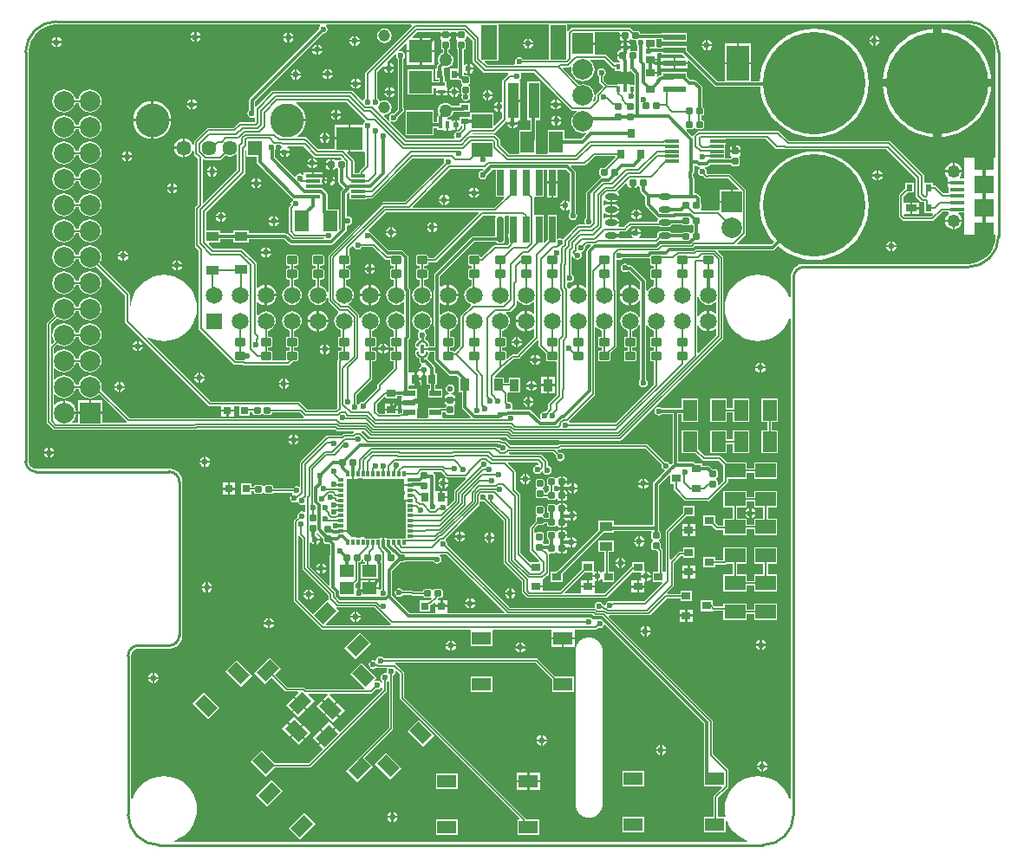
<source format=gtl>
G04*
G04 #@! TF.GenerationSoftware,Altium Limited,Altium Designer,21.0.8 (223)*
G04*
G04 Layer_Physical_Order=1*
G04 Layer_Color=255*
%FSAX25Y25*%
%MOIN*%
G70*
G04*
G04 #@! TF.SameCoordinates,C73BC072-7C63-40B6-A927-07284C235285*
G04*
G04*
G04 #@! TF.FilePolarity,Positive*
G04*
G01*
G75*
%ADD12C,0.00787*%
%ADD14C,0.01000*%
%ADD18C,0.00591*%
%ADD96R,0.20079X0.20079*%
%ADD103R,0.06496X0.06496*%
%ADD104C,0.06496*%
%ADD112C,0.04528*%
%ADD116C,0.00100*%
%ADD117O,0.01001X0.01000*%
%ADD118O,0.01600X0.03500*%
%ADD119R,0.03150X0.03150*%
%ADD120R,0.01575X0.02756*%
%ADD121R,0.02756X0.01575*%
%ADD122R,0.02500X0.10000*%
G04:AMPARAMS|DCode=123|XSize=100mil|YSize=25mil|CornerRadius=6.25mil|HoleSize=0mil|Usage=FLASHONLY|Rotation=90.000|XOffset=0mil|YOffset=0mil|HoleType=Round|Shape=RoundedRectangle|*
%AMROUNDEDRECTD123*
21,1,0.10000,0.01250,0,0,90.0*
21,1,0.08750,0.02500,0,0,90.0*
1,1,0.01250,0.00625,0.04375*
1,1,0.01250,0.00625,-0.04375*
1,1,0.01250,-0.00625,-0.04375*
1,1,0.01250,-0.00625,0.04375*
%
%ADD123ROUNDEDRECTD123*%
%ADD124R,0.01575X0.02362*%
%ADD125R,0.03543X0.03150*%
%ADD126R,0.03150X0.03543*%
%ADD127R,0.05118X0.03543*%
G04:AMPARAMS|DCode=128|XSize=37.4mil|YSize=31.5mil|CornerRadius=3.15mil|HoleSize=0mil|Usage=FLASHONLY|Rotation=0.000|XOffset=0mil|YOffset=0mil|HoleType=Round|Shape=RoundedRectangle|*
%AMROUNDEDRECTD128*
21,1,0.03740,0.02520,0,0,0.0*
21,1,0.03110,0.03150,0,0,0.0*
1,1,0.00630,0.01555,-0.01260*
1,1,0.00630,-0.01555,-0.01260*
1,1,0.00630,-0.01555,0.01260*
1,1,0.00630,0.01555,0.01260*
%
%ADD128ROUNDEDRECTD128*%
%ADD129C,0.05000*%
G04:AMPARAMS|DCode=130|XSize=74.8mil|YSize=51.18mil|CornerRadius=0mil|HoleSize=0mil|Usage=FLASHONLY|Rotation=45.000|XOffset=0mil|YOffset=0mil|HoleType=Round|Shape=Rectangle|*
%AMROTATEDRECTD130*
4,1,4,-0.00835,-0.04454,-0.04454,-0.00835,0.00835,0.04454,0.04454,0.00835,-0.00835,-0.04454,0.0*
%
%ADD130ROTATEDRECTD130*%

G04:AMPARAMS|DCode=131|XSize=74.8mil|YSize=51.18mil|CornerRadius=0mil|HoleSize=0mil|Usage=FLASHONLY|Rotation=315.000|XOffset=0mil|YOffset=0mil|HoleType=Round|Shape=Rectangle|*
%AMROTATEDRECTD131*
4,1,4,-0.04454,0.00835,-0.00835,0.04454,0.04454,-0.00835,0.00835,-0.04454,-0.04454,0.00835,0.0*
%
%ADD131ROTATEDRECTD131*%

%ADD132R,0.07480X0.05118*%
%ADD133R,0.05906X0.13386*%
%ADD134R,0.03937X0.13780*%
G04:AMPARAMS|DCode=135|XSize=37.4mil|YSize=31.5mil|CornerRadius=3.94mil|HoleSize=0mil|Usage=FLASHONLY|Rotation=0.000|XOffset=0mil|YOffset=0mil|HoleType=Round|Shape=RoundedRectangle|*
%AMROUNDEDRECTD135*
21,1,0.03740,0.02362,0,0,0.0*
21,1,0.02953,0.03150,0,0,0.0*
1,1,0.00787,0.01476,-0.01181*
1,1,0.00787,-0.01476,-0.01181*
1,1,0.00787,-0.01476,0.01181*
1,1,0.00787,0.01476,0.01181*
%
%ADD135ROUNDEDRECTD135*%
G04:AMPARAMS|DCode=136|XSize=23.62mil|YSize=25.59mil|CornerRadius=2.95mil|HoleSize=0mil|Usage=FLASHONLY|Rotation=270.000|XOffset=0mil|YOffset=0mil|HoleType=Round|Shape=RoundedRectangle|*
%AMROUNDEDRECTD136*
21,1,0.02362,0.01968,0,0,270.0*
21,1,0.01772,0.02559,0,0,270.0*
1,1,0.00591,-0.00984,-0.00886*
1,1,0.00591,-0.00984,0.00886*
1,1,0.00591,0.00984,0.00886*
1,1,0.00591,0.00984,-0.00886*
%
%ADD136ROUNDEDRECTD136*%
%ADD137R,0.05512X0.07874*%
G04:AMPARAMS|DCode=138|XSize=23.62mil|YSize=25.59mil|CornerRadius=2.95mil|HoleSize=0mil|Usage=FLASHONLY|Rotation=180.000|XOffset=0mil|YOffset=0mil|HoleType=Round|Shape=RoundedRectangle|*
%AMROUNDEDRECTD138*
21,1,0.02362,0.01968,0,0,180.0*
21,1,0.01772,0.02559,0,0,180.0*
1,1,0.00591,-0.00886,0.00984*
1,1,0.00591,0.00886,0.00984*
1,1,0.00591,0.00886,-0.00984*
1,1,0.00591,-0.00886,-0.00984*
%
%ADD138ROUNDEDRECTD138*%
%ADD139R,0.02362X0.02756*%
%ADD140R,0.03937X0.02756*%
%ADD141R,0.04800X0.03600*%
%ADD142R,0.05709X0.01181*%
%ADD143R,0.07874X0.05512*%
%ADD144O,0.04921X0.02362*%
%ADD145R,0.05512X0.01181*%
%ADD146R,0.03150X0.02362*%
%ADD147R,0.02362X0.03150*%
%ADD148R,0.03600X0.04800*%
%ADD149R,0.04528X0.02362*%
%ADD150R,0.05512X0.04724*%
%ADD151R,0.02165X0.01181*%
%ADD152R,0.01181X0.02165*%
%ADD153R,0.08661X0.02362*%
%ADD154R,0.08661X0.13780*%
%ADD155R,0.09843X0.08661*%
%ADD156R,0.09055X0.08661*%
%ADD157R,0.07480X0.07087*%
%ADD158R,0.05315X0.01575*%
%ADD159C,0.01181*%
%ADD160R,0.05709X0.05709*%
%ADD161C,0.05709*%
%ADD162C,0.12992*%
%ADD163C,0.07874*%
%ADD164R,0.07874X0.07874*%
%ADD165C,0.39370*%
%ADD166O,0.04724X0.02067*%
%ADD167C,0.04921*%
%ADD168C,0.02362*%
G36*
X0109110Y0315263D02*
X0091361Y0297515D01*
X0091166Y0297221D01*
X0091097Y0296876D01*
Y0287409D01*
X0090794Y0287206D01*
X0090424Y0286653D01*
X0090407Y0286570D01*
X0089929Y0286425D01*
X0086247Y0290107D01*
X0085954Y0290303D01*
X0085608Y0290372D01*
X0055807D01*
X0055462Y0290303D01*
X0055168Y0290107D01*
X0049242Y0284180D01*
X0048742Y0284387D01*
Y0286180D01*
X0074879Y0312318D01*
X0075000Y0312294D01*
X0075653Y0312424D01*
X0076206Y0312794D01*
X0076576Y0313347D01*
X0076706Y0314000D01*
X0076576Y0314653D01*
X0076206Y0315206D01*
X0076178Y0315225D01*
X0076330Y0315725D01*
X0108918D01*
X0109110Y0315263D01*
D02*
G37*
G36*
X0126010Y0312724D02*
Y0312134D01*
X0128000D01*
Y0311347D01*
X0126010D01*
Y0310756D01*
X0126094Y0310333D01*
X0126334Y0309975D01*
X0126454Y0309895D01*
X0126527Y0309470D01*
X0126510Y0309301D01*
X0126373Y0309095D01*
X0126311Y0308787D01*
Y0306819D01*
X0126373Y0306512D01*
X0126547Y0306251D01*
X0126750Y0306115D01*
Y0298721D01*
X0123622D01*
Y0294587D01*
X0126969D01*
X0126969Y0294587D01*
Y0294587D01*
X0126969Y0294587D01*
X0127413Y0294451D01*
X0127566Y0294298D01*
X0127924Y0294059D01*
X0128036Y0294037D01*
Y0293406D01*
X0128097Y0293098D01*
X0128271Y0292838D01*
X0128503Y0292683D01*
X0128531Y0292461D01*
Y0292382D01*
X0128503Y0292160D01*
X0128271Y0292005D01*
X0128097Y0291744D01*
X0128036Y0291437D01*
Y0289469D01*
X0128097Y0289161D01*
X0128271Y0288901D01*
X0128419Y0288802D01*
X0128298Y0288621D01*
X0128168Y0287968D01*
X0128298Y0287316D01*
X0128668Y0286762D01*
X0129221Y0286392D01*
X0129874Y0286262D01*
X0130527Y0286392D01*
X0131080Y0286762D01*
X0131450Y0287316D01*
X0131580Y0287968D01*
X0131450Y0288621D01*
X0131221Y0288965D01*
X0131352Y0289161D01*
X0131413Y0289469D01*
Y0291437D01*
X0131352Y0291744D01*
X0131178Y0292005D01*
X0130946Y0292160D01*
X0130918Y0292382D01*
Y0292461D01*
X0130946Y0292683D01*
X0131178Y0292838D01*
X0131352Y0293098D01*
X0131413Y0293406D01*
Y0295374D01*
X0131352Y0295681D01*
X0131178Y0295942D01*
X0130918Y0296116D01*
X0130610Y0296177D01*
X0129163D01*
X0129134Y0296183D01*
X0128958D01*
Y0297290D01*
X0129458Y0297442D01*
X0129486Y0297400D01*
X0130137Y0296965D01*
X0130512Y0296890D01*
Y0298819D01*
Y0300748D01*
X0130137Y0300673D01*
X0129486Y0300238D01*
X0129458Y0300196D01*
X0128958Y0300348D01*
Y0306031D01*
X0129193Y0306077D01*
X0129454Y0306251D01*
X0129628Y0306512D01*
X0129689Y0306819D01*
Y0308787D01*
X0129628Y0309095D01*
X0129490Y0309301D01*
X0129473Y0309470D01*
X0129546Y0309895D01*
X0129666Y0309975D01*
X0129906Y0310333D01*
X0129990Y0310756D01*
Y0311360D01*
X0130452Y0311552D01*
X0132373Y0309630D01*
Y0301968D01*
X0132442Y0301623D01*
X0132638Y0301330D01*
X0136539Y0297428D01*
X0136832Y0297233D01*
X0137178Y0297164D01*
X0146047D01*
X0146199Y0296664D01*
X0146161Y0296639D01*
X0144028Y0294506D01*
X0143833Y0294213D01*
X0143764Y0293867D01*
Y0286245D01*
X0143264Y0285975D01*
X0142994Y0286029D01*
Y0284100D01*
Y0282171D01*
X0143264Y0282225D01*
X0143764Y0281955D01*
Y0279607D01*
X0140891Y0276734D01*
X0140429Y0276926D01*
Y0281760D01*
X0131571D01*
Y0280587D01*
X0131496Y0280118D01*
X0127362D01*
Y0279153D01*
X0126921Y0278917D01*
X0126804Y0278996D01*
X0126429Y0279070D01*
Y0277142D01*
Y0275213D01*
X0126804Y0275287D01*
X0127455Y0275723D01*
X0127890Y0276374D01*
X0127969Y0276772D01*
X0128526D01*
Y0275918D01*
X0127300Y0274693D01*
X0126942Y0274764D01*
X0126290Y0274634D01*
X0125736Y0274264D01*
X0125366Y0273710D01*
X0125236Y0273058D01*
X0125366Y0272405D01*
X0125409Y0272340D01*
X0125142Y0271840D01*
X0107118D01*
X0100711Y0278247D01*
X0101030Y0278636D01*
X0101347Y0278424D01*
X0102000Y0278294D01*
X0102653Y0278424D01*
X0103206Y0278794D01*
X0103576Y0279347D01*
X0103706Y0280000D01*
X0103682Y0280121D01*
X0105781Y0282219D01*
X0106020Y0282578D01*
X0106104Y0283000D01*
X0106020Y0283422D01*
X0105804Y0283746D01*
Y0302625D01*
X0105906Y0302694D01*
X0106276Y0303247D01*
X0106406Y0303900D01*
X0106276Y0304553D01*
X0105906Y0305106D01*
X0105353Y0305476D01*
X0104700Y0305606D01*
X0104480Y0305562D01*
X0104234Y0306023D01*
X0106764Y0308553D01*
X0107226Y0308362D01*
Y0305890D01*
X0112147D01*
Y0310615D01*
X0109479D01*
X0109288Y0311076D01*
X0111213Y0313002D01*
X0119782D01*
X0120010Y0312724D01*
Y0312134D01*
X0123990D01*
Y0312724D01*
X0124218Y0313002D01*
X0125782D01*
X0126010Y0312724D01*
D02*
G37*
G36*
X0188961Y0312460D02*
Y0311967D01*
X0191049D01*
Y0311574D01*
X0191443D01*
Y0309584D01*
X0192033D01*
X0192456Y0309668D01*
X0192814Y0309907D01*
X0192894Y0310028D01*
X0193320Y0310101D01*
X0193488Y0310084D01*
X0193695Y0309946D01*
X0194002Y0309885D01*
X0195193D01*
X0195306Y0309673D01*
X0195410Y0309385D01*
X0195294Y0308800D01*
X0195424Y0308147D01*
X0195794Y0307594D01*
X0195896Y0307525D01*
Y0305617D01*
X0195871Y0305593D01*
X0195396Y0305395D01*
X0195287Y0305468D01*
X0194980Y0305529D01*
X0193286D01*
X0193019Y0306029D01*
X0193154Y0306232D01*
X0193229Y0306606D01*
X0189371D01*
X0189426Y0306330D01*
X0189158Y0305830D01*
X0189074D01*
X0188652Y0305746D01*
X0188294Y0305507D01*
X0188055Y0305149D01*
X0187970Y0304726D01*
Y0304234D01*
X0190059D01*
Y0303447D01*
X0187970D01*
Y0302955D01*
X0188055Y0302532D01*
X0188294Y0302174D01*
X0188652Y0301935D01*
X0188704Y0301924D01*
X0189049Y0301381D01*
X0189048Y0301362D01*
X0189022Y0301279D01*
X0187205D01*
Y0301279D01*
X0186837Y0301127D01*
X0184103Y0303861D01*
X0183810Y0304057D01*
X0183465Y0304126D01*
X0179528D01*
Y0308006D01*
X0174803D01*
Y0308794D01*
X0179528D01*
Y0312738D01*
X0188733D01*
X0188961Y0312460D01*
D02*
G37*
G36*
X0161839Y0302372D02*
X0151730D01*
X0151506Y0302706D01*
X0150953Y0303076D01*
X0150300Y0303206D01*
X0149647Y0303076D01*
X0149094Y0302706D01*
X0148724Y0302153D01*
X0148594Y0301500D01*
X0148724Y0300847D01*
X0148793Y0300744D01*
X0148557Y0300303D01*
X0138029D01*
X0136931Y0301400D01*
X0137123Y0301862D01*
X0142350D01*
Y0315725D01*
X0161839Y0315725D01*
Y0302372D01*
D02*
G37*
G36*
X0103038Y0304120D02*
X0102994Y0303900D01*
X0103124Y0303247D01*
X0103494Y0302694D01*
X0103596Y0302625D01*
Y0283300D01*
X0103620Y0283181D01*
X0102121Y0281682D01*
X0102000Y0281706D01*
X0101347Y0281576D01*
X0100794Y0281206D01*
X0100424Y0280653D01*
X0100294Y0280000D01*
X0100424Y0279347D01*
X0100636Y0279030D01*
X0100248Y0278711D01*
X0098375Y0280584D01*
X0098527Y0280968D01*
X0098598Y0281068D01*
X0099284Y0281158D01*
X0099955Y0281436D01*
X0100530Y0281877D01*
X0100972Y0282453D01*
X0101250Y0283123D01*
X0101345Y0283843D01*
X0101250Y0284562D01*
X0100972Y0285233D01*
X0100530Y0285808D01*
X0099955Y0286250D01*
X0099284Y0286528D01*
X0098565Y0286623D01*
X0097845Y0286528D01*
X0097175Y0286250D01*
X0097167Y0286244D01*
X0096616Y0286452D01*
X0096576Y0286653D01*
X0096206Y0287206D01*
X0095903Y0287409D01*
Y0297692D01*
X0097925Y0299714D01*
X0098386Y0299468D01*
X0098371Y0299394D01*
X0099906D01*
Y0300929D01*
X0099832Y0300914D01*
X0099586Y0301375D01*
X0102577Y0304366D01*
X0103038Y0304120D01*
D02*
G37*
G36*
X0186246Y0299165D02*
X0186539Y0298969D01*
X0186884Y0298900D01*
X0187205D01*
Y0297933D01*
X0189469D01*
Y0297638D01*
X0190650D01*
Y0299606D01*
X0191437D01*
Y0297638D01*
X0192618D01*
Y0297933D01*
X0193187D01*
X0194664Y0296457D01*
Y0292618D01*
X0193966D01*
X0193948Y0292630D01*
X0193603Y0292699D01*
X0193257Y0292630D01*
X0193240Y0292618D01*
X0192618D01*
Y0292913D01*
X0191437D01*
Y0290945D01*
X0190650D01*
Y0292913D01*
X0189469D01*
X0189469Y0292913D01*
X0188969Y0292734D01*
X0188830Y0292827D01*
X0188485Y0292895D01*
X0188139Y0292827D01*
X0187954Y0292703D01*
X0184574D01*
X0182903Y0294374D01*
Y0295791D01*
X0183206Y0295994D01*
X0183576Y0296547D01*
X0183706Y0297200D01*
X0183576Y0297853D01*
X0183206Y0298406D01*
X0182653Y0298776D01*
X0182000Y0298906D01*
X0181347Y0298776D01*
X0180794Y0298406D01*
X0180424Y0297853D01*
X0180294Y0297200D01*
X0180424Y0296547D01*
X0180794Y0295994D01*
X0181097Y0295791D01*
Y0294000D01*
X0181166Y0293654D01*
X0181361Y0293361D01*
X0182761Y0291962D01*
X0180084Y0289285D01*
X0179888Y0288992D01*
X0179820Y0288646D01*
Y0286776D01*
X0179216Y0286173D01*
X0178792Y0286456D01*
X0179118Y0287244D01*
X0179271Y0288400D01*
X0179118Y0289556D01*
X0178672Y0290634D01*
X0177962Y0291559D01*
X0177037Y0292269D01*
X0175959Y0292715D01*
X0174803Y0292867D01*
X0173647Y0292715D01*
X0173375Y0292602D01*
X0167153Y0298824D01*
X0167345Y0299286D01*
X0169133D01*
X0169479Y0299355D01*
X0169772Y0299550D01*
X0170066Y0299845D01*
X0170490Y0299562D01*
X0170488Y0299556D01*
X0170336Y0298400D01*
X0170488Y0297244D01*
X0170934Y0296166D01*
X0171644Y0295241D01*
X0172570Y0294531D01*
X0173647Y0294085D01*
X0174803Y0293933D01*
X0175959Y0294085D01*
X0177037Y0294531D01*
X0177962Y0295241D01*
X0178672Y0296166D01*
X0179118Y0297244D01*
X0179271Y0298400D01*
X0179118Y0299556D01*
X0178672Y0300634D01*
X0177962Y0301559D01*
X0177622Y0301820D01*
X0177792Y0302320D01*
X0183090D01*
X0186246Y0299165D01*
D02*
G37*
G36*
X0324908Y0315543D02*
X0326252Y0315184D01*
X0327536Y0314651D01*
X0328740Y0313956D01*
X0329843Y0313110D01*
X0330826Y0312127D01*
X0331673Y0311024D01*
X0332368Y0309820D01*
X0332900Y0308535D01*
X0333260Y0307192D01*
X0333441Y0305813D01*
X0333441Y0305118D01*
Y0264558D01*
X0332882D01*
Y0260030D01*
X0325401D01*
Y0264558D01*
X0321268D01*
Y0256487D01*
X0319768D01*
X0319598Y0256987D01*
X0319647Y0257025D01*
X0320168Y0257703D01*
X0320495Y0258493D01*
X0320555Y0258947D01*
X0317331D01*
X0314106D01*
X0314166Y0258493D01*
X0314493Y0257703D01*
X0315014Y0257025D01*
X0315089Y0256967D01*
X0315165Y0256487D01*
X0315165D01*
X0315165Y0256487D01*
Y0255306D01*
X0318610D01*
Y0254518D01*
X0315165D01*
Y0253337D01*
X0315461D01*
Y0250903D01*
X0313366D01*
X0310678Y0253591D01*
X0310385Y0253787D01*
X0310039Y0253856D01*
X0309547D01*
Y0254823D01*
X0306201D01*
X0306021Y0255248D01*
Y0257460D01*
X0305953Y0257806D01*
X0305757Y0258099D01*
X0293139Y0270717D01*
X0292846Y0270913D01*
X0292500Y0270982D01*
X0254195D01*
X0250535Y0274642D01*
X0250242Y0274838D01*
X0249896Y0274907D01*
X0219491D01*
X0219145Y0274838D01*
X0218852Y0274642D01*
X0217583Y0273374D01*
X0217388Y0273081D01*
X0217371Y0272997D01*
X0216828Y0272833D01*
X0214638Y0275023D01*
X0214688Y0275248D01*
X0214857Y0275511D01*
X0216716D01*
X0217023Y0275572D01*
X0217283Y0275746D01*
X0217438Y0275978D01*
X0217661Y0276007D01*
X0217739D01*
X0217962Y0275978D01*
X0218117Y0275746D01*
X0218377Y0275572D01*
X0218684Y0275511D01*
X0220653D01*
X0220960Y0275572D01*
X0221220Y0275746D01*
X0221394Y0276007D01*
X0221456Y0276314D01*
Y0278086D01*
X0221394Y0278393D01*
X0221220Y0278654D01*
X0220960Y0278828D01*
X0220653Y0278889D01*
X0220415D01*
Y0280725D01*
X0220624D01*
X0220931Y0280786D01*
X0221192Y0280960D01*
X0221366Y0281221D01*
X0221427Y0281528D01*
Y0283300D01*
X0221366Y0283607D01*
X0221192Y0283867D01*
X0220931Y0284041D01*
X0220743Y0284079D01*
Y0291410D01*
X0220659Y0291832D01*
X0220420Y0292191D01*
X0218511Y0294100D01*
X0218153Y0294339D01*
X0217730Y0294423D01*
X0216178D01*
X0214813Y0295788D01*
Y0297573D01*
X0205168D01*
Y0296413D01*
X0205010D01*
X0204587Y0296329D01*
X0204229Y0296090D01*
X0203808Y0295670D01*
X0203346Y0295861D01*
Y0296739D01*
X0200787D01*
Y0297526D01*
X0203346D01*
Y0299494D01*
X0203346D01*
Y0299905D01*
X0203346D01*
Y0301873D01*
X0200787D01*
Y0302661D01*
X0203346D01*
Y0304629D01*
X0203787Y0304773D01*
X0203822Y0304780D01*
X0203846Y0304796D01*
X0205168D01*
Y0304227D01*
X0213252D01*
X0214149Y0303330D01*
X0213957Y0302869D01*
X0210384D01*
Y0301294D01*
X0215109D01*
Y0301717D01*
X0215571Y0301908D01*
X0225332Y0292147D01*
X0225332Y0292147D01*
X0225690Y0291908D01*
X0226113Y0291824D01*
X0242966D01*
X0243047Y0290578D01*
X0243581Y0287895D01*
X0244460Y0285305D01*
X0245670Y0282852D01*
X0247190Y0280577D01*
X0248993Y0278521D01*
X0251050Y0276717D01*
X0253324Y0275198D01*
X0255777Y0273988D01*
X0258367Y0273109D01*
X0261050Y0272575D01*
X0263779Y0272396D01*
X0266509Y0272575D01*
X0269192Y0273109D01*
X0271782Y0273988D01*
X0274235Y0275198D01*
X0276509Y0276717D01*
X0278566Y0278521D01*
X0280369Y0280577D01*
X0281889Y0282852D01*
X0283099Y0285305D01*
X0283978Y0287895D01*
X0284511Y0290578D01*
X0284690Y0293307D01*
X0284511Y0296037D01*
X0283978Y0298719D01*
X0283099Y0301309D01*
X0281889Y0303763D01*
X0280369Y0306037D01*
X0278566Y0308093D01*
X0276509Y0309897D01*
X0274235Y0311416D01*
X0271782Y0312626D01*
X0269192Y0313506D01*
X0266509Y0314039D01*
X0263779Y0314218D01*
X0261050Y0314039D01*
X0258367Y0313506D01*
X0255777Y0312626D01*
X0253324Y0311416D01*
X0251050Y0309897D01*
X0248993Y0308093D01*
X0247190Y0306037D01*
X0245670Y0303763D01*
X0244460Y0301309D01*
X0243581Y0298719D01*
X0243047Y0296037D01*
X0242916Y0294031D01*
X0239518D01*
Y0300506D01*
X0234400D01*
X0229282D01*
Y0294031D01*
X0226570D01*
X0214813Y0305788D01*
Y0307573D01*
X0205168D01*
Y0307004D01*
X0203500D01*
X0203051Y0307424D01*
Y0310133D01*
X0205168D01*
Y0309227D01*
X0214813D01*
Y0312573D01*
X0205168D01*
Y0312341D01*
X0196773D01*
Y0312460D01*
X0196712Y0312767D01*
X0196538Y0313027D01*
X0196278Y0313201D01*
X0195970Y0313263D01*
X0194476D01*
X0193459Y0314279D01*
X0193166Y0314475D01*
X0192821Y0314544D01*
X0170917D01*
X0170571Y0314475D01*
X0170279Y0314279D01*
X0169228Y0313229D01*
X0168807Y0313357D01*
X0168728Y0313415D01*
Y0315725D01*
X0322835Y0315725D01*
X0323530D01*
X0324908Y0315543D01*
D02*
G37*
G36*
X0170195Y0282939D02*
X0170488Y0282743D01*
X0170833Y0282674D01*
X0172297D01*
X0172446Y0282174D01*
X0171644Y0281559D01*
X0170934Y0280634D01*
X0170488Y0279556D01*
X0170336Y0278400D01*
X0170488Y0277244D01*
X0170934Y0276166D01*
X0171644Y0275241D01*
X0172570Y0274531D01*
X0173647Y0274085D01*
X0174803Y0273933D01*
X0175722Y0274054D01*
X0175956Y0273580D01*
X0175204Y0272828D01*
X0175180Y0272792D01*
X0174145Y0271757D01*
X0167823D01*
Y0275083D01*
X0161327D01*
Y0266224D01*
X0160913Y0266016D01*
X0157213D01*
X0156799Y0266224D01*
X0156799Y0266516D01*
Y0271410D01*
X0156820Y0271516D01*
Y0279028D01*
X0158492D01*
Y0291200D01*
X0158496Y0291219D01*
X0158492Y0291238D01*
Y0293791D01*
X0153571D01*
Y0279028D01*
X0154613D01*
Y0275083D01*
X0150303D01*
Y0266516D01*
X0150303Y0266224D01*
X0149890Y0266016D01*
X0146561D01*
X0143104Y0269473D01*
Y0271182D01*
X0143035Y0271527D01*
X0142839Y0271820D01*
X0141513Y0273147D01*
X0141220Y0273342D01*
X0140875Y0273411D01*
X0132691D01*
X0132423Y0273911D01*
X0132460Y0273967D01*
X0140304D01*
X0140650Y0274036D01*
X0140943Y0274231D01*
X0145078Y0278366D01*
X0145157Y0278446D01*
X0145490Y0278452D01*
X0145812Y0278094D01*
X0149729D01*
X0149701Y0278232D01*
X0150033Y0278732D01*
X0150913D01*
Y0286016D01*
X0148157D01*
Y0286803D01*
X0150913D01*
Y0294087D01*
X0150448D01*
X0150296Y0294587D01*
X0150606Y0294794D01*
X0150976Y0295347D01*
X0151106Y0296000D01*
X0150976Y0296653D01*
X0150929Y0296723D01*
X0151165Y0297164D01*
X0155969D01*
X0170195Y0282939D01*
D02*
G37*
G36*
X-0027559Y0315725D02*
X0073670Y0315725D01*
X0073822Y0315225D01*
X0073794Y0315206D01*
X0073424Y0314653D01*
X0073294Y0314000D01*
X0073318Y0313879D01*
X0046857Y0287418D01*
X0046618Y0287060D01*
X0046534Y0286638D01*
Y0282912D01*
X0046368Y0282801D01*
X0045998Y0282247D01*
X0045868Y0281594D01*
X0045998Y0280942D01*
X0046368Y0280388D01*
X0046921Y0280018D01*
X0047574Y0279889D01*
X0048227Y0280018D01*
X0048297Y0280065D01*
X0048738Y0279829D01*
Y0278191D01*
X0043012D01*
X0042666Y0278122D01*
X0042373Y0277926D01*
X0042326Y0277855D01*
X0040443Y0275972D01*
X0030836D01*
X0030491Y0275904D01*
X0030198Y0275708D01*
X0025539Y0271049D01*
X0025343Y0270756D01*
X0025274Y0270410D01*
Y0269691D01*
X0024774Y0269591D01*
X0024535Y0270167D01*
X0023952Y0270928D01*
X0023191Y0271512D01*
X0022305Y0271879D01*
X0021748Y0271952D01*
Y0268331D01*
Y0264709D01*
X0022305Y0264783D01*
X0023191Y0265150D01*
X0023952Y0265733D01*
X0024535Y0266494D01*
X0024774Y0267070D01*
X0025274Y0266971D01*
Y0266251D01*
X0025343Y0265906D01*
X0025539Y0265613D01*
X0026797Y0264355D01*
Y0246491D01*
X0025898Y0245592D01*
X0025702Y0245299D01*
X0025633Y0244953D01*
Y0230881D01*
X0025702Y0230536D01*
X0025898Y0230242D01*
X0027148Y0228993D01*
Y0198731D01*
X0027145Y0198718D01*
X0027214Y0198372D01*
X0027410Y0198079D01*
X0040301Y0185188D01*
X0040594Y0184992D01*
X0040940Y0184924D01*
X0044016D01*
X0044046Y0184893D01*
X0044339Y0184697D01*
X0044685Y0184628D01*
X0061532D01*
X0061877Y0184697D01*
X0062170Y0184893D01*
X0063482Y0186205D01*
X0064547D01*
X0064862Y0186267D01*
X0065129Y0186446D01*
X0065307Y0186713D01*
X0065370Y0187028D01*
Y0189547D01*
X0065307Y0189862D01*
X0065129Y0190129D01*
X0064862Y0190307D01*
X0064547Y0190370D01*
X0063895D01*
Y0191518D01*
X0064468D01*
X0064814Y0191587D01*
X0065107Y0191783D01*
X0065303Y0192076D01*
X0065372Y0192421D01*
Y0194783D01*
X0065303Y0195129D01*
X0065107Y0195422D01*
X0064814Y0195618D01*
X0064468Y0195687D01*
X0063856D01*
Y0198039D01*
X0063929Y0198049D01*
X0064839Y0198426D01*
X0065620Y0199025D01*
X0066220Y0199807D01*
X0066597Y0200716D01*
X0066725Y0201693D01*
X0066597Y0202669D01*
X0066220Y0203579D01*
X0065620Y0204360D01*
X0064839Y0204960D01*
X0063929Y0205337D01*
X0062953Y0205465D01*
X0061976Y0205337D01*
X0061067Y0204960D01*
X0060285Y0204360D01*
X0059686Y0203579D01*
X0059309Y0202669D01*
X0059180Y0201693D01*
X0059309Y0200716D01*
X0059686Y0199807D01*
X0060285Y0199025D01*
X0061067Y0198426D01*
X0061976Y0198049D01*
X0062050Y0198039D01*
Y0195687D01*
X0061516D01*
X0061170Y0195618D01*
X0060877Y0195422D01*
X0060681Y0195129D01*
X0060612Y0194783D01*
Y0192421D01*
X0060681Y0192076D01*
X0060877Y0191783D01*
X0061170Y0191587D01*
X0061516Y0191518D01*
X0062089D01*
Y0190370D01*
X0061437D01*
X0061122Y0190307D01*
X0060855Y0190129D01*
X0060677Y0189862D01*
X0060614Y0189547D01*
Y0187028D01*
X0060632Y0186935D01*
X0060342Y0186489D01*
X0060261Y0186435D01*
X0055723D01*
X0055642Y0186489D01*
X0055352Y0186935D01*
X0055370Y0187028D01*
Y0189547D01*
X0055307Y0189862D01*
X0055129Y0190129D01*
X0054862Y0190307D01*
X0054547Y0190370D01*
X0053895D01*
Y0191518D01*
X0054468D01*
X0054814Y0191587D01*
X0055107Y0191783D01*
X0055303Y0192076D01*
X0055371Y0192421D01*
Y0194783D01*
X0055303Y0195129D01*
X0055107Y0195422D01*
X0054814Y0195618D01*
X0054468Y0195687D01*
X0053856D01*
Y0198039D01*
X0053929Y0198049D01*
X0054839Y0198426D01*
X0055620Y0199025D01*
X0056220Y0199807D01*
X0056597Y0200716D01*
X0056725Y0201693D01*
X0056597Y0202669D01*
X0056220Y0203579D01*
X0055620Y0204360D01*
X0054839Y0204960D01*
X0053929Y0205337D01*
X0052953Y0205465D01*
X0051976Y0205337D01*
X0051066Y0204960D01*
X0050285Y0204360D01*
X0050025Y0204022D01*
X0049525Y0204191D01*
Y0208753D01*
X0049999Y0208914D01*
X0050075Y0208815D01*
X0050918Y0208168D01*
X0051899Y0207761D01*
X0052559Y0207675D01*
Y0211693D01*
Y0215711D01*
X0051899Y0215624D01*
X0050918Y0215218D01*
X0050075Y0214571D01*
X0049999Y0214472D01*
X0049525Y0214633D01*
Y0223490D01*
X0049457Y0223836D01*
X0049261Y0224129D01*
X0044158Y0229232D01*
X0043865Y0229428D01*
X0043519Y0229496D01*
X0032818D01*
X0030960Y0231354D01*
X0031151Y0231816D01*
X0035274D01*
Y0233201D01*
X0040553D01*
Y0232013D01*
X0046337D01*
Y0233220D01*
X0060019D01*
X0061883Y0231356D01*
X0062241Y0231116D01*
X0062664Y0231032D01*
X0078138D01*
X0078560Y0231116D01*
X0078918Y0231356D01*
X0083698Y0236136D01*
X0083938Y0236494D01*
X0084022Y0236916D01*
Y0238195D01*
X0084408Y0238512D01*
X0084500Y0238494D01*
X0085153Y0238624D01*
X0085706Y0238994D01*
X0086076Y0239547D01*
X0086206Y0240200D01*
X0086076Y0240853D01*
X0085706Y0241406D01*
X0085153Y0241776D01*
X0084500Y0241906D01*
X0084408Y0241888D01*
X0084022Y0242205D01*
Y0250624D01*
X0084676Y0251279D01*
X0085138Y0251088D01*
Y0248622D01*
X0091831D01*
Y0248801D01*
X0093602D01*
X0093947Y0248870D01*
X0094240Y0249065D01*
X0109536Y0264361D01*
X0121258D01*
X0121525Y0263861D01*
X0121414Y0263695D01*
X0121284Y0263042D01*
X0121388Y0262523D01*
X0106392Y0247527D01*
X0097900D01*
X0097900Y0247527D01*
X0097593Y0247466D01*
X0097332Y0247292D01*
X0097332Y0247292D01*
X0077267Y0227227D01*
X0077093Y0226966D01*
X0077032Y0226659D01*
Y0212925D01*
X0076532Y0212826D01*
X0076220Y0213579D01*
X0075620Y0214360D01*
X0074839Y0214960D01*
X0073929Y0215337D01*
X0073856Y0215346D01*
Y0217699D01*
X0074469D01*
X0074814Y0217768D01*
X0075107Y0217964D01*
X0075303Y0218257D01*
X0075372Y0218602D01*
Y0220965D01*
X0075303Y0221310D01*
X0075107Y0221603D01*
X0074814Y0221799D01*
X0074469Y0221868D01*
X0073896D01*
Y0223016D01*
X0074547D01*
X0074862Y0223078D01*
X0075129Y0223257D01*
X0075308Y0223524D01*
X0075370Y0223839D01*
Y0226358D01*
X0075308Y0226673D01*
X0075129Y0226940D01*
X0074862Y0227118D01*
X0074547Y0227181D01*
X0071437D01*
X0071122Y0227118D01*
X0070855Y0226940D01*
X0070677Y0226673D01*
X0070614Y0226358D01*
Y0223839D01*
X0070677Y0223524D01*
X0070855Y0223257D01*
X0071122Y0223078D01*
X0071437Y0223016D01*
X0072089D01*
Y0221868D01*
X0071516D01*
X0071170Y0221799D01*
X0070877Y0221603D01*
X0070682Y0221310D01*
X0070613Y0220965D01*
Y0218602D01*
X0070682Y0218257D01*
X0070877Y0217964D01*
X0071170Y0217768D01*
X0071516Y0217699D01*
X0071990D01*
X0072050Y0217639D01*
Y0215346D01*
X0071976Y0215337D01*
X0071066Y0214960D01*
X0070285Y0214360D01*
X0069686Y0213579D01*
X0069309Y0212669D01*
X0069180Y0211693D01*
X0069309Y0210717D01*
X0069686Y0209807D01*
X0070285Y0209025D01*
X0071066Y0208426D01*
X0071976Y0208049D01*
X0072953Y0207921D01*
X0073929Y0208049D01*
X0074839Y0208426D01*
X0075620Y0209025D01*
X0076220Y0209807D01*
X0076532Y0210560D01*
X0077032Y0210460D01*
Y0209573D01*
X0077093Y0209266D01*
X0077267Y0209005D01*
X0080812Y0205461D01*
X0080812Y0205461D01*
X0080873Y0205420D01*
X0080910Y0205332D01*
X0080918Y0204863D01*
X0080910Y0204839D01*
X0080285Y0204360D01*
X0079686Y0203579D01*
X0079309Y0202669D01*
X0079180Y0201693D01*
X0079309Y0200716D01*
X0079686Y0199807D01*
X0080285Y0199025D01*
X0081067Y0198426D01*
X0081774Y0198133D01*
Y0195687D01*
X0081516D01*
X0081170Y0195618D01*
X0080877Y0195422D01*
X0080681Y0195129D01*
X0080612Y0194783D01*
Y0192421D01*
X0080681Y0192076D01*
X0080877Y0191783D01*
X0081170Y0191587D01*
X0081516Y0191518D01*
X0082089D01*
Y0190370D01*
X0081437D01*
X0081122Y0190307D01*
X0080855Y0190129D01*
X0080677Y0189862D01*
X0080614Y0189547D01*
Y0187028D01*
X0080637Y0186914D01*
X0080628Y0186906D01*
X0080432Y0186613D01*
X0080364Y0186267D01*
Y0168318D01*
X0079682Y0167636D01*
X0068855D01*
X0066092Y0170399D01*
X0065799Y0170595D01*
X0065453Y0170664D01*
X0031813D01*
X0007284Y0195194D01*
X0007595Y0195589D01*
X0007997Y0195343D01*
X0009843Y0194578D01*
X0011787Y0194112D01*
X0013780Y0193955D01*
X0015772Y0194112D01*
X0017716Y0194578D01*
X0019563Y0195343D01*
X0021267Y0196388D01*
X0022787Y0197686D01*
X0024085Y0199206D01*
X0025129Y0200910D01*
X0025894Y0202757D01*
X0026361Y0204700D01*
X0026518Y0206693D01*
X0026361Y0208686D01*
X0025894Y0210629D01*
X0025129Y0212476D01*
X0024085Y0214180D01*
X0022787Y0215700D01*
X0021267Y0216998D01*
X0019563Y0218043D01*
X0017716Y0218808D01*
X0015772Y0219274D01*
X0013780Y0219431D01*
X0011787Y0219274D01*
X0009843Y0218808D01*
X0007997Y0218043D01*
X0006292Y0216998D01*
X0004772Y0215700D01*
X0003474Y0214180D01*
X0002430Y0212476D01*
X0001665Y0210629D01*
X0001198Y0208686D01*
X0001103Y0207477D01*
X0000603Y0207497D01*
Y0211993D01*
X0000534Y0212339D01*
X0000339Y0212632D01*
X-0010971Y0223942D01*
X-0010816Y0224144D01*
X-0010369Y0225222D01*
X-0010217Y0226378D01*
X-0010369Y0227534D01*
X-0010816Y0228612D01*
X-0011526Y0229537D01*
X-0012451Y0230247D01*
X-0013528Y0230693D01*
X-0014685Y0230845D01*
X-0015841Y0230693D01*
X-0016918Y0230247D01*
X-0017843Y0229537D01*
X-0018553Y0228612D01*
X-0019000Y0227534D01*
X-0019033Y0227281D01*
X-0020336D01*
X-0020369Y0227534D01*
X-0020816Y0228612D01*
X-0021526Y0229537D01*
X-0022451Y0230247D01*
X-0023528Y0230693D01*
X-0024685Y0230845D01*
X-0025841Y0230693D01*
X-0026918Y0230247D01*
X-0027843Y0229537D01*
X-0028554Y0228612D01*
X-0029000Y0227534D01*
X-0029152Y0226378D01*
X-0029000Y0225222D01*
X-0028554Y0224144D01*
X-0027843Y0223219D01*
X-0026918Y0222509D01*
X-0025841Y0222063D01*
X-0024685Y0221911D01*
X-0023528Y0222063D01*
X-0022451Y0222509D01*
X-0021526Y0223219D01*
X-0020816Y0224144D01*
X-0020369Y0225222D01*
X-0020336Y0225475D01*
X-0019033D01*
X-0019000Y0225222D01*
X-0018553Y0224144D01*
X-0017843Y0223219D01*
X-0016918Y0222509D01*
X-0015841Y0222063D01*
X-0014685Y0221911D01*
X-0013528Y0222063D01*
X-0012451Y0222509D01*
X-0012248Y0222664D01*
X-0001203Y0211619D01*
Y0201500D01*
X-0001134Y0201154D01*
X-0000939Y0200861D01*
X0030801Y0169122D01*
X0031094Y0168926D01*
X0031439Y0168858D01*
X0035890D01*
Y0167694D01*
X0040614D01*
Y0168858D01*
X0042681D01*
Y0165233D01*
X0046815D01*
Y0166697D01*
X0047844D01*
Y0166314D01*
X0047905Y0166007D01*
X0048080Y0165746D01*
X0048340Y0165573D01*
X0048647Y0165511D01*
X0050616D01*
X0050923Y0165573D01*
X0051183Y0165746D01*
X0051338Y0165978D01*
X0051561Y0166007D01*
X0051639D01*
X0051862Y0165978D01*
X0052017Y0165746D01*
X0052277Y0165573D01*
X0052584Y0165511D01*
X0054553D01*
X0054860Y0165573D01*
X0055120Y0165746D01*
X0055295Y0166007D01*
X0055356Y0166314D01*
Y0166397D01*
X0066011D01*
X0067424Y0164984D01*
X0067389Y0164417D01*
X0067335Y0164337D01*
X0000410D01*
X-0010401Y0175147D01*
X-0010369Y0175222D01*
X-0010217Y0176378D01*
X-0010369Y0177534D01*
X-0010816Y0178612D01*
X-0011526Y0179537D01*
X-0012451Y0180247D01*
X-0013528Y0180693D01*
X-0014685Y0180845D01*
X-0015841Y0180693D01*
X-0016918Y0180247D01*
X-0017843Y0179537D01*
X-0018553Y0178612D01*
X-0019000Y0177534D01*
X-0019046Y0177181D01*
X-0020323D01*
X-0020369Y0177534D01*
X-0020816Y0178612D01*
X-0021526Y0179537D01*
X-0022451Y0180247D01*
X-0023528Y0180693D01*
X-0024685Y0180845D01*
X-0025841Y0180693D01*
X-0026918Y0180247D01*
X-0027843Y0179537D01*
X-0028106Y0179194D01*
X-0028606Y0179364D01*
Y0183392D01*
X-0028106Y0183561D01*
X-0027843Y0183219D01*
X-0026918Y0182509D01*
X-0025841Y0182063D01*
X-0024685Y0181911D01*
X-0023528Y0182063D01*
X-0022451Y0182509D01*
X-0021526Y0183219D01*
X-0020816Y0184144D01*
X-0020369Y0185222D01*
X-0020323Y0185575D01*
X-0019046D01*
X-0019000Y0185222D01*
X-0018553Y0184144D01*
X-0017843Y0183219D01*
X-0016918Y0182509D01*
X-0015841Y0182063D01*
X-0014685Y0181911D01*
X-0013528Y0182063D01*
X-0012451Y0182509D01*
X-0011526Y0183219D01*
X-0010816Y0184144D01*
X-0010369Y0185222D01*
X-0010217Y0186378D01*
X-0010369Y0187534D01*
X-0010816Y0188612D01*
X-0011526Y0189537D01*
X-0012451Y0190247D01*
X-0013528Y0190693D01*
X-0014685Y0190845D01*
X-0015841Y0190693D01*
X-0016918Y0190247D01*
X-0017843Y0189537D01*
X-0018553Y0188612D01*
X-0019000Y0187534D01*
X-0019046Y0187181D01*
X-0020323D01*
X-0020369Y0187534D01*
X-0020816Y0188612D01*
X-0021526Y0189537D01*
X-0022451Y0190247D01*
X-0023528Y0190693D01*
X-0024685Y0190845D01*
X-0025841Y0190693D01*
X-0026918Y0190247D01*
X-0027843Y0189537D01*
X-0028106Y0189195D01*
X-0028606Y0189364D01*
Y0191321D01*
X-0027201Y0192726D01*
X-0026918Y0192509D01*
X-0025841Y0192063D01*
X-0024685Y0191911D01*
X-0023528Y0192063D01*
X-0022451Y0192509D01*
X-0021526Y0193219D01*
X-0020816Y0194144D01*
X-0020369Y0195222D01*
X-0020323Y0195575D01*
X-0019046D01*
X-0019000Y0195222D01*
X-0018553Y0194144D01*
X-0017843Y0193219D01*
X-0016918Y0192509D01*
X-0015841Y0192063D01*
X-0014685Y0191911D01*
X-0013528Y0192063D01*
X-0012451Y0192509D01*
X-0011526Y0193219D01*
X-0010816Y0194144D01*
X-0010369Y0195222D01*
X-0010217Y0196378D01*
X-0010369Y0197534D01*
X-0010816Y0198612D01*
X-0011526Y0199537D01*
X-0012451Y0200247D01*
X-0013528Y0200693D01*
X-0014685Y0200845D01*
X-0015841Y0200693D01*
X-0016918Y0200247D01*
X-0017843Y0199537D01*
X-0018553Y0198612D01*
X-0019000Y0197534D01*
X-0019046Y0197181D01*
X-0020323D01*
X-0020369Y0197534D01*
X-0020816Y0198612D01*
X-0021526Y0199537D01*
X-0022451Y0200247D01*
X-0023528Y0200693D01*
X-0024685Y0200845D01*
X-0025841Y0200693D01*
X-0026918Y0200247D01*
X-0027843Y0199537D01*
X-0028554Y0198612D01*
X-0029000Y0197534D01*
X-0029152Y0196378D01*
X-0029000Y0195222D01*
X-0028554Y0194144D01*
X-0028337Y0193861D01*
X-0029227Y0192971D01*
X-0029689Y0193162D01*
Y0200238D01*
X-0027201Y0202726D01*
X-0026918Y0202509D01*
X-0025841Y0202063D01*
X-0024685Y0201911D01*
X-0023528Y0202063D01*
X-0022451Y0202509D01*
X-0021526Y0203219D01*
X-0020816Y0204144D01*
X-0020369Y0205222D01*
X-0020323Y0205575D01*
X-0019046D01*
X-0019000Y0205222D01*
X-0018553Y0204144D01*
X-0017843Y0203219D01*
X-0016918Y0202509D01*
X-0015841Y0202063D01*
X-0014685Y0201911D01*
X-0013528Y0202063D01*
X-0012451Y0202509D01*
X-0011526Y0203219D01*
X-0010816Y0204144D01*
X-0010369Y0205222D01*
X-0010217Y0206378D01*
X-0010369Y0207534D01*
X-0010816Y0208612D01*
X-0011526Y0209537D01*
X-0012451Y0210247D01*
X-0013528Y0210693D01*
X-0014685Y0210845D01*
X-0015841Y0210693D01*
X-0016918Y0210247D01*
X-0017843Y0209537D01*
X-0018553Y0208612D01*
X-0019000Y0207534D01*
X-0019046Y0207181D01*
X-0020323D01*
X-0020369Y0207534D01*
X-0020816Y0208612D01*
X-0021526Y0209537D01*
X-0022451Y0210247D01*
X-0023528Y0210693D01*
X-0024685Y0210845D01*
X-0025841Y0210693D01*
X-0026918Y0210247D01*
X-0027843Y0209537D01*
X-0028554Y0208612D01*
X-0029000Y0207534D01*
X-0029152Y0206378D01*
X-0029000Y0205222D01*
X-0028554Y0204144D01*
X-0028337Y0203861D01*
X-0031059Y0201138D01*
X-0031234Y0200878D01*
X-0031295Y0200571D01*
Y0162820D01*
X-0031234Y0162512D01*
X-0031059Y0162252D01*
X-0028811Y0160003D01*
X-0028550Y0159829D01*
X-0028243Y0159768D01*
X0026019D01*
X0026326Y0159829D01*
X0026531Y0159966D01*
X0079553D01*
X0079920Y0159599D01*
X0079920Y0159598D01*
X0080181Y0159424D01*
X0080488Y0159363D01*
X0086806D01*
X0086958Y0158863D01*
X0086917Y0158836D01*
X0086917Y0158836D01*
X0086294Y0158213D01*
X0082995D01*
X0082995Y0158213D01*
X0082688Y0158152D01*
X0082428Y0157978D01*
X0082428Y0157978D01*
X0082084Y0157634D01*
X0076700D01*
X0076700Y0157634D01*
X0076393Y0157573D01*
X0076133Y0157399D01*
X0076133Y0157399D01*
X0066301Y0147567D01*
X0066127Y0147307D01*
X0066066Y0147000D01*
Y0138164D01*
X0065625Y0137928D01*
X0065553Y0137976D01*
X0064900Y0138106D01*
X0064247Y0137976D01*
X0063694Y0137606D01*
X0063491Y0137303D01*
X0055856D01*
Y0137786D01*
X0055795Y0138093D01*
X0055620Y0138354D01*
X0055360Y0138528D01*
X0055053Y0138589D01*
X0053084D01*
X0052777Y0138528D01*
X0052517Y0138354D01*
X0052362Y0138122D01*
X0052139Y0138093D01*
X0052061D01*
X0051838Y0138122D01*
X0051683Y0138354D01*
X0051423Y0138528D01*
X0051116Y0138589D01*
X0049147D01*
X0048840Y0138528D01*
X0048580Y0138354D01*
X0048406Y0138093D01*
X0048368Y0137903D01*
X0047415D01*
Y0139167D01*
X0043281D01*
Y0135033D01*
X0047415D01*
Y0136297D01*
X0048344D01*
Y0136014D01*
X0048406Y0135707D01*
X0048580Y0135447D01*
X0048840Y0135273D01*
X0049147Y0135211D01*
X0051116D01*
X0051423Y0135273D01*
X0051683Y0135447D01*
X0051838Y0135678D01*
X0052061Y0135707D01*
X0052139D01*
X0052362Y0135678D01*
X0052517Y0135447D01*
X0052777Y0135273D01*
X0053084Y0135211D01*
X0055053D01*
X0055360Y0135273D01*
X0055620Y0135447D01*
X0055788Y0135697D01*
X0062911D01*
X0063052Y0135508D01*
X0063057Y0135494D01*
X0062935Y0134867D01*
X0062694Y0134706D01*
X0062324Y0134153D01*
X0062194Y0133500D01*
X0062324Y0132847D01*
X0062694Y0132294D01*
X0063247Y0131924D01*
X0063900Y0131794D01*
X0064553Y0131924D01*
X0064699Y0132022D01*
X0065224Y0131947D01*
X0065594Y0131394D01*
X0066147Y0131024D01*
X0066800Y0130894D01*
X0067453Y0131024D01*
X0067729Y0131208D01*
X0068229Y0130941D01*
Y0128343D01*
X0067729Y0128076D01*
X0067453Y0128260D01*
X0066800Y0128390D01*
X0066147Y0128260D01*
X0065594Y0127890D01*
X0065224Y0127337D01*
X0065094Y0126684D01*
X0065189Y0126208D01*
X0063964Y0124983D01*
X0063790Y0124723D01*
X0063729Y0124415D01*
Y0094135D01*
X0063790Y0093827D01*
X0063964Y0093567D01*
X0074267Y0083264D01*
X0074267Y0083264D01*
X0074527Y0083090D01*
X0074835Y0083029D01*
X0074835Y0083029D01*
X0131343D01*
X0131654Y0082657D01*
X0131654Y0082529D01*
Y0076555D01*
X0140118D01*
Y0082529D01*
X0140118Y0082657D01*
X0140429Y0083029D01*
X0162189D01*
X0162657Y0082953D01*
X0162658Y0082529D01*
Y0080000D01*
X0167185D01*
X0171713D01*
X0171713Y0082953D01*
X0172181Y0083029D01*
X0179745D01*
X0180053Y0083090D01*
X0180313Y0083264D01*
X0180669Y0083619D01*
X0181300Y0083494D01*
X0181953Y0083624D01*
X0182506Y0083994D01*
X0182876Y0084547D01*
X0182892Y0084625D01*
X0183370Y0084770D01*
X0221278Y0046862D01*
Y0027569D01*
X0221299Y0027463D01*
Y0022549D01*
X0228104D01*
X0228296Y0022088D01*
X0225332Y0019124D01*
X0225158Y0018864D01*
X0225097Y0018556D01*
Y0010935D01*
X0221299D01*
Y0004833D01*
X0229764D01*
Y0009134D01*
X0230264Y0009234D01*
X0230776Y0007997D01*
X0231821Y0006292D01*
X0233119Y0004772D01*
X0234639Y0003474D01*
X0236343Y0002430D01*
X0238095Y0001704D01*
X0237995Y0001204D01*
X0017910D01*
X0017811Y0001704D01*
X0019563Y0002430D01*
X0021267Y0003474D01*
X0022787Y0004772D01*
X0024085Y0006292D01*
X0025129Y0007997D01*
X0025894Y0009843D01*
X0026361Y0011787D01*
X0026518Y0013780D01*
X0026361Y0015772D01*
X0025894Y0017716D01*
X0025129Y0019563D01*
X0024085Y0021267D01*
X0022787Y0022787D01*
X0021267Y0024085D01*
X0019563Y0025129D01*
X0017716Y0025894D01*
X0015772Y0026361D01*
X0013780Y0026518D01*
X0011787Y0026361D01*
X0009843Y0025894D01*
X0007997Y0025129D01*
X0006292Y0024085D01*
X0004772Y0022787D01*
X0003474Y0021267D01*
X0002430Y0019563D01*
X0001704Y0017811D01*
X0001204Y0017910D01*
Y0072835D01*
Y0073104D01*
X0001309Y0073632D01*
X0001515Y0074129D01*
X0001814Y0074577D01*
X0002195Y0074957D01*
X0002643Y0075256D01*
X0003140Y0075463D01*
X0003668Y0075568D01*
X0003937Y0075568D01*
X0015748D01*
X0015777Y0075573D01*
X0015807Y0075569D01*
X0016193Y0075588D01*
X0016280Y0075610D01*
X0016369D01*
X0017126Y0075760D01*
X0017235Y0075805D01*
X0017352Y0075829D01*
X0018065Y0076124D01*
X0018163Y0076190D01*
X0018273Y0076235D01*
X0018915Y0076664D01*
X0018999Y0076748D01*
X0019097Y0076814D01*
X0019643Y0077359D01*
X0019709Y0077458D01*
X0019793Y0077542D01*
X0020221Y0078184D01*
X0020267Y0078293D01*
X0020333Y0078392D01*
X0020628Y0079105D01*
X0020651Y0079221D01*
X0020697Y0079331D01*
X0020847Y0080088D01*
Y0080177D01*
X0020869Y0080264D01*
X0020888Y0080650D01*
X0020883Y0080679D01*
X0020889Y0080709D01*
Y0139764D01*
X0020883Y0139793D01*
X0020888Y0139823D01*
X0020869Y0140209D01*
X0020847Y0140295D01*
Y0140385D01*
X0020697Y0141142D01*
X0020651Y0141251D01*
X0020628Y0141367D01*
X0020333Y0142080D01*
X0020267Y0142179D01*
X0020221Y0142289D01*
X0019793Y0142930D01*
X0019709Y0143014D01*
X0019643Y0143113D01*
X0019097Y0143659D01*
X0018999Y0143725D01*
X0018915Y0143808D01*
X0018273Y0144237D01*
X0018163Y0144282D01*
X0018065Y0144349D01*
X0017352Y0144644D01*
X0017235Y0144667D01*
X0017126Y0144712D01*
X0016369Y0144863D01*
X0016280D01*
X0016193Y0144885D01*
X0015807Y0144904D01*
X0015777Y0144899D01*
X0015748Y0144905D01*
X-0035702D01*
X-0036230Y0145010D01*
X-0036727Y0145216D01*
X-0037175Y0145515D01*
X-0037556Y0145896D01*
X-0037855Y0146343D01*
X-0038061Y0146841D01*
X-0038166Y0147369D01*
Y0147638D01*
Y0305118D01*
Y0305813D01*
X-0037984Y0307192D01*
X-0037624Y0308535D01*
X-0037093Y0309819D01*
X-0036397Y0311024D01*
X-0035551Y0312127D01*
X-0034568Y0313110D01*
X-0033465Y0313956D01*
X-0032260Y0314651D01*
X-0030976Y0315184D01*
X-0029633Y0315544D01*
X-0028254Y0315725D01*
X-0027559Y0315725D01*
D02*
G37*
G36*
X0041839Y0265815D02*
X0041908Y0265791D01*
Y0259792D01*
X0029065Y0246949D01*
X0028603Y0247141D01*
Y0263728D01*
X0029103Y0263889D01*
X0029302Y0263756D01*
X0029648Y0263687D01*
X0035331D01*
X0035676Y0263756D01*
X0035969Y0263952D01*
X0037413Y0265395D01*
X0038197Y0265070D01*
X0039071Y0264955D01*
X0039944Y0265070D01*
X0040758Y0265408D01*
X0041408Y0265906D01*
X0041839Y0265815D01*
D02*
G37*
G36*
X0058712Y0269145D02*
X0059005Y0268949D01*
X0059096Y0268931D01*
X0059201Y0268400D01*
X0058781Y0268119D01*
X0058346Y0267468D01*
X0058271Y0267094D01*
X0062129D01*
X0062054Y0267468D01*
X0061619Y0268119D01*
X0061229Y0268380D01*
X0061380Y0268880D01*
X0067560D01*
X0071543Y0264897D01*
X0071836Y0264701D01*
X0072182Y0264633D01*
X0081599D01*
X0082081Y0264151D01*
X0081890Y0263689D01*
X0080984D01*
X0080677Y0263628D01*
X0080471Y0263490D01*
X0080302Y0263473D01*
X0079877Y0263546D01*
X0079796Y0263666D01*
X0079438Y0263906D01*
X0079016Y0263990D01*
X0078425D01*
Y0262000D01*
Y0260010D01*
X0079016D01*
X0079438Y0260094D01*
X0079796Y0260334D01*
X0079877Y0260454D01*
X0080302Y0260527D01*
X0080471Y0260510D01*
X0080677Y0260372D01*
X0080865Y0260335D01*
Y0255241D01*
X0080949Y0254818D01*
X0081188Y0254460D01*
X0082961Y0252687D01*
X0082137Y0251862D01*
X0081898Y0251504D01*
X0081814Y0251082D01*
Y0240300D01*
Y0237373D01*
X0081423Y0236982D01*
X0080961Y0237174D01*
Y0244528D01*
X0076651D01*
Y0250294D01*
X0076651Y0250294D01*
X0076567Y0250717D01*
X0076328Y0251075D01*
X0074950Y0252453D01*
X0074804Y0252551D01*
Y0253247D01*
X0071162D01*
Y0254035D01*
X0074804D01*
Y0255019D01*
X0074508D01*
Y0256200D01*
X0074804D01*
Y0257184D01*
X0071162D01*
Y0257578D01*
X0070768D01*
Y0258956D01*
X0067520D01*
Y0258268D01*
X0067020Y0258031D01*
X0066653Y0258276D01*
X0066000Y0258406D01*
X0065347Y0258276D01*
X0064794Y0257906D01*
X0064424Y0257353D01*
X0064408Y0257275D01*
X0063930Y0257130D01*
X0056388Y0264671D01*
Y0267295D01*
X0056694Y0267753D01*
X0056824Y0268406D01*
X0056719Y0268935D01*
X0056998Y0269435D01*
X0058421D01*
X0058712Y0269145D01*
D02*
G37*
G36*
X0091057Y0278984D02*
X0090994Y0278340D01*
X0090794Y0278206D01*
X0090424Y0277653D01*
X0090324Y0277150D01*
X0085376D01*
Y0272032D01*
Y0266914D01*
X0090691D01*
X0091097Y0266687D01*
Y0261468D01*
X0089156Y0259527D01*
X0088961Y0259234D01*
X0088892Y0258889D01*
Y0258661D01*
X0086927D01*
Y0263294D01*
X0086858Y0263640D01*
X0086663Y0263933D01*
X0084144Y0266452D01*
X0084335Y0266914D01*
X0084588D01*
Y0271638D01*
X0079273D01*
Y0267719D01*
X0073086D01*
X0069369Y0271436D01*
X0068548Y0272257D01*
X0068255Y0272452D01*
X0067909Y0272521D01*
X0065360D01*
X0065196Y0273021D01*
X0066175Y0273825D01*
X0067085Y0274934D01*
X0067762Y0276199D01*
X0068178Y0277572D01*
X0068280Y0278606D01*
X0061000D01*
Y0279394D01*
X0068280D01*
X0068178Y0280428D01*
X0067762Y0281801D01*
X0067085Y0283066D01*
X0066175Y0284175D01*
X0065066Y0285085D01*
X0064463Y0285408D01*
X0064588Y0285908D01*
X0084134D01*
X0091057Y0278984D01*
D02*
G37*
G36*
X0194394Y0253010D02*
X0194984D01*
X0195407Y0253094D01*
X0195765Y0253334D01*
X0195845Y0253454D01*
X0196271Y0253527D01*
X0196439Y0253510D01*
X0196645Y0253372D01*
X0196849Y0253332D01*
Y0252047D01*
X0196933Y0251625D01*
X0197172Y0251267D01*
X0198896Y0249543D01*
Y0246496D01*
X0198980Y0246074D01*
X0199219Y0245716D01*
X0203365Y0241570D01*
X0203723Y0241331D01*
X0203736Y0241328D01*
X0203877Y0240821D01*
X0203507Y0240267D01*
X0203435Y0239903D01*
X0193000D01*
X0192654Y0239834D01*
X0192361Y0239639D01*
X0190875Y0238152D01*
X0190805Y0238106D01*
X0190603Y0237903D01*
X0188786D01*
X0188531Y0238403D01*
X0188827Y0238846D01*
X0188902Y0239221D01*
X0185693D01*
Y0239615D01*
X0185300D01*
Y0241622D01*
X0184414D01*
X0183646Y0241469D01*
X0183203Y0241173D01*
X0182703Y0241428D01*
Y0242801D01*
X0183203Y0243056D01*
X0183646Y0242760D01*
X0184414Y0242607D01*
X0185300D01*
Y0244615D01*
Y0246622D01*
X0184414D01*
X0183646Y0246469D01*
X0183203Y0246173D01*
X0182703Y0246428D01*
Y0247801D01*
X0183203Y0248056D01*
X0183646Y0247760D01*
X0184414Y0247607D01*
X0185300D01*
Y0249615D01*
X0185693D01*
Y0250008D01*
X0188902D01*
X0188827Y0250383D01*
X0188392Y0251034D01*
X0188298Y0251097D01*
X0188249Y0251594D01*
X0191450Y0254796D01*
X0191912Y0254604D01*
Y0254114D01*
X0191996Y0253692D01*
X0192235Y0253334D01*
X0192593Y0253094D01*
X0193016Y0253010D01*
X0193606D01*
Y0255000D01*
X0194394D01*
Y0253010D01*
D02*
G37*
G36*
X0187319Y0264660D02*
X0185434Y0262776D01*
X0183448Y0260790D01*
X0183380Y0260689D01*
X0182047D01*
X0181740Y0260628D01*
X0181480Y0260454D01*
X0181306Y0260193D01*
X0181244Y0259886D01*
Y0258114D01*
X0181306Y0257807D01*
X0181480Y0257546D01*
X0181686Y0257409D01*
X0181729Y0257197D01*
X0181710Y0256869D01*
X0181428Y0256681D01*
X0176319Y0251572D01*
X0176080Y0251214D01*
X0175996Y0250792D01*
Y0241275D01*
X0175894Y0241206D01*
X0175524Y0240653D01*
X0175394Y0240000D01*
X0175524Y0239347D01*
X0175589Y0239250D01*
X0175321Y0238750D01*
X0173128D01*
X0172782Y0238682D01*
X0172489Y0238486D01*
X0167351Y0233348D01*
X0167138Y0233066D01*
X0166764Y0233300D01*
X0166576Y0233425D01*
X0165923Y0233555D01*
X0165270Y0233425D01*
X0165183Y0233367D01*
X0164742Y0233603D01*
Y0242492D01*
X0161258D01*
Y0232785D01*
X0160242Y0231769D01*
X0159742Y0231977D01*
Y0242492D01*
X0156258D01*
X0156039Y0242901D01*
Y0249098D01*
X0156055Y0249129D01*
X0156471Y0249508D01*
X0159742D01*
Y0259979D01*
X0160963D01*
Y0255394D01*
X0163000D01*
X0165037D01*
Y0259979D01*
X0168342D01*
X0169896Y0258425D01*
Y0247887D01*
X0169396Y0247702D01*
X0168868Y0248054D01*
X0168494Y0248129D01*
Y0246200D01*
Y0244271D01*
X0168868Y0244346D01*
X0169396Y0244699D01*
X0169896Y0244513D01*
Y0243375D01*
X0169794Y0243306D01*
X0169424Y0242753D01*
X0169294Y0242100D01*
X0169424Y0241447D01*
X0169794Y0240894D01*
X0170347Y0240524D01*
X0171000Y0240394D01*
X0171653Y0240524D01*
X0172206Y0240894D01*
X0172576Y0241447D01*
X0172706Y0242100D01*
X0172576Y0242753D01*
X0172206Y0243306D01*
X0172104Y0243375D01*
Y0258882D01*
X0172020Y0259304D01*
X0171781Y0259663D01*
X0170247Y0261196D01*
X0170439Y0261658D01*
X0175461D01*
X0175768Y0261719D01*
X0176028Y0261893D01*
X0177934Y0263798D01*
X0177950Y0263822D01*
X0179288Y0265160D01*
X0187111D01*
X0187319Y0264660D01*
D02*
G37*
G36*
X0136635Y0259855D02*
X0136372Y0259571D01*
X0136319Y0259582D01*
X0135666Y0259452D01*
X0135113Y0259082D01*
X0134743Y0258528D01*
X0134613Y0257876D01*
X0134743Y0257223D01*
X0135113Y0256669D01*
X0135666Y0256299D01*
X0136319Y0256170D01*
X0136972Y0256299D01*
X0137525Y0256669D01*
X0137895Y0257223D01*
X0138025Y0257876D01*
X0138001Y0257996D01*
X0139983Y0259979D01*
X0141258D01*
Y0249508D01*
X0144273D01*
X0144481Y0249008D01*
X0140837Y0245364D01*
X0109456D01*
X0109264Y0245826D01*
X0123758Y0260319D01*
X0136440D01*
X0136635Y0259855D01*
D02*
G37*
G36*
X0218523Y0261342D02*
X0218881Y0261102D01*
X0219304Y0261018D01*
X0219304Y0261018D01*
X0219659D01*
X0219811Y0260518D01*
X0219494Y0260306D01*
X0219124Y0259753D01*
X0218994Y0259100D01*
X0219124Y0258447D01*
X0219494Y0257894D01*
X0220047Y0257524D01*
X0220700Y0257394D01*
X0221093Y0257472D01*
X0221788Y0256777D01*
X0221788Y0256777D01*
X0222048Y0256603D01*
X0222355Y0256542D01*
X0222845D01*
X0223123Y0256597D01*
X0230735D01*
X0234677Y0252655D01*
X0234486Y0252193D01*
X0232405D01*
Y0247469D01*
X0232012D01*
Y0247075D01*
X0227287D01*
Y0244534D01*
X0226787Y0244198D01*
X0226684Y0244219D01*
X0220350D01*
X0220262Y0244336D01*
X0220129Y0244719D01*
X0220230Y0244870D01*
X0220291Y0245177D01*
Y0246949D01*
X0220230Y0247256D01*
X0220104Y0247445D01*
Y0249000D01*
X0220020Y0249422D01*
X0219781Y0249781D01*
X0219166Y0250395D01*
X0218808Y0250634D01*
X0218385Y0250718D01*
X0217604D01*
Y0256399D01*
X0217520Y0256821D01*
X0217281Y0257179D01*
X0217140Y0257320D01*
Y0258280D01*
X0217281Y0258421D01*
X0217520Y0258779D01*
X0217604Y0259202D01*
Y0261696D01*
X0218168D01*
X0218523Y0261342D01*
D02*
G37*
G36*
X0248813Y0268161D02*
X0249106Y0267966D01*
X0249451Y0267897D01*
X0252309D01*
X0252354Y0267866D01*
X0252700Y0267798D01*
X0291555D01*
X0302837Y0256516D01*
Y0249989D01*
X0302906Y0249643D01*
X0303101Y0249350D01*
X0304764Y0247688D01*
X0305057Y0247492D01*
X0305402Y0247424D01*
X0306184D01*
Y0245866D01*
X0306201Y0245779D01*
Y0243209D01*
X0309138D01*
X0309345Y0242709D01*
X0308681Y0242045D01*
X0298602D01*
X0298147Y0242500D01*
Y0242528D01*
X0298425Y0242913D01*
X0298647Y0242913D01*
X0300787D01*
Y0245079D01*
Y0247244D01*
X0298647D01*
X0298425Y0247244D01*
X0298147Y0247629D01*
Y0249626D01*
X0299587Y0251065D01*
X0299606D01*
X0299693Y0251083D01*
X0302067D01*
Y0254823D01*
X0298720D01*
Y0252705D01*
X0298574Y0252607D01*
X0296605Y0250639D01*
X0296410Y0250346D01*
X0296341Y0250000D01*
Y0242126D01*
X0296410Y0241780D01*
X0296605Y0241487D01*
X0297590Y0240503D01*
X0297883Y0240307D01*
X0298228Y0240238D01*
X0309055D01*
X0309401Y0240307D01*
X0309694Y0240503D01*
X0312963Y0243773D01*
X0315156D01*
X0315459Y0243273D01*
X0315453Y0242900D01*
X0315014Y0242563D01*
X0314493Y0241885D01*
X0314166Y0241095D01*
X0314106Y0240640D01*
X0317331D01*
X0320555D01*
X0320495Y0241095D01*
X0320168Y0241885D01*
X0319647Y0242563D01*
X0319213Y0242896D01*
X0319383Y0243396D01*
X0321268D01*
Y0235030D01*
X0325401D01*
Y0239558D01*
X0332882D01*
Y0235030D01*
X0333441D01*
Y0233557D01*
X0333260Y0232178D01*
X0332900Y0230835D01*
X0332368Y0229551D01*
X0331673Y0228346D01*
X0330826Y0227243D01*
X0329843Y0226260D01*
X0328740Y0225414D01*
X0327536Y0224719D01*
X0326251Y0224186D01*
X0324908Y0223827D01*
X0323530Y0223645D01*
X0322835D01*
X0259842Y0223645D01*
X0259813Y0223639D01*
X0259783Y0223644D01*
X0259398Y0223625D01*
X0259311Y0223603D01*
X0259222D01*
X0258465Y0223452D01*
X0258355Y0223407D01*
X0258239Y0223384D01*
X0257526Y0223089D01*
X0257427Y0223023D01*
X0257318Y0222977D01*
X0256676Y0222549D01*
X0256592Y0222465D01*
X0256493Y0222399D01*
X0255948Y0221853D01*
X0255882Y0221754D01*
X0255798Y0221671D01*
X0255369Y0221029D01*
X0255324Y0220919D01*
X0255258Y0220821D01*
X0254962Y0220108D01*
X0254939Y0219991D01*
X0254894Y0219882D01*
X0254743Y0219125D01*
Y0219036D01*
X0254722Y0218949D01*
X0254703Y0218563D01*
X0254707Y0218533D01*
X0254701Y0218504D01*
Y0210824D01*
X0254201Y0210724D01*
X0253476Y0212476D01*
X0252431Y0214180D01*
X0251133Y0215700D01*
X0249613Y0216998D01*
X0247909Y0218043D01*
X0246062Y0218808D01*
X0244119Y0219274D01*
X0242126Y0219431D01*
X0240133Y0219274D01*
X0238190Y0218808D01*
X0236343Y0218043D01*
X0234639Y0216998D01*
X0233119Y0215700D01*
X0231821Y0214180D01*
X0230776Y0212476D01*
X0230011Y0210629D01*
X0229545Y0208686D01*
X0229388Y0206693D01*
X0229545Y0204700D01*
X0230011Y0202757D01*
X0230776Y0200910D01*
X0231821Y0199206D01*
X0233119Y0197686D01*
X0234639Y0196388D01*
X0236343Y0195343D01*
X0238190Y0194578D01*
X0240133Y0194112D01*
X0242126Y0193955D01*
X0244119Y0194112D01*
X0246062Y0194578D01*
X0247909Y0195343D01*
X0249613Y0196388D01*
X0251133Y0197686D01*
X0252431Y0199206D01*
X0253476Y0200910D01*
X0254201Y0202662D01*
X0254701Y0202562D01*
X0254701Y0017910D01*
X0254201Y0017811D01*
X0253476Y0019563D01*
X0252431Y0021267D01*
X0251133Y0022787D01*
X0249613Y0024085D01*
X0247909Y0025129D01*
X0246062Y0025894D01*
X0244119Y0026361D01*
X0242126Y0026518D01*
X0240133Y0026361D01*
X0238190Y0025894D01*
X0236343Y0025129D01*
X0234639Y0024085D01*
X0233119Y0022787D01*
X0231821Y0021267D01*
X0230776Y0019563D01*
X0230011Y0017716D01*
X0229545Y0015772D01*
X0229388Y0013780D01*
X0229545Y0011787D01*
X0229655Y0011328D01*
X0229345Y0010935D01*
X0226703D01*
Y0018224D01*
X0230627Y0022148D01*
X0230627Y0022148D01*
X0230801Y0022408D01*
X0230862Y0022715D01*
Y0028486D01*
X0230862Y0028486D01*
X0230801Y0028793D01*
X0230627Y0029054D01*
X0224803Y0034878D01*
Y0047650D01*
X0224742Y0047957D01*
X0224568Y0048218D01*
X0184819Y0087967D01*
X0185010Y0088429D01*
X0200232D01*
X0200539Y0088490D01*
X0200799Y0088664D01*
X0207140Y0095005D01*
X0212303D01*
Y0093740D01*
X0216831D01*
Y0097874D01*
X0212303D01*
Y0096610D01*
X0207453D01*
X0207246Y0097110D01*
X0209568Y0099432D01*
X0209742Y0099693D01*
X0209803Y0100000D01*
X0209803Y0100000D01*
Y0108668D01*
X0212424Y0111288D01*
X0213303D01*
Y0110469D01*
X0217831D01*
Y0114603D01*
X0213303D01*
Y0112894D01*
X0212091D01*
X0211784Y0112833D01*
X0211524Y0112659D01*
X0211524Y0112659D01*
X0208739Y0109874D01*
X0208239Y0110081D01*
Y0120194D01*
X0214610Y0126565D01*
X0217831D01*
Y0130699D01*
X0213303D01*
Y0127529D01*
X0206868Y0121094D01*
X0206694Y0120834D01*
X0206633Y0120526D01*
Y0105302D01*
X0206156Y0105246D01*
Y0105246D01*
X0205583D01*
Y0113320D01*
X0205514Y0113666D01*
X0205318Y0113959D01*
X0204621Y0114656D01*
Y0116279D01*
X0204560Y0116586D01*
X0204386Y0116847D01*
X0204154Y0117002D01*
X0204125Y0117224D01*
Y0117303D01*
X0204154Y0117525D01*
X0204386Y0117680D01*
X0204560Y0117940D01*
X0204621Y0118248D01*
Y0120216D01*
X0204560Y0120523D01*
X0204386Y0120784D01*
X0204125Y0120958D01*
X0204036Y0120976D01*
Y0122027D01*
Y0138499D01*
X0205642Y0140105D01*
X0205714Y0140153D01*
X0207920Y0142359D01*
X0208382Y0142167D01*
Y0139039D01*
X0209742D01*
Y0137091D01*
X0209811Y0136745D01*
X0210007Y0136452D01*
X0213731Y0132728D01*
X0214024Y0132532D01*
X0214370Y0132463D01*
X0222740D01*
X0222784Y0132433D01*
X0223130Y0132365D01*
X0223476Y0132433D01*
X0223769Y0132629D01*
X0223867Y0132728D01*
X0223867Y0132728D01*
X0230379Y0139239D01*
X0230575Y0139532D01*
X0230643Y0139878D01*
Y0140870D01*
X0237713D01*
Y0143215D01*
X0240665D01*
Y0140870D01*
X0249524D01*
Y0147366D01*
X0240665D01*
Y0145021D01*
X0237713D01*
Y0147366D01*
X0230132D01*
X0228040Y0149458D01*
X0227747Y0149653D01*
X0227402Y0149722D01*
X0221732D01*
X0219209Y0152246D01*
Y0159595D01*
X0212713D01*
Y0150736D01*
X0218164D01*
X0220720Y0148180D01*
X0221013Y0147985D01*
X0221358Y0147916D01*
X0227028D01*
X0228854Y0146089D01*
Y0141843D01*
X0228837Y0141756D01*
Y0140252D01*
X0227060Y0138475D01*
X0226598Y0138666D01*
Y0139928D01*
X0226537Y0140236D01*
X0226363Y0140496D01*
X0226131Y0140651D01*
X0226102Y0140873D01*
Y0140952D01*
X0226131Y0141174D01*
X0226363Y0141329D01*
X0226537Y0141590D01*
X0226598Y0141897D01*
Y0143865D01*
X0226537Y0144173D01*
X0226363Y0144433D01*
X0226102Y0144607D01*
X0225795Y0144668D01*
X0224782D01*
X0223828Y0145622D01*
X0223470Y0145862D01*
X0223047Y0145946D01*
X0220783D01*
Y0146913D01*
X0218014D01*
X0217876Y0147051D01*
X0217814Y0147144D01*
X0217456Y0147384D01*
X0217033Y0147468D01*
X0211469D01*
Y0165896D01*
X0212713D01*
Y0162925D01*
X0219209D01*
Y0171783D01*
X0212713D01*
Y0168104D01*
X0205275D01*
X0205206Y0168206D01*
X0204653Y0168576D01*
X0204000Y0168706D01*
X0203347Y0168576D01*
X0202794Y0168206D01*
X0202424Y0167653D01*
X0202294Y0167000D01*
X0202424Y0166347D01*
X0202794Y0165794D01*
X0203347Y0165424D01*
X0204000Y0165294D01*
X0204653Y0165424D01*
X0205206Y0165794D01*
X0205275Y0165896D01*
X0209261D01*
Y0146821D01*
X0209224Y0146783D01*
X0209219Y0146781D01*
X0209216Y0146776D01*
X0208837Y0146397D01*
X0208294Y0146561D01*
X0208276Y0146653D01*
X0207906Y0147206D01*
X0207353Y0147576D01*
X0206700Y0147706D01*
X0206224Y0147611D01*
X0199768Y0154068D01*
X0199507Y0154242D01*
X0199200Y0154303D01*
X0165994D01*
X0165994Y0154303D01*
X0165687Y0154242D01*
X0165427Y0154068D01*
X0165427Y0154068D01*
X0165106Y0153748D01*
X0147072D01*
X0145433Y0155386D01*
X0145173Y0155560D01*
X0144866Y0155621D01*
X0143909D01*
X0143684Y0155846D01*
X0143423Y0156020D01*
X0143116Y0156081D01*
X0142282D01*
X0142282Y0156081D01*
X0092439D01*
X0089683Y0158836D01*
X0089643Y0158863D01*
X0089794Y0159363D01*
X0090605D01*
X0092736Y0157233D01*
X0092736Y0157233D01*
X0092996Y0157059D01*
X0093303Y0156998D01*
X0145448D01*
X0146493Y0155953D01*
X0146493Y0155953D01*
X0146753Y0155779D01*
X0147060Y0155718D01*
X0165751D01*
X0165939Y0155681D01*
X0165939Y0155681D01*
X0189183D01*
X0189491Y0155742D01*
X0189751Y0155916D01*
X0228639Y0194803D01*
X0228813Y0195064D01*
X0228874Y0195371D01*
Y0225925D01*
X0228874Y0225925D01*
X0228813Y0226232D01*
X0228639Y0226493D01*
X0228639Y0226493D01*
X0226677Y0228454D01*
X0226869Y0228916D01*
X0247736D01*
X0248159Y0229000D01*
X0248517Y0229239D01*
X0249825Y0230547D01*
X0251050Y0229473D01*
X0253324Y0227954D01*
X0255777Y0226744D01*
X0258367Y0225865D01*
X0261050Y0225331D01*
X0263779Y0225152D01*
X0266509Y0225331D01*
X0269192Y0225865D01*
X0271782Y0226744D01*
X0274235Y0227954D01*
X0276509Y0229473D01*
X0278566Y0231277D01*
X0280369Y0233333D01*
X0281889Y0235608D01*
X0283099Y0238061D01*
X0283978Y0240651D01*
X0284511Y0243334D01*
X0284690Y0246063D01*
X0284511Y0248792D01*
X0283978Y0251475D01*
X0283099Y0254065D01*
X0281889Y0256518D01*
X0280369Y0258793D01*
X0278566Y0260849D01*
X0276509Y0262653D01*
X0274235Y0264172D01*
X0271782Y0265382D01*
X0269192Y0266261D01*
X0266509Y0266795D01*
X0263779Y0266974D01*
X0261050Y0266795D01*
X0258367Y0266261D01*
X0255777Y0265382D01*
X0253324Y0264172D01*
X0251050Y0262653D01*
X0248993Y0260849D01*
X0247190Y0258793D01*
X0245670Y0256518D01*
X0244460Y0254065D01*
X0243581Y0251475D01*
X0243047Y0248792D01*
X0242869Y0246063D01*
X0243047Y0243334D01*
X0243581Y0240651D01*
X0244460Y0238061D01*
X0245670Y0235608D01*
X0247190Y0233333D01*
X0248264Y0232108D01*
X0247279Y0231124D01*
X0234136D01*
X0233945Y0231586D01*
X0237303Y0234944D01*
X0237303Y0234944D01*
X0237478Y0235205D01*
X0237539Y0235512D01*
X0237539Y0235512D01*
Y0251732D01*
X0237478Y0252039D01*
X0237303Y0252300D01*
X0231636Y0257968D01*
X0231375Y0258142D01*
X0231068Y0258203D01*
X0222900D01*
X0222677Y0258158D01*
X0222295Y0258541D01*
X0222406Y0259100D01*
X0222276Y0259753D01*
X0221906Y0260306D01*
X0221589Y0260518D01*
X0221741Y0261018D01*
X0222471D01*
X0222893Y0261102D01*
X0223251Y0261342D01*
X0223890Y0261980D01*
X0231745D01*
X0231772Y0261840D01*
X0231946Y0261580D01*
X0232207Y0261405D01*
X0232514Y0261344D01*
X0234286D01*
X0234593Y0261405D01*
X0234854Y0261580D01*
X0235028Y0261840D01*
X0235089Y0262147D01*
Y0264116D01*
X0235028Y0264423D01*
X0234890Y0264630D01*
X0234873Y0264798D01*
X0234946Y0265223D01*
X0235066Y0265304D01*
X0235306Y0265662D01*
X0235390Y0266084D01*
Y0266675D01*
X0231410D01*
Y0266084D01*
X0231494Y0265662D01*
X0231734Y0265304D01*
X0231854Y0265223D01*
X0231927Y0264798D01*
X0231910Y0264630D01*
X0231772Y0264423D01*
X0231726Y0264188D01*
X0229551D01*
Y0265938D01*
Y0269580D01*
X0229846D01*
Y0270564D01*
X0226303D01*
Y0271352D01*
X0229846D01*
Y0271723D01*
X0245251D01*
X0248813Y0268161D01*
D02*
G37*
G36*
X0216797Y0238936D02*
X0216952Y0238704D01*
X0217212Y0238530D01*
X0217400Y0238493D01*
Y0235917D01*
X0217212Y0235879D01*
X0216952Y0235705D01*
X0216797Y0235474D01*
X0216575Y0235445D01*
X0216496D01*
X0216274Y0235474D01*
X0216119Y0235705D01*
X0215858Y0235879D01*
X0215551Y0235941D01*
X0213583D01*
X0213276Y0235879D01*
X0213015Y0235705D01*
X0212902Y0235537D01*
X0209038D01*
X0208849Y0235821D01*
X0208295Y0236191D01*
X0207642Y0236321D01*
X0205083D01*
X0204430Y0236191D01*
X0203877Y0235821D01*
X0203507Y0235267D01*
X0203377Y0234615D01*
X0203448Y0234257D01*
X0202642Y0233451D01*
X0196576D01*
X0196425Y0233951D01*
X0196619Y0234081D01*
X0197054Y0234732D01*
X0197129Y0235106D01*
X0193271D01*
X0193346Y0234732D01*
X0193781Y0234081D01*
X0193975Y0233951D01*
X0193824Y0233451D01*
X0189118D01*
X0188848Y0233951D01*
X0188902Y0234221D01*
X0185693D01*
Y0235008D01*
X0188902D01*
X0188827Y0235383D01*
X0188684Y0235597D01*
X0188951Y0236097D01*
X0190977D01*
X0191323Y0236166D01*
X0191616Y0236361D01*
X0192036Y0236782D01*
X0192106Y0236828D01*
X0193374Y0238097D01*
X0204343D01*
X0204430Y0238038D01*
X0205083Y0237909D01*
X0207642D01*
X0208295Y0238038D01*
X0208849Y0238408D01*
X0209068Y0238737D01*
X0212993D01*
X0213015Y0238704D01*
X0213276Y0238530D01*
X0213583Y0238469D01*
X0215551D01*
X0215858Y0238530D01*
X0216119Y0238704D01*
X0216274Y0238936D01*
X0216496Y0238964D01*
X0216575D01*
X0216797Y0238936D01*
D02*
G37*
G36*
X0045567Y0267158D02*
Y0264984D01*
X0049483D01*
Y0262898D01*
X0049567Y0262475D01*
X0049806Y0262117D01*
X0062999Y0248924D01*
X0063305Y0248720D01*
X0063369Y0248448D01*
X0063382Y0248170D01*
X0063065Y0247958D01*
X0062695Y0247405D01*
X0062566Y0246752D01*
X0062624Y0246459D01*
X0062032Y0245868D01*
X0061858Y0245607D01*
X0061797Y0245300D01*
Y0236200D01*
X0061858Y0235893D01*
X0062032Y0235632D01*
X0063532Y0234132D01*
X0063793Y0233958D01*
X0064100Y0233897D01*
X0075217D01*
X0075311Y0233740D01*
X0075027Y0233240D01*
X0063121D01*
X0061257Y0235104D01*
X0060899Y0235344D01*
X0060476Y0235427D01*
X0046337D01*
Y0236597D01*
X0040553D01*
Y0235409D01*
X0035274D01*
Y0236400D01*
X0029999D01*
Y0243519D01*
X0044729Y0258249D01*
X0044925Y0258542D01*
X0044994Y0258888D01*
Y0267376D01*
X0045067Y0267425D01*
X0045567Y0267158D01*
D02*
G37*
G36*
X0146258Y0235231D02*
X0146240Y0235144D01*
Y0233856D01*
X0146258Y0233769D01*
Y0231535D01*
X0145626Y0230903D01*
X0141000D01*
X0140654Y0230834D01*
X0140361Y0230639D01*
X0135870Y0226148D01*
X0135370Y0226354D01*
Y0226358D01*
X0135308Y0226673D01*
X0135129Y0226940D01*
X0134862Y0227118D01*
X0134547Y0227181D01*
X0131437D01*
X0131122Y0227118D01*
X0130855Y0226940D01*
X0130677Y0226673D01*
X0130614Y0226358D01*
Y0223839D01*
X0130677Y0223524D01*
X0130855Y0223257D01*
X0131122Y0223078D01*
X0131437Y0223016D01*
X0132089D01*
Y0221868D01*
X0131516D01*
X0131170Y0221799D01*
X0130877Y0221603D01*
X0130682Y0221310D01*
X0130613Y0220965D01*
Y0218602D01*
X0130682Y0218257D01*
X0130877Y0217964D01*
X0131170Y0217768D01*
X0131516Y0217699D01*
X0131971D01*
Y0215335D01*
X0131067Y0214960D01*
X0130285Y0214360D01*
X0129686Y0213579D01*
X0129309Y0212669D01*
X0129180Y0211693D01*
X0129309Y0210717D01*
X0129686Y0209807D01*
X0130285Y0209025D01*
X0131067Y0208426D01*
X0131624Y0208195D01*
X0131741Y0207605D01*
X0128180Y0204044D01*
X0127984Y0203751D01*
X0127916Y0203405D01*
Y0192193D01*
X0125730Y0190007D01*
X0125185Y0190045D01*
X0125129Y0190129D01*
X0124862Y0190307D01*
X0124547Y0190370D01*
X0123895D01*
Y0191518D01*
X0124468D01*
X0124814Y0191587D01*
X0125107Y0191783D01*
X0125303Y0192076D01*
X0125372Y0192421D01*
Y0194783D01*
X0125303Y0195129D01*
X0125107Y0195422D01*
X0124814Y0195618D01*
X0124468Y0195687D01*
X0123856D01*
Y0198039D01*
X0123929Y0198049D01*
X0124839Y0198426D01*
X0125620Y0199025D01*
X0126220Y0199807D01*
X0126597Y0200716D01*
X0126725Y0201693D01*
X0126597Y0202669D01*
X0126220Y0203579D01*
X0125620Y0204360D01*
X0124839Y0204960D01*
X0123929Y0205337D01*
X0122953Y0205465D01*
X0121976Y0205337D01*
X0121066Y0204960D01*
X0120285Y0204360D01*
X0120199Y0204249D01*
X0119726Y0204409D01*
Y0208495D01*
X0120226Y0208699D01*
X0120918Y0208168D01*
X0121899Y0207761D01*
X0122559Y0207675D01*
Y0211693D01*
Y0215711D01*
X0121899Y0215624D01*
X0120918Y0215218D01*
X0120403Y0214823D01*
X0119903Y0215070D01*
Y0218842D01*
X0133173Y0232112D01*
X0141374D01*
X0141570Y0231820D01*
X0141939Y0231573D01*
X0142375Y0231486D01*
X0143625D01*
X0144061Y0231573D01*
X0144430Y0231820D01*
X0144677Y0232189D01*
X0144764Y0232625D01*
Y0241375D01*
X0144684Y0241778D01*
X0144685Y0241823D01*
X0144967Y0242278D01*
X0146258D01*
Y0235231D01*
D02*
G37*
G36*
X0177841Y0230603D02*
X0176503Y0229265D01*
X0176264Y0228907D01*
X0176180Y0228485D01*
Y0214891D01*
X0175680Y0214687D01*
X0174988Y0215218D01*
X0174006Y0215624D01*
X0173346Y0215711D01*
Y0211693D01*
X0172559D01*
Y0215711D01*
X0171899Y0215624D01*
X0170918Y0215218D01*
X0170075Y0214571D01*
X0169812Y0214229D01*
X0169586Y0214236D01*
X0169251Y0214318D01*
X0169103Y0214539D01*
X0168636Y0215006D01*
Y0216335D01*
X0169077Y0216571D01*
X0169147Y0216524D01*
X0169800Y0216394D01*
X0170453Y0216524D01*
X0171006Y0216894D01*
X0171376Y0217447D01*
X0171506Y0218100D01*
X0171376Y0218753D01*
X0171006Y0219306D01*
X0170453Y0219676D01*
X0170411Y0219685D01*
Y0226366D01*
X0170911Y0226661D01*
X0171080Y0226567D01*
X0171124Y0226347D01*
X0171494Y0225794D01*
X0172047Y0225424D01*
X0172700Y0225294D01*
X0173353Y0225424D01*
X0173906Y0225794D01*
X0174276Y0226347D01*
X0174406Y0227000D01*
X0174276Y0227653D01*
X0174166Y0227817D01*
X0174396Y0228373D01*
X0174653Y0228424D01*
X0175206Y0228794D01*
X0175576Y0229347D01*
X0175706Y0230000D01*
X0175635Y0230358D01*
X0176343Y0231065D01*
X0177649D01*
X0177841Y0230603D01*
D02*
G37*
G36*
X0200614Y0225451D02*
Y0223839D01*
X0200677Y0223524D01*
X0200855Y0223257D01*
X0201122Y0223078D01*
X0201437Y0223016D01*
X0202089D01*
Y0221868D01*
X0201516D01*
X0201170Y0221799D01*
X0200877Y0221603D01*
X0200681Y0221310D01*
X0200613Y0220965D01*
Y0218602D01*
X0200681Y0218257D01*
X0200877Y0217964D01*
X0201170Y0217768D01*
X0201516Y0217699D01*
X0202150D01*
Y0215360D01*
X0201976Y0215337D01*
X0201066Y0214960D01*
X0200285Y0214360D01*
X0199686Y0213579D01*
X0199604Y0213382D01*
X0199104Y0213481D01*
Y0217000D01*
X0199020Y0217422D01*
X0198781Y0217781D01*
X0193781Y0222781D01*
X0193422Y0223020D01*
X0193000Y0223104D01*
X0192342D01*
X0192206Y0223306D01*
X0191653Y0223676D01*
X0191000Y0223806D01*
X0190347Y0223676D01*
X0189794Y0223306D01*
X0189424Y0222753D01*
X0189294Y0222100D01*
X0189424Y0221447D01*
X0189794Y0220894D01*
X0190347Y0220524D01*
X0191000Y0220394D01*
X0191653Y0220524D01*
X0192206Y0220894D01*
X0192656Y0220782D01*
X0196896Y0216543D01*
Y0213963D01*
X0196861Y0213943D01*
X0196396Y0213834D01*
X0195831Y0214571D01*
X0194988Y0215218D01*
X0194006Y0215624D01*
X0193346Y0215711D01*
Y0211693D01*
Y0207675D01*
X0194006Y0207761D01*
X0194988Y0208168D01*
X0195831Y0208815D01*
X0196396Y0209552D01*
X0196861Y0209443D01*
X0196896Y0209423D01*
Y0203253D01*
X0196396Y0203153D01*
X0196220Y0203579D01*
X0195620Y0204360D01*
X0194839Y0204960D01*
X0193929Y0205337D01*
X0192953Y0205465D01*
X0191976Y0205337D01*
X0191067Y0204960D01*
X0190285Y0204360D01*
X0189686Y0203579D01*
X0189309Y0202669D01*
X0189180Y0201693D01*
X0189309Y0200716D01*
X0189686Y0199807D01*
X0190285Y0199025D01*
X0191067Y0198426D01*
X0191976Y0198049D01*
X0192050Y0198039D01*
Y0195687D01*
X0191516D01*
X0191170Y0195618D01*
X0190877Y0195422D01*
X0190681Y0195129D01*
X0190612Y0194783D01*
Y0192421D01*
X0190681Y0192076D01*
X0190877Y0191783D01*
X0191170Y0191587D01*
X0191516Y0191518D01*
X0192089D01*
Y0190370D01*
X0191437D01*
X0191122Y0190307D01*
X0190855Y0190129D01*
X0190677Y0189862D01*
X0190614Y0189547D01*
Y0187028D01*
X0190677Y0186713D01*
X0190855Y0186446D01*
X0191122Y0186267D01*
X0191437Y0186205D01*
X0194547D01*
X0194862Y0186267D01*
X0195129Y0186446D01*
X0195307Y0186713D01*
X0195370Y0187028D01*
Y0189547D01*
X0195307Y0189862D01*
X0195129Y0190129D01*
X0194862Y0190307D01*
X0194547Y0190370D01*
X0193895D01*
Y0191518D01*
X0194468D01*
X0194814Y0191587D01*
X0195107Y0191783D01*
X0195303Y0192076D01*
X0195371Y0192421D01*
Y0194783D01*
X0195303Y0195129D01*
X0195107Y0195422D01*
X0194814Y0195618D01*
X0194468Y0195687D01*
X0193856D01*
Y0198039D01*
X0193929Y0198049D01*
X0194839Y0198426D01*
X0195620Y0199025D01*
X0196220Y0199807D01*
X0196396Y0200232D01*
X0196896Y0200133D01*
Y0179108D01*
X0196825Y0179061D01*
X0196455Y0178507D01*
X0196326Y0177854D01*
X0196455Y0177201D01*
X0196825Y0176648D01*
X0197379Y0176278D01*
X0198031Y0176148D01*
X0198684Y0176278D01*
X0199238Y0176648D01*
X0199608Y0177201D01*
X0199738Y0177854D01*
X0199608Y0178507D01*
X0199238Y0179061D01*
X0199104Y0179150D01*
Y0199905D01*
X0199604Y0200004D01*
X0199686Y0199807D01*
X0200285Y0199025D01*
X0201066Y0198426D01*
X0201976Y0198049D01*
X0202050Y0198039D01*
Y0195687D01*
X0201516D01*
X0201170Y0195618D01*
X0200877Y0195422D01*
X0200681Y0195129D01*
X0200612Y0194783D01*
Y0192421D01*
X0200681Y0192076D01*
X0200877Y0191783D01*
X0201170Y0191587D01*
X0201516Y0191518D01*
X0202089D01*
Y0190370D01*
X0201437D01*
X0201122Y0190307D01*
X0200855Y0190129D01*
X0200677Y0189862D01*
X0200614Y0189547D01*
Y0187028D01*
X0200677Y0186713D01*
X0200855Y0186446D01*
X0201122Y0186267D01*
X0201437Y0186205D01*
X0202097D01*
Y0177374D01*
X0187326Y0162603D01*
X0169603D01*
X0169395Y0163056D01*
X0169561Y0163338D01*
X0179327Y0173104D01*
X0179327Y0173104D01*
X0179502Y0173365D01*
X0179563Y0173672D01*
X0179563Y0173672D01*
Y0199146D01*
X0180063Y0199316D01*
X0180285Y0199025D01*
X0181067Y0198426D01*
X0181976Y0198049D01*
X0182050Y0198039D01*
Y0195687D01*
X0181516D01*
X0181170Y0195618D01*
X0180877Y0195422D01*
X0180681Y0195129D01*
X0180612Y0194783D01*
Y0192421D01*
X0180681Y0192076D01*
X0180877Y0191783D01*
X0181170Y0191587D01*
X0181516Y0191518D01*
X0182089D01*
Y0190370D01*
X0181437D01*
X0181122Y0190307D01*
X0180855Y0190129D01*
X0180677Y0189862D01*
X0180614Y0189547D01*
Y0187028D01*
X0180677Y0186713D01*
X0180855Y0186446D01*
X0181122Y0186267D01*
X0181437Y0186205D01*
X0184547D01*
X0184862Y0186267D01*
X0185129Y0186446D01*
X0185307Y0186713D01*
X0185370Y0187028D01*
Y0189235D01*
X0187556Y0191421D01*
X0187730Y0191681D01*
X0187791Y0191988D01*
Y0213364D01*
X0187730Y0213672D01*
X0187634Y0213815D01*
Y0225136D01*
X0188075Y0225372D01*
X0188147Y0225324D01*
X0188800Y0225194D01*
X0189453Y0225324D01*
X0190006Y0225694D01*
X0190075Y0225796D01*
X0200002D01*
X0200114Y0225818D01*
X0200614Y0225451D01*
D02*
G37*
G36*
X0150285Y0209025D02*
X0151067Y0208426D01*
X0151976Y0208049D01*
X0152953Y0207921D01*
X0153929Y0208049D01*
X0154839Y0208426D01*
X0155620Y0209025D01*
X0155710Y0209142D01*
X0156183Y0208982D01*
Y0204884D01*
X0155683Y0204684D01*
X0154988Y0205218D01*
X0154006Y0205625D01*
X0153346Y0205711D01*
Y0201693D01*
Y0197675D01*
X0154006Y0197761D01*
X0154988Y0198168D01*
X0155683Y0198702D01*
X0156183Y0198502D01*
Y0195651D01*
X0150171Y0189639D01*
X0150144Y0189599D01*
X0150108Y0189568D01*
X0149569Y0188903D01*
X0148200D01*
X0148067Y0188877D01*
X0147931Y0188862D01*
X0147895Y0188842D01*
X0147854Y0188834D01*
X0147741Y0188759D01*
X0147622Y0188694D01*
X0146914Y0188104D01*
X0146914Y0188104D01*
X0145870Y0187234D01*
X0145370Y0187468D01*
Y0189547D01*
X0145307Y0189862D01*
X0145129Y0190129D01*
X0144862Y0190307D01*
X0144547Y0190370D01*
X0143895D01*
Y0191518D01*
X0144468D01*
X0144814Y0191587D01*
X0145107Y0191783D01*
X0145303Y0192076D01*
X0145371Y0192421D01*
Y0194783D01*
X0145303Y0195129D01*
X0145107Y0195422D01*
X0144814Y0195618D01*
X0144468Y0195687D01*
X0143856D01*
Y0198039D01*
X0143929Y0198049D01*
X0144839Y0198426D01*
X0145620Y0199025D01*
X0146220Y0199807D01*
X0146597Y0200716D01*
X0146725Y0201693D01*
X0146597Y0202669D01*
X0146220Y0203579D01*
X0145620Y0204360D01*
X0145312Y0204597D01*
X0145482Y0205097D01*
X0146366D01*
X0146712Y0205166D01*
X0147005Y0205361D01*
X0149005Y0207361D01*
X0149201Y0207654D01*
X0149269Y0208000D01*
Y0209570D01*
X0149288Y0209580D01*
X0149769Y0209698D01*
X0150285Y0209025D01*
D02*
G37*
G36*
X0219309Y0210717D02*
X0219686Y0209807D01*
X0220285Y0209025D01*
X0221066Y0208426D01*
X0221976Y0208049D01*
X0222953Y0207921D01*
X0223929Y0208049D01*
X0224839Y0208426D01*
X0225620Y0209025D01*
X0225712Y0209145D01*
X0226185Y0208984D01*
Y0204881D01*
X0225685Y0204683D01*
X0224988Y0205218D01*
X0224006Y0205625D01*
X0223346Y0205711D01*
Y0201693D01*
Y0197675D01*
X0224006Y0197761D01*
X0224988Y0198168D01*
X0225685Y0198703D01*
X0226185Y0198505D01*
Y0196152D01*
X0219265Y0189231D01*
X0218803Y0189423D01*
Y0199860D01*
X0219303Y0199960D01*
X0219428Y0199658D01*
X0220075Y0198815D01*
X0220918Y0198168D01*
X0221899Y0197761D01*
X0222559Y0197675D01*
Y0201693D01*
Y0205711D01*
X0221899Y0205625D01*
X0220918Y0205218D01*
X0220075Y0204571D01*
X0219428Y0203728D01*
X0219303Y0203426D01*
X0218803Y0203526D01*
Y0210730D01*
X0219303Y0210762D01*
X0219309Y0210717D01*
D02*
G37*
G36*
X0086705Y0230343D02*
X0086724Y0230247D01*
X0087094Y0229694D01*
X0087647Y0229324D01*
X0088300Y0229194D01*
X0088953Y0229324D01*
X0089506Y0229694D01*
X0089776Y0230097D01*
X0094219D01*
X0098821Y0225495D01*
X0098821Y0225495D01*
X0099081Y0225321D01*
X0099388Y0225260D01*
X0099388Y0225260D01*
X0100614D01*
Y0223839D01*
X0100677Y0223524D01*
X0100855Y0223257D01*
X0101122Y0223078D01*
X0101437Y0223016D01*
X0102089D01*
Y0221868D01*
X0101516D01*
X0101170Y0221799D01*
X0100877Y0221603D01*
X0100681Y0221310D01*
X0100613Y0220965D01*
Y0218602D01*
X0100681Y0218257D01*
X0100877Y0217964D01*
X0101170Y0217768D01*
X0101516Y0217699D01*
X0101990D01*
X0102050Y0217639D01*
Y0215346D01*
X0101976Y0215337D01*
X0101067Y0214960D01*
X0100285Y0214360D01*
X0099686Y0213579D01*
X0099309Y0212669D01*
X0099180Y0211693D01*
X0099309Y0210717D01*
X0099686Y0209807D01*
X0100285Y0209025D01*
X0101067Y0208426D01*
X0101976Y0208049D01*
X0102953Y0207921D01*
X0103929Y0208049D01*
X0104839Y0208426D01*
X0105620Y0209025D01*
X0105706Y0209137D01*
X0106180Y0208977D01*
Y0204409D01*
X0105706Y0204249D01*
X0105620Y0204360D01*
X0104839Y0204960D01*
X0103929Y0205337D01*
X0102953Y0205465D01*
X0101976Y0205337D01*
X0101067Y0204960D01*
X0100285Y0204360D01*
X0099686Y0203579D01*
X0099309Y0202669D01*
X0099180Y0201693D01*
X0099309Y0200716D01*
X0099686Y0199807D01*
X0100285Y0199025D01*
X0101067Y0198426D01*
X0101976Y0198049D01*
X0102050Y0198039D01*
Y0195687D01*
X0101516D01*
X0101170Y0195618D01*
X0100877Y0195422D01*
X0100681Y0195129D01*
X0100612Y0194783D01*
Y0192421D01*
X0100681Y0192076D01*
X0100877Y0191783D01*
X0101170Y0191587D01*
X0101516Y0191518D01*
X0102089D01*
Y0190370D01*
X0101437D01*
X0101122Y0190307D01*
X0100855Y0190129D01*
X0100677Y0189862D01*
X0100614Y0189547D01*
Y0187028D01*
X0100677Y0186713D01*
X0100855Y0186446D01*
X0101122Y0186267D01*
X0101437Y0186205D01*
X0102097D01*
Y0183587D01*
X0096012Y0177502D01*
X0095816Y0177209D01*
X0095748Y0176864D01*
Y0176025D01*
X0090324Y0170601D01*
X0090300Y0170606D01*
X0089647Y0170476D01*
X0089094Y0170106D01*
X0088817Y0169692D01*
X0088364Y0169631D01*
X0088239Y0169658D01*
X0088206Y0169706D01*
X0087903Y0169909D01*
Y0173339D01*
X0093639Y0179074D01*
X0093834Y0179367D01*
X0093903Y0179713D01*
Y0186205D01*
X0094547D01*
X0094862Y0186267D01*
X0095129Y0186446D01*
X0095307Y0186713D01*
X0095370Y0187028D01*
Y0189547D01*
X0095307Y0189862D01*
X0095129Y0190129D01*
X0094862Y0190307D01*
X0094547Y0190370D01*
X0093895D01*
Y0191518D01*
X0094468D01*
X0094814Y0191587D01*
X0095107Y0191783D01*
X0095303Y0192076D01*
X0095372Y0192421D01*
Y0194783D01*
X0095303Y0195129D01*
X0095107Y0195422D01*
X0094814Y0195618D01*
X0094468Y0195687D01*
X0093856D01*
Y0198039D01*
X0093929Y0198049D01*
X0094839Y0198426D01*
X0095620Y0199025D01*
X0096220Y0199807D01*
X0096597Y0200716D01*
X0096725Y0201693D01*
X0096597Y0202669D01*
X0096220Y0203579D01*
X0095620Y0204360D01*
X0094839Y0204960D01*
X0093929Y0205337D01*
X0092953Y0205465D01*
X0091976Y0205337D01*
X0091066Y0204960D01*
X0090285Y0204360D01*
X0089686Y0203579D01*
X0089374Y0202826D01*
X0088874Y0202925D01*
Y0203813D01*
X0088813Y0204120D01*
X0088639Y0204381D01*
X0088639Y0204381D01*
X0085340Y0207679D01*
X0085080Y0207853D01*
X0084865Y0207895D01*
X0084782Y0208151D01*
X0084791Y0208406D01*
X0084839Y0208426D01*
X0085620Y0209025D01*
X0086220Y0209807D01*
X0086597Y0210717D01*
X0086725Y0211693D01*
X0086597Y0212669D01*
X0086220Y0213579D01*
X0085620Y0214360D01*
X0084839Y0214960D01*
X0083929Y0215337D01*
X0083856Y0215346D01*
Y0217699D01*
X0084469D01*
X0084814Y0217768D01*
X0085107Y0217964D01*
X0085303Y0218257D01*
X0085372Y0218602D01*
Y0220965D01*
X0085303Y0221310D01*
X0085107Y0221603D01*
X0084814Y0221799D01*
X0084469Y0221868D01*
X0083895D01*
Y0223016D01*
X0084547D01*
X0084862Y0223078D01*
X0085129Y0223257D01*
X0085308Y0223524D01*
X0085370Y0223839D01*
Y0226358D01*
X0085308Y0226673D01*
X0085129Y0226940D01*
X0085057Y0226989D01*
Y0229403D01*
X0086162Y0230508D01*
X0086705Y0230343D01*
D02*
G37*
G36*
X0134818Y0243095D02*
X0117724Y0226002D01*
X0115370D01*
Y0226358D01*
X0115308Y0226673D01*
X0115129Y0226940D01*
X0114862Y0227118D01*
X0114547Y0227181D01*
X0111437D01*
X0111122Y0227118D01*
X0110855Y0226940D01*
X0110677Y0226673D01*
X0110614Y0226358D01*
Y0223839D01*
X0110677Y0223524D01*
X0110855Y0223257D01*
X0111122Y0223078D01*
X0111437Y0223016D01*
X0112089D01*
Y0221868D01*
X0111516D01*
X0111170Y0221799D01*
X0110877Y0221603D01*
X0110681Y0221310D01*
X0110613Y0220965D01*
Y0218602D01*
X0110681Y0218257D01*
X0110877Y0217964D01*
X0111170Y0217768D01*
X0111516Y0217699D01*
X0111990D01*
X0112050Y0217639D01*
Y0215346D01*
X0111976Y0215337D01*
X0111066Y0214960D01*
X0110285Y0214360D01*
X0109686Y0213579D01*
X0109309Y0212669D01*
X0109180Y0211693D01*
X0109309Y0210717D01*
X0109686Y0209807D01*
X0110285Y0209025D01*
X0111066Y0208426D01*
X0111976Y0208049D01*
X0112953Y0207921D01*
X0113929Y0208049D01*
X0114839Y0208426D01*
X0115620Y0209025D01*
X0116220Y0209807D01*
X0116597Y0210717D01*
X0116725Y0211693D01*
X0116597Y0212669D01*
X0116220Y0213579D01*
X0115620Y0214360D01*
X0114839Y0214960D01*
X0113929Y0215337D01*
X0113856Y0215346D01*
Y0217699D01*
X0114469D01*
X0114814Y0217768D01*
X0115107Y0217964D01*
X0115303Y0218257D01*
X0115372Y0218602D01*
Y0220965D01*
X0115303Y0221310D01*
X0115107Y0221603D01*
X0114814Y0221799D01*
X0114469Y0221868D01*
X0113895D01*
Y0223016D01*
X0114547D01*
X0114862Y0223078D01*
X0115129Y0223257D01*
X0115308Y0223524D01*
X0115370Y0223839D01*
Y0224195D01*
X0118098D01*
X0118444Y0224264D01*
X0118737Y0224460D01*
X0136555Y0242278D01*
X0141033D01*
X0141315Y0241823D01*
X0141316Y0241778D01*
X0141236Y0241375D01*
Y0234319D01*
X0132716D01*
X0132293Y0234235D01*
X0131935Y0233996D01*
X0118019Y0220080D01*
X0117779Y0219722D01*
X0117695Y0219299D01*
Y0214049D01*
X0117602Y0213909D01*
X0117518Y0213487D01*
Y0199899D01*
X0117602Y0199477D01*
X0117695Y0199337D01*
Y0192049D01*
X0115858D01*
X0115825Y0192098D01*
Y0192550D01*
X0115790Y0192634D01*
X0115795Y0192726D01*
X0115550Y0193429D01*
X0115489Y0193497D01*
X0115464Y0193585D01*
X0115001Y0194168D01*
X0114922Y0194213D01*
X0114869Y0194287D01*
X0114278Y0194662D01*
X0114242Y0194881D01*
X0114232Y0194958D01*
X0114225Y0195192D01*
X0114568Y0195705D01*
X0114698Y0196358D01*
X0114568Y0197011D01*
X0114199Y0197565D01*
X0114148Y0197598D01*
X0114203Y0198163D01*
X0114839Y0198426D01*
X0115620Y0199025D01*
X0116220Y0199807D01*
X0116597Y0200716D01*
X0116725Y0201693D01*
X0116597Y0202669D01*
X0116220Y0203579D01*
X0115620Y0204360D01*
X0114839Y0204960D01*
X0113929Y0205337D01*
X0112953Y0205465D01*
X0111976Y0205337D01*
X0111066Y0204960D01*
X0110285Y0204360D01*
X0109686Y0203579D01*
X0109309Y0202669D01*
X0109180Y0201693D01*
X0109309Y0200716D01*
X0109686Y0199807D01*
X0110285Y0199025D01*
X0111066Y0198426D01*
X0111751Y0198143D01*
X0111819Y0197587D01*
X0111786Y0197565D01*
X0111416Y0197011D01*
X0111286Y0196358D01*
X0111416Y0195705D01*
X0111786Y0195152D01*
X0111799Y0195143D01*
X0111811Y0195104D01*
X0111757Y0194570D01*
X0111312Y0194287D01*
X0111259Y0194213D01*
X0111180Y0194168D01*
X0110717Y0193585D01*
X0110692Y0193497D01*
X0110631Y0193429D01*
X0110386Y0192726D01*
X0110391Y0192634D01*
X0110356Y0192550D01*
Y0192098D01*
X0110397Y0192000D01*
X0110397Y0191894D01*
X0110458Y0191746D01*
X0110533Y0191672D01*
X0110573Y0191574D01*
X0110687Y0191461D01*
X0110784Y0191420D01*
X0110859Y0191345D01*
X0111007Y0191284D01*
X0111313Y0191031D01*
X0111439Y0190772D01*
X0111431Y0190584D01*
X0111365Y0190536D01*
X0111206D01*
X0111108Y0190496D01*
X0111002D01*
X0110854Y0190434D01*
X0110779Y0190359D01*
X0110681Y0190319D01*
X0110568Y0190206D01*
X0110528Y0190108D01*
X0110453Y0190033D01*
X0110392Y0189886D01*
X0110392Y0189780D01*
X0110351Y0189682D01*
Y0189229D01*
X0110386Y0189145D01*
X0110381Y0189054D01*
X0110626Y0188350D01*
X0110687Y0188283D01*
X0110712Y0188195D01*
X0111175Y0187611D01*
X0111254Y0187567D01*
X0111307Y0187492D01*
X0111936Y0187093D01*
X0112026Y0187078D01*
X0112051Y0187059D01*
Y0186194D01*
X0112105Y0186065D01*
X0112148Y0185850D01*
X0112163Y0185826D01*
X0112169Y0185798D01*
X0112408Y0185440D01*
X0112767Y0185201D01*
X0112783Y0185197D01*
X0112840Y0184991D01*
X0112836Y0184677D01*
X0112262Y0184293D01*
X0111827Y0183642D01*
X0111752Y0183268D01*
X0113681D01*
Y0182874D01*
X0114075D01*
Y0180945D01*
X0114264Y0180983D01*
X0114764Y0180674D01*
Y0177067D01*
X0116022D01*
Y0175551D01*
X0115293D01*
Y0172204D01*
X0120805D01*
Y0175551D01*
X0118230D01*
Y0177067D01*
X0118898D01*
Y0181595D01*
X0117935D01*
Y0183661D01*
X0117851Y0184084D01*
X0117611Y0184442D01*
X0115052Y0187001D01*
X0115038Y0187010D01*
X0114982Y0187166D01*
X0114951Y0187359D01*
X0114995Y0187602D01*
X0115011Y0187630D01*
X0115459Y0188195D01*
X0115484Y0188283D01*
X0115545Y0188350D01*
X0115790Y0189054D01*
X0115785Y0189145D01*
X0115820Y0189229D01*
Y0189682D01*
X0116282Y0189841D01*
X0117695D01*
Y0186909D01*
X0117779Y0186487D01*
X0118019Y0186129D01*
X0123137Y0181011D01*
X0123495Y0180772D01*
X0123917Y0180687D01*
X0126262D01*
X0127085Y0179865D01*
Y0174242D01*
X0128273D01*
Y0168622D01*
X0128357Y0168199D01*
X0128596Y0167841D01*
X0131641Y0164796D01*
X0131450Y0164334D01*
X0121071D01*
X0120805Y0164724D01*
X0120805Y0164834D01*
Y0166516D01*
X0122125D01*
Y0166435D01*
X0122186Y0166128D01*
X0122360Y0165868D01*
X0122621Y0165694D01*
X0122928Y0165632D01*
X0124699D01*
X0125007Y0165694D01*
X0125267Y0165868D01*
X0125441Y0166128D01*
X0125502Y0166435D01*
Y0168404D01*
X0125441Y0168711D01*
X0125303Y0168918D01*
X0125287Y0169086D01*
X0125359Y0169511D01*
X0125480Y0169592D01*
X0125719Y0169950D01*
X0125803Y0170372D01*
Y0170963D01*
X0121824D01*
Y0170372D01*
X0121908Y0169950D01*
X0122147Y0169592D01*
X0122268Y0169511D01*
X0122341Y0169086D01*
X0122324Y0168918D01*
X0122186Y0168711D01*
X0122125Y0168404D01*
Y0168323D01*
X0120154D01*
X0119808Y0168254D01*
X0119534Y0168071D01*
X0115293D01*
Y0164827D01*
X0115293Y0164724D01*
X0115046Y0164327D01*
X0111210D01*
X0110962Y0164724D01*
Y0167791D01*
X0111258Y0168169D01*
X0111258Y0168448D01*
Y0169744D01*
X0105155D01*
Y0168169D01*
X0105450Y0167791D01*
Y0166314D01*
X0104925D01*
X0104925Y0166314D01*
X0104618Y0166253D01*
X0104357Y0166079D01*
X0104357Y0166079D01*
X0104262Y0165984D01*
X0103762Y0166018D01*
Y0167195D01*
X0101203D01*
X0098644D01*
Y0165960D01*
X0096592D01*
X0095685Y0166868D01*
Y0169648D01*
X0098477Y0172440D01*
X0098939Y0172249D01*
Y0171821D01*
X0103467D01*
Y0172774D01*
X0105043D01*
X0105286Y0172274D01*
X0105155Y0172106D01*
X0105155Y0171827D01*
Y0170531D01*
X0111258D01*
Y0172106D01*
X0110962Y0172484D01*
Y0175551D01*
X0107895D01*
Y0176385D01*
X0108169Y0176772D01*
X0110138D01*
Y0179331D01*
Y0181890D01*
X0108169D01*
X0107895Y0182276D01*
Y0194554D01*
X0108064Y0194723D01*
X0108303Y0195081D01*
X0108387Y0195503D01*
Y0213487D01*
X0108303Y0213909D01*
X0108064Y0214267D01*
X0107895Y0214436D01*
Y0226091D01*
X0107811Y0226513D01*
X0107572Y0226871D01*
X0105907Y0228537D01*
X0105549Y0228776D01*
X0105126Y0228860D01*
X0100101D01*
X0093511Y0235450D01*
X0093206Y0235906D01*
X0092653Y0236276D01*
X0092570Y0236293D01*
X0092425Y0236771D01*
X0099212Y0243558D01*
X0134627D01*
X0134818Y0243095D01*
D02*
G37*
G36*
X0113592Y0195585D02*
Y0195378D01*
Y0194321D01*
X0113955Y0194237D01*
X0114584Y0193837D01*
X0115047Y0193254D01*
X0115292Y0192550D01*
Y0192178D01*
Y0192098D01*
X0115231Y0191950D01*
X0115118Y0191837D01*
X0114970Y0191776D01*
X0114811D01*
X0114663Y0191837D01*
X0114550Y0191950D01*
X0114489Y0192098D01*
Y0192178D01*
X0114462Y0192450D01*
X0114253Y0192955D01*
X0113867Y0193341D01*
X0113363Y0193549D01*
X0113091Y0193576D01*
X0112818Y0193549D01*
X0112314Y0193341D01*
X0111928Y0192955D01*
X0111719Y0192450D01*
X0111692Y0192178D01*
Y0192098D01*
X0111631Y0191950D01*
X0111518Y0191837D01*
X0111370Y0191776D01*
X0111211D01*
X0111063Y0191837D01*
X0110950Y0191950D01*
X0110889Y0192098D01*
Y0192178D01*
Y0192550D01*
X0111134Y0193254D01*
X0111597Y0193837D01*
X0112226Y0194237D01*
X0112589Y0194321D01*
Y0194321D01*
Y0195378D01*
Y0195585D01*
X0112883Y0195879D01*
X0113298D01*
X0113592Y0195585D01*
D02*
G37*
G36*
X0115113Y0189942D02*
X0115226Y0189829D01*
X0115287Y0189682D01*
Y0189602D01*
Y0189229D01*
X0115042Y0188526D01*
X0114579Y0187942D01*
X0113950Y0187543D01*
X0113587Y0187458D01*
Y0186402D01*
Y0186194D01*
X0113293Y0185900D01*
X0112878D01*
X0112584Y0186194D01*
Y0186402D01*
Y0187458D01*
X0112221Y0187543D01*
X0111592Y0187942D01*
X0111129Y0188526D01*
X0110884Y0189229D01*
Y0189602D01*
Y0189682D01*
X0110945Y0189829D01*
X0111058Y0189942D01*
X0111206Y0190003D01*
X0111365D01*
X0111513Y0189942D01*
X0111626Y0189829D01*
X0111687Y0189682D01*
Y0189602D01*
X0111714Y0189329D01*
X0111923Y0188825D01*
X0112309Y0188439D01*
X0112813Y0188230D01*
X0113085Y0188203D01*
X0113358Y0188230D01*
X0113863Y0188439D01*
X0114248Y0188825D01*
X0114457Y0189329D01*
X0114484Y0189602D01*
Y0189682D01*
X0114545Y0189829D01*
X0114658Y0189942D01*
X0114806Y0190003D01*
X0114965D01*
X0115113Y0189942D01*
D02*
G37*
G36*
X0157916Y0194122D02*
Y0192165D01*
X0157984Y0191820D01*
X0158180Y0191527D01*
X0160614Y0189093D01*
Y0187028D01*
X0160677Y0186713D01*
X0160855Y0186446D01*
X0161122Y0186267D01*
X0161437Y0186205D01*
X0161886D01*
X0161894Y0186203D01*
X0162174D01*
X0162231Y0186166D01*
X0162576Y0186097D01*
X0163000D01*
X0163346Y0186166D01*
X0163404Y0186205D01*
X0164547D01*
X0164845Y0185960D01*
Y0173322D01*
X0161761Y0170239D01*
X0161566Y0169946D01*
X0161497Y0169600D01*
Y0167797D01*
X0160438Y0166739D01*
X0160100Y0166806D01*
X0159447Y0166676D01*
X0158894Y0166306D01*
X0158524Y0165753D01*
X0158394Y0165100D01*
X0158524Y0164447D01*
X0158731Y0164137D01*
X0158342Y0163819D01*
X0155017Y0167144D01*
X0154659Y0167384D01*
X0154236Y0167468D01*
X0147857D01*
X0147589Y0167968D01*
X0147776Y0168247D01*
X0147906Y0168900D01*
X0147776Y0169553D01*
X0147406Y0170106D01*
X0146853Y0170476D01*
X0146200Y0170606D01*
X0145870Y0170877D01*
Y0173744D01*
X0145834Y0173925D01*
X0146307Y0174108D01*
X0150842D01*
Y0179892D01*
X0146258D01*
Y0177937D01*
X0144569D01*
Y0180026D01*
X0141157D01*
X0140965Y0180488D01*
X0142810Y0182332D01*
X0143742Y0183109D01*
X0148070Y0186716D01*
X0148070Y0186716D01*
X0148527Y0187097D01*
X0150000D01*
X0150047Y0187106D01*
X0150095Y0187102D01*
X0150218Y0187140D01*
X0150346Y0187166D01*
X0150385Y0187192D01*
X0150431Y0187206D01*
X0150531Y0187289D01*
X0150639Y0187361D01*
X0150665Y0187401D01*
X0150702Y0187432D01*
X0151482Y0188395D01*
X0157416Y0194329D01*
X0157916Y0194122D01*
D02*
G37*
G36*
X-0019000Y0175222D02*
X-0018553Y0174144D01*
X-0017843Y0173219D01*
X-0016918Y0172509D01*
X-0015841Y0172063D01*
X-0014685Y0171911D01*
X-0013528Y0172063D01*
X-0012451Y0172509D01*
X-0011526Y0173219D01*
X-0011417Y0173361D01*
X-0010918Y0173394D01*
X-0000491Y0162966D01*
X-0000476Y0162956D01*
X-0000628Y0162456D01*
X-0009960D01*
Y0165984D01*
X-0014685D01*
X-0019409D01*
Y0162456D01*
X-0021257D01*
X-0021418Y0162930D01*
X-0021315Y0163008D01*
X-0020558Y0163995D01*
X-0020082Y0165145D01*
X-0019971Y0165984D01*
X-0024685D01*
Y0166378D01*
X-0025078D01*
Y0171091D01*
X-0025918Y0170981D01*
X-0027067Y0170505D01*
X-0028054Y0169747D01*
X-0028133Y0169645D01*
X-0028606Y0169806D01*
Y0173392D01*
X-0028106Y0173561D01*
X-0027843Y0173219D01*
X-0026918Y0172509D01*
X-0025841Y0172063D01*
X-0024685Y0171911D01*
X-0023528Y0172063D01*
X-0022451Y0172509D01*
X-0021526Y0173219D01*
X-0020816Y0174144D01*
X-0020369Y0175222D01*
X-0020323Y0175575D01*
X-0019046D01*
X-0019000Y0175222D01*
D02*
G37*
G36*
X0205089Y0146476D02*
X0204994Y0146000D01*
X0205124Y0145347D01*
X0205494Y0144794D01*
X0206047Y0144424D01*
X0206138Y0144406D01*
X0206302Y0143863D01*
X0204212Y0141773D01*
X0204141Y0141726D01*
X0202152Y0139737D01*
X0201912Y0139378D01*
X0201829Y0138956D01*
Y0123104D01*
X0186851D01*
Y0124724D01*
X0180748D01*
Y0121265D01*
X0165030Y0105547D01*
X0164968Y0105505D01*
X0164926Y0105442D01*
X0164890Y0105406D01*
X0164813Y0105292D01*
X0162457D01*
Y0101158D01*
X0166985D01*
Y0104379D01*
X0182802Y0120196D01*
X0186851D01*
Y0120896D01*
X0200953D01*
X0201066Y0120776D01*
X0201279Y0120396D01*
X0201244Y0120216D01*
Y0118248D01*
X0201305Y0117940D01*
X0201479Y0117680D01*
X0201711Y0117525D01*
X0201739Y0117303D01*
Y0117224D01*
X0201711Y0117002D01*
X0201479Y0116847D01*
X0201305Y0116586D01*
X0201244Y0116279D01*
Y0114311D01*
X0201305Y0114003D01*
X0201479Y0113743D01*
X0201739Y0113569D01*
X0202047Y0113508D01*
X0203215D01*
X0203777Y0112946D01*
Y0105246D01*
X0201629D01*
Y0101112D01*
X0205087D01*
X0205279Y0100650D01*
X0198432Y0093803D01*
X0186432D01*
X0186125Y0093742D01*
X0186089Y0093718D01*
X0185853Y0093876D01*
X0185200Y0094006D01*
X0184547Y0093876D01*
X0183994Y0093506D01*
X0183624Y0092953D01*
X0183521Y0092437D01*
X0183224Y0092262D01*
X0183196Y0092252D01*
X0183007Y0092221D01*
X0182816Y0092349D01*
X0182608Y0092390D01*
X0182576Y0092553D01*
X0182206Y0093106D01*
X0181653Y0093476D01*
X0181000Y0093606D01*
X0180347Y0093476D01*
X0179794Y0093106D01*
X0179424Y0092553D01*
X0179294Y0091900D01*
X0179331Y0091714D01*
X0179014Y0091327D01*
X0146808D01*
X0122611Y0115524D01*
X0122706Y0116000D01*
X0122576Y0116653D01*
X0122206Y0117206D01*
X0121998Y0117345D01*
X0121949Y0117843D01*
X0134999Y0130893D01*
X0134999Y0130893D01*
X0135173Y0131154D01*
X0135234Y0131461D01*
Y0132136D01*
X0135675Y0132372D01*
X0135747Y0132324D01*
X0136400Y0132194D01*
X0136876Y0132289D01*
X0144397Y0124767D01*
Y0108800D01*
X0144458Y0108493D01*
X0144632Y0108232D01*
X0151418Y0101446D01*
Y0097529D01*
X0151479Y0097222D01*
X0151653Y0096961D01*
X0153234Y0095381D01*
X0153494Y0095207D01*
X0153801Y0095146D01*
X0183474D01*
X0183781Y0095207D01*
X0184041Y0095381D01*
X0193324Y0104664D01*
X0193755Y0104852D01*
Y0104852D01*
X0193755Y0104852D01*
X0197101D01*
X0197369Y0104352D01*
X0197246Y0104168D01*
X0197171Y0103794D01*
X0198706D01*
Y0105406D01*
X0198282Y0105754D01*
Y0108986D01*
X0193755D01*
Y0107365D01*
X0183141Y0096752D01*
X0179485D01*
X0179316Y0097181D01*
X0179316Y0097252D01*
Y0099150D01*
X0176757D01*
X0174198D01*
Y0097252D01*
X0174198Y0097181D01*
X0174028Y0096752D01*
X0168076D01*
X0167885Y0097214D01*
X0175628Y0104957D01*
X0178409D01*
X0178645Y0104516D01*
X0178546Y0104368D01*
X0178471Y0103994D01*
X0180006D01*
Y0105529D01*
X0179632Y0105454D01*
X0179462Y0105340D01*
X0179021Y0105576D01*
Y0109091D01*
X0174493D01*
Y0106093D01*
X0166235Y0097834D01*
X0159406D01*
Y0099091D01*
X0156847D01*
Y0099878D01*
X0159406D01*
Y0101847D01*
X0159406Y0101847D01*
X0159517Y0102301D01*
X0159559Y0102310D01*
X0159820Y0102483D01*
X0160775Y0103438D01*
X0160790Y0103441D01*
X0161050Y0103615D01*
X0161591Y0104157D01*
X0161765Y0104417D01*
X0161826Y0104724D01*
Y0111747D01*
X0161797Y0111896D01*
X0161800Y0111916D01*
X0162046Y0112292D01*
X0162149Y0112380D01*
X0163831D01*
X0164138Y0112441D01*
X0164344Y0112579D01*
X0164513Y0112595D01*
X0164938Y0112523D01*
X0165019Y0112402D01*
X0165377Y0112163D01*
X0165799Y0112079D01*
X0166390D01*
Y0114068D01*
X0166783D01*
Y0114462D01*
X0168872D01*
Y0114619D01*
X0169372Y0114886D01*
X0169732Y0114646D01*
X0170106Y0114571D01*
Y0116500D01*
Y0118429D01*
X0169732Y0118354D01*
X0169336Y0118090D01*
X0169026Y0118242D01*
X0168872Y0118381D01*
Y0118810D01*
X0166783D01*
Y0119203D01*
X0166390D01*
Y0121193D01*
X0165799D01*
X0165377Y0121109D01*
X0165019Y0120870D01*
X0164938Y0120749D01*
X0164513Y0120676D01*
X0164344Y0120693D01*
X0164138Y0120831D01*
X0163831Y0120892D01*
X0161862D01*
X0161555Y0120831D01*
X0161294Y0120657D01*
X0161120Y0120396D01*
X0161059Y0120089D01*
Y0118317D01*
X0161120Y0118010D01*
X0161294Y0117750D01*
X0161555Y0117576D01*
X0161743Y0117538D01*
Y0116150D01*
X0161466Y0115768D01*
X0159870D01*
X0159832Y0115955D01*
X0159658Y0116216D01*
X0159426Y0116371D01*
X0159398Y0116593D01*
Y0116672D01*
X0159426Y0116894D01*
X0159658Y0117049D01*
X0159832Y0117309D01*
X0159893Y0117617D01*
Y0119585D01*
X0159832Y0119893D01*
X0159658Y0120153D01*
X0159398Y0120327D01*
X0159091Y0120388D01*
X0157319D01*
X0157012Y0120327D01*
X0156751Y0120153D01*
X0156182Y0120184D01*
X0156103Y0120237D01*
Y0121668D01*
X0157534Y0123098D01*
X0159165D01*
X0159473Y0123159D01*
X0159733Y0123333D01*
X0159907Y0123594D01*
X0159944Y0123782D01*
X0161059D01*
Y0123452D01*
X0161120Y0123145D01*
X0161294Y0122885D01*
X0161555Y0122711D01*
X0161862Y0122650D01*
X0163831D01*
X0164138Y0122711D01*
X0164344Y0122849D01*
X0164513Y0122865D01*
X0164938Y0122792D01*
X0165019Y0122672D01*
X0165377Y0122432D01*
X0165799Y0122348D01*
X0166390D01*
Y0124338D01*
X0166783D01*
Y0124732D01*
X0168872D01*
Y0125012D01*
X0169355Y0125265D01*
X0169832Y0124946D01*
X0170206Y0124871D01*
Y0126800D01*
Y0128729D01*
X0169832Y0128654D01*
X0169328Y0128317D01*
X0168874Y0128586D01*
X0168872Y0128588D01*
Y0129079D01*
X0166783D01*
Y0129473D01*
X0166390D01*
Y0131463D01*
X0165799D01*
X0165377Y0131379D01*
X0165019Y0131139D01*
X0164938Y0131019D01*
X0164513Y0130946D01*
X0164344Y0130963D01*
X0164138Y0131101D01*
X0163831Y0131162D01*
X0161862D01*
X0161555Y0131101D01*
X0161294Y0130927D01*
X0161120Y0130666D01*
X0161059Y0130359D01*
Y0128587D01*
X0161120Y0128280D01*
X0161294Y0128019D01*
X0161555Y0127846D01*
X0161596Y0127837D01*
Y0125989D01*
X0159944D01*
X0159907Y0126177D01*
X0159733Y0126437D01*
X0159501Y0126592D01*
X0159473Y0126814D01*
Y0126893D01*
X0159501Y0127115D01*
X0159733Y0127270D01*
X0159907Y0127531D01*
X0159968Y0127838D01*
Y0129807D01*
X0159907Y0130114D01*
X0159733Y0130374D01*
X0159473Y0130548D01*
X0159165Y0130610D01*
X0157394D01*
X0157087Y0130548D01*
X0156826Y0130374D01*
X0156652Y0130114D01*
X0156591Y0129807D01*
Y0127838D01*
X0156652Y0127531D01*
X0156826Y0127270D01*
X0157058Y0127115D01*
X0157087Y0126893D01*
Y0126814D01*
X0157058Y0126592D01*
X0156826Y0126437D01*
X0156652Y0126177D01*
X0156591Y0125870D01*
Y0124426D01*
X0154732Y0122568D01*
X0154558Y0122307D01*
X0154497Y0122000D01*
Y0113400D01*
X0154558Y0113093D01*
X0154732Y0112832D01*
X0158071Y0109494D01*
X0157879Y0109032D01*
X0154583D01*
X0154583Y0109032D01*
Y0109032D01*
X0154119Y0109158D01*
X0150884Y0112393D01*
Y0134689D01*
X0150815Y0135035D01*
X0150620Y0135328D01*
X0148936Y0137011D01*
Y0143429D01*
X0148867Y0143774D01*
X0148672Y0144067D01*
X0146004Y0146735D01*
X0146196Y0147197D01*
X0157402D01*
X0157748Y0146830D01*
X0157728Y0146635D01*
X0157400Y0146206D01*
X0156747Y0146076D01*
X0156194Y0145706D01*
X0155824Y0145153D01*
X0155694Y0144500D01*
X0155824Y0143847D01*
X0156194Y0143294D01*
X0156747Y0142924D01*
X0157400Y0142794D01*
X0158053Y0142924D01*
X0158606Y0143294D01*
X0158959Y0143822D01*
X0159069Y0143837D01*
X0159475Y0143792D01*
X0159524Y0143547D01*
X0159894Y0142994D01*
X0160447Y0142624D01*
X0161100Y0142494D01*
X0161753Y0142624D01*
X0162306Y0142994D01*
X0162676Y0143547D01*
X0162806Y0144200D01*
X0162676Y0144853D01*
X0162306Y0145406D01*
X0161753Y0145776D01*
X0161281Y0145870D01*
Y0147471D01*
X0161212Y0147816D01*
X0161017Y0148109D01*
X0159009Y0150117D01*
X0158716Y0150312D01*
X0158371Y0150381D01*
X0146614D01*
X0146365Y0150881D01*
X0146499Y0151059D01*
X0163405D01*
X0164589Y0149876D01*
X0164494Y0149400D01*
X0164624Y0148747D01*
X0164994Y0148194D01*
X0165547Y0147824D01*
X0166200Y0147694D01*
X0166853Y0147824D01*
X0167406Y0148194D01*
X0167776Y0148747D01*
X0167906Y0149400D01*
X0167776Y0150053D01*
X0167406Y0150606D01*
X0166853Y0150976D01*
X0166200Y0151106D01*
X0165724Y0151011D01*
X0165055Y0151680D01*
X0165247Y0152142D01*
X0165439D01*
X0165746Y0152203D01*
X0166007Y0152377D01*
X0166327Y0152697D01*
X0198867D01*
X0205089Y0146476D01*
D02*
G37*
G36*
X0122118Y0141693D02*
X0122411Y0141497D01*
X0122756Y0141428D01*
X0126255D01*
X0126262Y0141430D01*
X0129687D01*
X0129811Y0141267D01*
X0129917Y0140952D01*
X0125575Y0136610D01*
X0125401Y0136350D01*
X0125340Y0136043D01*
Y0132691D01*
X0123072Y0130423D01*
X0122593Y0130568D01*
X0122576Y0130653D01*
X0122530Y0130723D01*
X0122636Y0131223D01*
X0122636D01*
X0122636Y0131223D01*
Y0133388D01*
X0120274D01*
Y0133782D01*
X0119880D01*
Y0136341D01*
X0118004D01*
Y0142000D01*
X0117920Y0142422D01*
X0117681Y0142781D01*
X0117322Y0143020D01*
X0117286Y0143027D01*
X0117336Y0143527D01*
X0120284D01*
X0122118Y0141693D01*
D02*
G37*
G36*
X0106220Y0132978D02*
X0106614Y0132750D01*
Y0131301D01*
X0106909D01*
Y0129628D01*
Y0125691D01*
Y0121754D01*
Y0118029D01*
X0106319D01*
X0106241Y0118014D01*
X0099527D01*
Y0118309D01*
X0098543D01*
Y0116439D01*
X0097756D01*
Y0118309D01*
X0096772D01*
Y0118014D01*
X0090938D01*
X0090705Y0118450D01*
X0090713Y0118470D01*
X0090754Y0118532D01*
X0090769Y0118608D01*
X0090808Y0118702D01*
X0086142D01*
X0084173Y0120671D01*
Y0140750D01*
X0106220D01*
Y0132978D01*
D02*
G37*
G36*
X0075160Y0117968D02*
Y0116758D01*
X0075221Y0116451D01*
X0075395Y0116190D01*
X0075656Y0116016D01*
X0075963Y0115955D01*
X0077075D01*
X0077596Y0115434D01*
Y0111758D01*
X0077532Y0111438D01*
Y0100188D01*
X0077070Y0099996D01*
X0069834Y0107232D01*
Y0116248D01*
X0070334Y0116400D01*
X0070481Y0116181D01*
X0071132Y0115746D01*
X0071506Y0115671D01*
Y0117600D01*
X0071900D01*
Y0117994D01*
X0073829D01*
X0073754Y0118368D01*
X0073319Y0119019D01*
X0072668Y0119454D01*
X0072329Y0119522D01*
X0072310Y0119989D01*
X0072318Y0120034D01*
X0072666Y0120267D01*
X0072844Y0120284D01*
X0075160Y0117968D01*
D02*
G37*
G36*
X0144704Y0089630D02*
X0144512Y0089168D01*
X0122982D01*
X0122910Y0089638D01*
X0122910Y0089668D01*
Y0091606D01*
X0120548D01*
X0118186D01*
Y0089668D01*
X0118186Y0089638D01*
X0118114Y0089168D01*
X0108293D01*
X0101368Y0096093D01*
Y0105547D01*
X0104788Y0108967D01*
X0105998D01*
X0106306Y0109028D01*
X0106446Y0109122D01*
X0117374D01*
X0117594Y0108794D01*
X0118147Y0108424D01*
X0118800Y0108294D01*
X0119453Y0108424D01*
X0120006Y0108794D01*
X0120376Y0109347D01*
X0120506Y0110000D01*
X0120376Y0110653D01*
X0120006Y0111206D01*
X0119834Y0111321D01*
X0119986Y0111821D01*
X0122512D01*
X0144704Y0089630D01*
D02*
G37*
G36*
X0090336Y0109462D02*
X0090510Y0109202D01*
X0090770Y0109028D01*
X0091077Y0108967D01*
X0091158D01*
Y0108345D01*
X0089577D01*
Y0102636D01*
X0096073D01*
Y0108345D01*
X0096440Y0108666D01*
X0096983D01*
X0097261Y0108438D01*
Y0098518D01*
X0096869Y0098256D01*
X0096576Y0098341D01*
X0096476Y0098404D01*
X0092825D01*
Y0098797D01*
X0092432D01*
Y0101947D01*
X0089282D01*
Y0099265D01*
X0088994Y0099029D01*
Y0097000D01*
X0088206D01*
Y0098929D01*
X0087912Y0098870D01*
X0087412Y0099110D01*
Y0100516D01*
X0088275Y0101379D01*
X0088275Y0101379D01*
X0088449Y0101640D01*
X0088510Y0101947D01*
X0088510Y0101947D01*
Y0108967D01*
X0088983D01*
X0089290Y0109028D01*
X0089550Y0109202D01*
X0089724Y0109462D01*
X0089785Y0109770D01*
X0090274Y0109770D01*
X0090336Y0109462D01*
D02*
G37*
G36*
X0065932Y0118932D02*
X0067048Y0117817D01*
Y0106550D01*
X0067109Y0106242D01*
X0067283Y0105982D01*
X0077062Y0096203D01*
Y0094968D01*
X0077123Y0094660D01*
X0077167Y0094595D01*
X0076778Y0094276D01*
X0076626Y0094429D01*
X0070999Y0088802D01*
X0065334Y0094467D01*
Y0118956D01*
X0065834Y0119079D01*
X0065932Y0118932D01*
D02*
G37*
G36*
X0080249Y0091534D02*
X0080557Y0091473D01*
X0094592D01*
X0100832Y0085232D01*
X0100832Y0085232D01*
X0100979Y0085134D01*
X0100856Y0084634D01*
X0076114D01*
X0075923Y0085096D01*
X0080941Y0090114D01*
X0079865Y0091189D01*
X0080184Y0091578D01*
X0080249Y0091534D01*
D02*
G37*
%LPC*%
G36*
X0087494Y0311429D02*
Y0309894D01*
X0089029D01*
X0088954Y0310268D01*
X0088519Y0310919D01*
X0087868Y0311354D01*
X0087494Y0311429D01*
D02*
G37*
G36*
X0086706D02*
X0086332Y0311354D01*
X0085681Y0310919D01*
X0085246Y0310268D01*
X0085171Y0309894D01*
X0086706D01*
Y0311429D01*
D02*
G37*
G36*
X0098565Y0314182D02*
X0097845Y0314087D01*
X0097175Y0313809D01*
X0096599Y0313368D01*
X0096157Y0312792D01*
X0095880Y0312121D01*
X0095785Y0311402D01*
X0095880Y0310683D01*
X0096157Y0310012D01*
X0096599Y0309436D01*
X0097175Y0308995D01*
X0097845Y0308717D01*
X0098565Y0308622D01*
X0099284Y0308717D01*
X0099955Y0308995D01*
X0100530Y0309436D01*
X0100972Y0310012D01*
X0101250Y0310683D01*
X0101345Y0311402D01*
X0101250Y0312121D01*
X0100972Y0312792D01*
X0100530Y0313368D01*
X0099955Y0313809D01*
X0099284Y0314087D01*
X0098565Y0314182D01*
D02*
G37*
G36*
X0089029Y0309106D02*
X0087494D01*
Y0307571D01*
X0087868Y0307646D01*
X0088519Y0308081D01*
X0088954Y0308732D01*
X0089029Y0309106D01*
D02*
G37*
G36*
X0086706D02*
X0085171D01*
X0085246Y0308732D01*
X0085681Y0308081D01*
X0086332Y0307646D01*
X0086706Y0307571D01*
Y0309106D01*
D02*
G37*
G36*
X0073094Y0308029D02*
Y0306494D01*
X0074629D01*
X0074554Y0306868D01*
X0074119Y0307519D01*
X0073468Y0307954D01*
X0073094Y0308029D01*
D02*
G37*
G36*
X0072306D02*
X0071932Y0307954D01*
X0071281Y0307519D01*
X0070846Y0306868D01*
X0070771Y0306494D01*
X0072306D01*
Y0308029D01*
D02*
G37*
G36*
X0074629Y0305706D02*
X0073094D01*
Y0304171D01*
X0073468Y0304246D01*
X0074119Y0304681D01*
X0074554Y0305332D01*
X0074629Y0305706D01*
D02*
G37*
G36*
X0072306D02*
X0070771D01*
X0070846Y0305332D01*
X0071281Y0304681D01*
X0071932Y0304246D01*
X0072306Y0304171D01*
Y0305706D01*
D02*
G37*
G36*
X0077067Y0298681D02*
Y0297146D01*
X0078602D01*
X0078527Y0297520D01*
X0078092Y0298171D01*
X0077441Y0298606D01*
X0077067Y0298681D01*
D02*
G37*
G36*
X0076279D02*
X0075905Y0298606D01*
X0075254Y0298171D01*
X0074819Y0297520D01*
X0074744Y0297146D01*
X0076279D01*
Y0298681D01*
D02*
G37*
G36*
X0064862Y0298484D02*
Y0296949D01*
X0066397D01*
X0066323Y0297323D01*
X0065888Y0297974D01*
X0065237Y0298409D01*
X0064862Y0298484D01*
D02*
G37*
G36*
X0064075D02*
X0063700Y0298409D01*
X0063049Y0297974D01*
X0062614Y0297323D01*
X0062540Y0296949D01*
X0064075D01*
Y0298484D01*
D02*
G37*
G36*
X0078602Y0296358D02*
X0077067D01*
Y0294823D01*
X0077441Y0294898D01*
X0078092Y0295333D01*
X0078527Y0295984D01*
X0078602Y0296358D01*
D02*
G37*
G36*
X0076279D02*
X0074744D01*
X0074819Y0295984D01*
X0075254Y0295333D01*
X0075905Y0294898D01*
X0076279Y0294823D01*
Y0296358D01*
D02*
G37*
G36*
X0066397Y0296161D02*
X0064862D01*
Y0294626D01*
X0065237Y0294701D01*
X0065888Y0295136D01*
X0066323Y0295787D01*
X0066397Y0296161D01*
D02*
G37*
G36*
X0064075D02*
X0062540D01*
X0062614Y0295787D01*
X0063049Y0295136D01*
X0063700Y0294701D01*
X0064075Y0294626D01*
Y0296161D01*
D02*
G37*
G36*
X0087894Y0294929D02*
Y0293394D01*
X0089429D01*
X0089354Y0293768D01*
X0088919Y0294419D01*
X0088268Y0294854D01*
X0087894Y0294929D01*
D02*
G37*
G36*
X0087106D02*
X0086732Y0294854D01*
X0086081Y0294419D01*
X0085646Y0293768D01*
X0085571Y0293394D01*
X0087106D01*
Y0294929D01*
D02*
G37*
G36*
X0089429Y0292606D02*
X0087894D01*
Y0291071D01*
X0088268Y0291146D01*
X0088919Y0291581D01*
X0089354Y0292232D01*
X0089429Y0292606D01*
D02*
G37*
G36*
X0087106D02*
X0085571D01*
X0085646Y0292232D01*
X0086081Y0291581D01*
X0086732Y0291146D01*
X0087106Y0291071D01*
Y0292606D01*
D02*
G37*
G36*
X0117856Y0310615D02*
X0112935D01*
Y0305890D01*
X0117856D01*
Y0310615D01*
D02*
G37*
G36*
Y0305103D02*
X0112935D01*
Y0300378D01*
X0117856D01*
Y0305103D01*
D02*
G37*
G36*
X0112147D02*
X0107226D01*
Y0300378D01*
X0112147D01*
Y0305103D01*
D02*
G37*
G36*
X0131299Y0300748D02*
Y0299213D01*
X0132834D01*
X0132760Y0299587D01*
X0132325Y0300238D01*
X0131674Y0300673D01*
X0131299Y0300748D01*
D02*
G37*
G36*
X0123990Y0311347D02*
X0120010D01*
Y0310756D01*
X0120094Y0310333D01*
X0120334Y0309975D01*
X0120454Y0309895D01*
X0120527Y0309470D01*
X0120510Y0309301D01*
X0120372Y0309095D01*
X0120311Y0308787D01*
Y0306819D01*
X0120372Y0306512D01*
X0120546Y0306251D01*
X0120807Y0306077D01*
X0120920Y0306055D01*
Y0304937D01*
X0120538Y0304779D01*
X0119913Y0304299D01*
X0119434Y0303674D01*
X0119132Y0302946D01*
X0119029Y0302165D01*
X0119132Y0301384D01*
X0119386Y0300770D01*
X0119003Y0300387D01*
X0118764Y0300029D01*
X0118680Y0299606D01*
Y0298721D01*
X0118110D01*
Y0294587D01*
X0119467D01*
Y0293996D01*
X0118701D01*
Y0293820D01*
X0117561D01*
Y0298508D01*
X0107521D01*
Y0288863D01*
X0117561D01*
Y0291303D01*
X0117905Y0291502D01*
X0118405Y0291283D01*
Y0290354D01*
X0120571D01*
X0122736D01*
Y0291535D01*
X0122441D01*
Y0293996D01*
X0121675D01*
Y0295472D01*
X0121591Y0295895D01*
X0121457Y0296095D01*
Y0298721D01*
X0121457D01*
X0121457Y0298721D01*
X0121852Y0299173D01*
X0122047Y0299147D01*
X0122828Y0299250D01*
X0123556Y0299552D01*
X0124181Y0300031D01*
X0124661Y0300656D01*
X0124962Y0301384D01*
X0125065Y0302165D01*
X0124962Y0302946D01*
X0124661Y0303674D01*
X0124181Y0304299D01*
X0123556Y0304779D01*
X0123127Y0304957D01*
Y0306064D01*
X0123193Y0306077D01*
X0123453Y0306251D01*
X0123627Y0306512D01*
X0123689Y0306819D01*
Y0308787D01*
X0123627Y0309095D01*
X0123490Y0309301D01*
X0123473Y0309470D01*
X0123546Y0309895D01*
X0123666Y0309975D01*
X0123906Y0310333D01*
X0123990Y0310756D01*
Y0311347D01*
D02*
G37*
G36*
X0132834Y0298425D02*
X0131299D01*
Y0296890D01*
X0131674Y0296965D01*
X0132325Y0297400D01*
X0132760Y0298051D01*
X0132834Y0298425D01*
D02*
G37*
G36*
X0125740Y0291767D02*
Y0290232D01*
X0127275D01*
X0127201Y0290607D01*
X0126766Y0291258D01*
X0126114Y0291693D01*
X0125740Y0291767D01*
D02*
G37*
G36*
X0124953D02*
X0124578Y0291693D01*
X0123927Y0291258D01*
X0123492Y0290607D01*
X0123418Y0290232D01*
X0124953D01*
Y0291767D01*
D02*
G37*
G36*
X0138583Y0290511D02*
Y0288976D01*
X0140118D01*
X0140043Y0289351D01*
X0139608Y0290002D01*
X0138957Y0290437D01*
X0138583Y0290511D01*
D02*
G37*
G36*
X0137795D02*
X0137421Y0290437D01*
X0136770Y0290002D01*
X0136335Y0289351D01*
X0136260Y0288976D01*
X0137795D01*
Y0290511D01*
D02*
G37*
G36*
X0122736Y0289567D02*
X0120965D01*
Y0288386D01*
X0122736D01*
Y0289567D01*
D02*
G37*
G36*
X0120177D02*
X0118405D01*
Y0288386D01*
X0120177D01*
Y0289567D01*
D02*
G37*
G36*
X0127275Y0289445D02*
X0125740D01*
Y0287910D01*
X0126114Y0287984D01*
X0126766Y0288419D01*
X0127201Y0289071D01*
X0127275Y0289445D01*
D02*
G37*
G36*
X0124953D02*
X0123418D01*
X0123492Y0289071D01*
X0123927Y0288419D01*
X0124578Y0287984D01*
X0124953Y0287910D01*
Y0289445D01*
D02*
G37*
G36*
X0140118Y0288189D02*
X0138583D01*
Y0286654D01*
X0138957Y0286728D01*
X0139608Y0287163D01*
X0140043Y0287815D01*
X0140118Y0288189D01*
D02*
G37*
G36*
X0137795D02*
X0136260D01*
X0136335Y0287815D01*
X0136770Y0287163D01*
X0137421Y0286728D01*
X0137795Y0286654D01*
Y0288189D01*
D02*
G37*
G36*
X0142206Y0286029D02*
X0141832Y0285954D01*
X0141181Y0285519D01*
X0140746Y0284868D01*
X0140671Y0284494D01*
X0142206D01*
Y0286029D01*
D02*
G37*
G36*
Y0283706D02*
X0140671D01*
X0140746Y0283332D01*
X0141181Y0282681D01*
X0141832Y0282246D01*
X0142206Y0282171D01*
Y0283706D01*
D02*
G37*
G36*
X0122047Y0285695D02*
X0121266Y0285592D01*
X0120538Y0285291D01*
X0119913Y0284811D01*
X0119434Y0284186D01*
X0119132Y0283458D01*
X0119029Y0282677D01*
X0119132Y0281896D01*
X0119415Y0281213D01*
X0119200Y0280997D01*
X0118960Y0280639D01*
X0118876Y0280217D01*
Y0278937D01*
X0118701D01*
Y0278171D01*
X0117561D01*
Y0282760D01*
X0106734D01*
Y0273115D01*
X0117561D01*
Y0275963D01*
X0118701D01*
Y0275197D01*
X0121161D01*
Y0274902D01*
X0122343D01*
Y0277067D01*
X0123130D01*
Y0274902D01*
X0124311D01*
Y0275348D01*
X0124811Y0275592D01*
X0125267Y0275287D01*
X0125642Y0275213D01*
Y0277142D01*
Y0279070D01*
X0125267Y0278996D01*
X0124811Y0278691D01*
X0124311Y0278936D01*
Y0279232D01*
X0122635D01*
X0122602Y0279732D01*
X0122828Y0279762D01*
X0123556Y0280064D01*
X0124181Y0280543D01*
X0124661Y0281168D01*
X0124962Y0281896D01*
X0125011Y0282262D01*
X0128642D01*
X0128748Y0282283D01*
X0131496D01*
Y0285630D01*
X0127362D01*
Y0284470D01*
X0124443D01*
X0124181Y0284811D01*
X0123556Y0285291D01*
X0122828Y0285592D01*
X0122047Y0285695D01*
D02*
G37*
G36*
X0190655Y0311180D02*
X0188961D01*
Y0310688D01*
X0189045Y0310266D01*
X0189284Y0309907D01*
X0189642Y0309668D01*
X0190065Y0309584D01*
X0190655D01*
Y0311180D01*
D02*
G37*
G36*
X0191694Y0308929D02*
Y0307394D01*
X0193229D01*
X0193154Y0307768D01*
X0192719Y0308419D01*
X0192068Y0308854D01*
X0191694Y0308929D01*
D02*
G37*
G36*
X0190906D02*
X0190532Y0308854D01*
X0189881Y0308419D01*
X0189446Y0307768D01*
X0189371Y0307394D01*
X0190906D01*
Y0308929D01*
D02*
G37*
G36*
X0154194Y0310429D02*
Y0308894D01*
X0155729D01*
X0155654Y0309268D01*
X0155219Y0309919D01*
X0154568Y0310354D01*
X0154194Y0310429D01*
D02*
G37*
G36*
X0153406D02*
X0153032Y0310354D01*
X0152381Y0309919D01*
X0151946Y0309268D01*
X0151871Y0308894D01*
X0153406D01*
Y0310429D01*
D02*
G37*
G36*
X0155729Y0308106D02*
X0154194D01*
Y0306571D01*
X0154568Y0306646D01*
X0155219Y0307081D01*
X0155654Y0307732D01*
X0155729Y0308106D01*
D02*
G37*
G36*
X0153406D02*
X0151871D01*
X0151946Y0307732D01*
X0152381Y0307081D01*
X0153032Y0306646D01*
X0153406Y0306571D01*
Y0308106D01*
D02*
G37*
G36*
X0100694Y0300929D02*
Y0299394D01*
X0102229D01*
X0102154Y0299768D01*
X0101719Y0300419D01*
X0101068Y0300854D01*
X0100694Y0300929D01*
D02*
G37*
G36*
X0102229Y0298606D02*
X0100694D01*
Y0297071D01*
X0101068Y0297146D01*
X0101719Y0297581D01*
X0102154Y0298232D01*
X0102229Y0298606D01*
D02*
G37*
G36*
X0099906D02*
X0098371D01*
X0098446Y0298232D01*
X0098881Y0297581D01*
X0099532Y0297146D01*
X0099906Y0297071D01*
Y0298606D01*
D02*
G37*
G36*
X0100894Y0291629D02*
Y0290094D01*
X0102429D01*
X0102354Y0290468D01*
X0101919Y0291119D01*
X0101268Y0291554D01*
X0100894Y0291629D01*
D02*
G37*
G36*
X0100106D02*
X0099732Y0291554D01*
X0099081Y0291119D01*
X0098646Y0290468D01*
X0098571Y0290094D01*
X0100106D01*
Y0291629D01*
D02*
G37*
G36*
X0102429Y0289306D02*
X0100894D01*
Y0287771D01*
X0101268Y0287846D01*
X0101919Y0288281D01*
X0102354Y0288932D01*
X0102429Y0289306D01*
D02*
G37*
G36*
X0100106D02*
X0098571D01*
X0098646Y0288932D01*
X0099081Y0288281D01*
X0099732Y0287846D01*
X0100106Y0287771D01*
Y0289306D01*
D02*
G37*
G36*
X0287294Y0311529D02*
Y0309994D01*
X0288829D01*
X0288754Y0310368D01*
X0288319Y0311019D01*
X0287668Y0311454D01*
X0287294Y0311529D01*
D02*
G37*
G36*
X0286506D02*
X0286132Y0311454D01*
X0285481Y0311019D01*
X0285046Y0310368D01*
X0284971Y0309994D01*
X0286506D01*
Y0311529D01*
D02*
G37*
G36*
X0222894Y0309829D02*
Y0308294D01*
X0224429D01*
X0224354Y0308668D01*
X0223919Y0309319D01*
X0223268Y0309754D01*
X0222894Y0309829D01*
D02*
G37*
G36*
X0222106D02*
X0221732Y0309754D01*
X0221081Y0309319D01*
X0220646Y0308668D01*
X0220571Y0308294D01*
X0222106D01*
Y0309829D01*
D02*
G37*
G36*
X0288829Y0309206D02*
X0287294D01*
Y0307671D01*
X0287668Y0307746D01*
X0288319Y0308181D01*
X0288754Y0308832D01*
X0288829Y0309206D01*
D02*
G37*
G36*
X0286506D02*
X0284971D01*
X0285046Y0308832D01*
X0285481Y0308181D01*
X0286132Y0307746D01*
X0286506Y0307671D01*
Y0309206D01*
D02*
G37*
G36*
X0224429Y0307506D02*
X0222894D01*
Y0305971D01*
X0223268Y0306046D01*
X0223919Y0306481D01*
X0224354Y0307132D01*
X0224429Y0307506D01*
D02*
G37*
G36*
X0222106D02*
X0220571D01*
X0220646Y0307132D01*
X0221081Y0306481D01*
X0221732Y0306046D01*
X0222106Y0305971D01*
Y0307506D01*
D02*
G37*
G36*
X0209597Y0302869D02*
X0204872D01*
Y0301294D01*
X0209597D01*
Y0302869D01*
D02*
G37*
G36*
X0239518Y0308577D02*
X0234794D01*
Y0301294D01*
X0239518D01*
Y0308577D01*
D02*
G37*
G36*
X0234006D02*
X0229282D01*
Y0301294D01*
X0234006D01*
Y0308577D01*
D02*
G37*
G36*
X0215109Y0300506D02*
X0210384D01*
Y0298932D01*
X0215109D01*
Y0300506D01*
D02*
G37*
G36*
X0209597D02*
X0204872D01*
Y0298932D01*
X0209597D01*
Y0300506D01*
D02*
G37*
G36*
X0312598Y0314115D02*
Y0294882D01*
X0331831D01*
X0331756Y0296037D01*
X0331222Y0298719D01*
X0330343Y0301309D01*
X0329133Y0303763D01*
X0327613Y0306037D01*
X0325810Y0308093D01*
X0323753Y0309897D01*
X0321479Y0311417D01*
X0319026Y0312626D01*
X0316436Y0313506D01*
X0313753Y0314039D01*
X0312598Y0314115D01*
D02*
G37*
G36*
X0309449D02*
X0308294Y0314039D01*
X0305611Y0313506D01*
X0303021Y0312626D01*
X0300568Y0311417D01*
X0298294Y0309897D01*
X0296237Y0308093D01*
X0294434Y0306037D01*
X0292914Y0303763D01*
X0291705Y0301309D01*
X0290825Y0298719D01*
X0290292Y0296037D01*
X0290216Y0294882D01*
X0309449D01*
Y0314115D01*
D02*
G37*
G36*
X0331831Y0291732D02*
X0312598D01*
Y0272499D01*
X0313753Y0272575D01*
X0316436Y0273109D01*
X0319026Y0273988D01*
X0321479Y0275198D01*
X0323753Y0276717D01*
X0325810Y0278521D01*
X0327613Y0280577D01*
X0329133Y0282852D01*
X0330343Y0285305D01*
X0331222Y0287895D01*
X0331756Y0290578D01*
X0331831Y0291732D01*
D02*
G37*
G36*
X0309449D02*
X0290216D01*
X0290292Y0290578D01*
X0290825Y0287895D01*
X0291705Y0285305D01*
X0292914Y0282852D01*
X0294434Y0280577D01*
X0296237Y0278521D01*
X0298294Y0276717D01*
X0300568Y0275198D01*
X0303021Y0273988D01*
X0305611Y0273109D01*
X0308294Y0272575D01*
X0309449Y0272499D01*
Y0291732D01*
D02*
G37*
G36*
X0317724Y0262565D02*
Y0259735D01*
X0320555D01*
X0320495Y0260189D01*
X0320168Y0260979D01*
X0319647Y0261658D01*
X0318969Y0262178D01*
X0318179Y0262506D01*
X0317724Y0262565D01*
D02*
G37*
G36*
X0316937D02*
X0316483Y0262506D01*
X0315693Y0262178D01*
X0315014Y0261658D01*
X0314493Y0260979D01*
X0314166Y0260189D01*
X0314106Y0259735D01*
X0316937D01*
Y0262565D01*
D02*
G37*
G36*
X0164794Y0286929D02*
Y0285394D01*
X0166329D01*
X0166254Y0285768D01*
X0165819Y0286419D01*
X0165168Y0286854D01*
X0164794Y0286929D01*
D02*
G37*
G36*
X0164006D02*
X0163632Y0286854D01*
X0162981Y0286419D01*
X0162546Y0285768D01*
X0162471Y0285394D01*
X0164006D01*
Y0286929D01*
D02*
G37*
G36*
X0166329Y0284606D02*
X0164794D01*
Y0283071D01*
X0165168Y0283146D01*
X0165819Y0283581D01*
X0166254Y0284232D01*
X0166329Y0284606D01*
D02*
G37*
G36*
X0164006D02*
X0162471D01*
X0162546Y0284232D01*
X0162981Y0283581D01*
X0163632Y0283146D01*
X0164006Y0283071D01*
Y0284606D01*
D02*
G37*
G36*
X0164994Y0280729D02*
Y0279194D01*
X0166529D01*
X0166454Y0279568D01*
X0166019Y0280219D01*
X0165368Y0280654D01*
X0164994Y0280729D01*
D02*
G37*
G36*
X0164206D02*
X0163832Y0280654D01*
X0163181Y0280219D01*
X0162746Y0279568D01*
X0162671Y0279194D01*
X0164206D01*
Y0280729D01*
D02*
G37*
G36*
X0166529Y0278406D02*
X0164994D01*
Y0276871D01*
X0165368Y0276946D01*
X0166019Y0277381D01*
X0166454Y0278032D01*
X0166529Y0278406D01*
D02*
G37*
G36*
X0164206D02*
X0162671D01*
X0162746Y0278032D01*
X0163181Y0277381D01*
X0163832Y0276946D01*
X0164206Y0276871D01*
Y0278406D01*
D02*
G37*
G36*
X0149729Y0277306D02*
X0148194D01*
Y0275771D01*
X0148568Y0275846D01*
X0149219Y0276281D01*
X0149654Y0276932D01*
X0149729Y0277306D01*
D02*
G37*
G36*
X0147406D02*
X0145871D01*
X0145946Y0276932D01*
X0146381Y0276281D01*
X0147032Y0275846D01*
X0147406Y0275771D01*
Y0277306D01*
D02*
G37*
G36*
X0026294Y0312929D02*
Y0311394D01*
X0027829D01*
X0027754Y0311768D01*
X0027319Y0312419D01*
X0026668Y0312854D01*
X0026294Y0312929D01*
D02*
G37*
G36*
X0025506D02*
X0025132Y0312854D01*
X0024481Y0312419D01*
X0024046Y0311768D01*
X0023971Y0311394D01*
X0025506D01*
Y0312929D01*
D02*
G37*
G36*
X0061994Y0312729D02*
Y0311194D01*
X0063529D01*
X0063454Y0311568D01*
X0063019Y0312219D01*
X0062368Y0312654D01*
X0061994Y0312729D01*
D02*
G37*
G36*
X0061206D02*
X0060832Y0312654D01*
X0060181Y0312219D01*
X0059746Y0311568D01*
X0059671Y0311194D01*
X0061206D01*
Y0312729D01*
D02*
G37*
G36*
X-0027106Y0310929D02*
Y0309394D01*
X-0025571D01*
X-0025646Y0309768D01*
X-0026081Y0310419D01*
X-0026732Y0310854D01*
X-0027106Y0310929D01*
D02*
G37*
G36*
X-0027894D02*
X-0028268Y0310854D01*
X-0028919Y0310419D01*
X-0029354Y0309768D01*
X-0029429Y0309394D01*
X-0027894D01*
Y0310929D01*
D02*
G37*
G36*
X0027829Y0310606D02*
X0026294D01*
Y0309071D01*
X0026668Y0309146D01*
X0027319Y0309581D01*
X0027754Y0310232D01*
X0027829Y0310606D01*
D02*
G37*
G36*
X0025506D02*
X0023971D01*
X0024046Y0310232D01*
X0024481Y0309581D01*
X0025132Y0309146D01*
X0025506Y0309071D01*
Y0310606D01*
D02*
G37*
G36*
X0063529Y0310406D02*
X0061994D01*
Y0308871D01*
X0062368Y0308946D01*
X0063019Y0309381D01*
X0063454Y0310032D01*
X0063529Y0310406D01*
D02*
G37*
G36*
X0061206D02*
X0059671D01*
X0059746Y0310032D01*
X0060181Y0309381D01*
X0060832Y0308946D01*
X0061206Y0308871D01*
Y0310406D01*
D02*
G37*
G36*
X-0025571Y0308606D02*
X-0027106D01*
Y0307071D01*
X-0026732Y0307146D01*
X-0026081Y0307581D01*
X-0025646Y0308232D01*
X-0025571Y0308606D01*
D02*
G37*
G36*
X-0027894D02*
X-0029429D01*
X-0029354Y0308232D01*
X-0028919Y0307581D01*
X-0028268Y0307146D01*
X-0027894Y0307071D01*
Y0308606D01*
D02*
G37*
G36*
X-0014685Y0290845D02*
X-0015841Y0290693D01*
X-0016918Y0290247D01*
X-0017843Y0289537D01*
X-0018553Y0288612D01*
X-0019000Y0287534D01*
X-0019033Y0287281D01*
X-0020336D01*
X-0020369Y0287534D01*
X-0020816Y0288612D01*
X-0021526Y0289537D01*
X-0022451Y0290247D01*
X-0023528Y0290693D01*
X-0024685Y0290845D01*
X-0025841Y0290693D01*
X-0026918Y0290247D01*
X-0027843Y0289537D01*
X-0028554Y0288612D01*
X-0029000Y0287534D01*
X-0029152Y0286378D01*
X-0029000Y0285222D01*
X-0028554Y0284144D01*
X-0027843Y0283219D01*
X-0026918Y0282509D01*
X-0025841Y0282063D01*
X-0024685Y0281911D01*
X-0023528Y0282063D01*
X-0022451Y0282509D01*
X-0021526Y0283219D01*
X-0020816Y0284144D01*
X-0020369Y0285222D01*
X-0020336Y0285475D01*
X-0019033D01*
X-0019000Y0285222D01*
X-0018553Y0284144D01*
X-0017843Y0283219D01*
X-0016918Y0282509D01*
X-0015841Y0282063D01*
X-0014685Y0281911D01*
X-0013528Y0282063D01*
X-0012451Y0282509D01*
X-0011526Y0283219D01*
X-0010816Y0284144D01*
X-0010369Y0285222D01*
X-0010217Y0286378D01*
X-0010369Y0287534D01*
X-0010816Y0288612D01*
X-0011526Y0289537D01*
X-0012451Y0290247D01*
X-0013528Y0290693D01*
X-0014685Y0290845D01*
D02*
G37*
G36*
X0024894Y0286929D02*
Y0285394D01*
X0026429D01*
X0026354Y0285768D01*
X0025919Y0286419D01*
X0025268Y0286854D01*
X0024894Y0286929D01*
D02*
G37*
G36*
X0024106D02*
X0023732Y0286854D01*
X0023081Y0286419D01*
X0022646Y0285768D01*
X0022571Y0285394D01*
X0024106D01*
Y0286929D01*
D02*
G37*
G36*
X0026429Y0284606D02*
X0024894D01*
Y0283071D01*
X0025268Y0283146D01*
X0025919Y0283581D01*
X0026354Y0284232D01*
X0026429Y0284606D01*
D02*
G37*
G36*
X0024106D02*
X0022571D01*
X0022646Y0284232D01*
X0023081Y0283581D01*
X0023732Y0283146D01*
X0024106Y0283071D01*
Y0284606D01*
D02*
G37*
G36*
X0009661Y0286280D02*
Y0279394D01*
X0016548D01*
X0016446Y0280428D01*
X0016029Y0281801D01*
X0015353Y0283066D01*
X0014443Y0284175D01*
X0013334Y0285085D01*
X0012069Y0285762D01*
X0010695Y0286178D01*
X0009661Y0286280D01*
D02*
G37*
G36*
X0008874Y0286280D02*
X0007840Y0286178D01*
X0006467Y0285762D01*
X0005202Y0285085D01*
X0004093Y0284175D01*
X0003182Y0283066D01*
X0002506Y0281801D01*
X0002090Y0280428D01*
X0001988Y0279394D01*
X0008874D01*
Y0286280D01*
D02*
G37*
G36*
X-0014685Y0280845D02*
X-0015841Y0280693D01*
X-0016918Y0280247D01*
X-0017843Y0279537D01*
X-0018553Y0278612D01*
X-0019000Y0277534D01*
X-0019033Y0277281D01*
X-0020336D01*
X-0020369Y0277534D01*
X-0020816Y0278612D01*
X-0021526Y0279537D01*
X-0022451Y0280247D01*
X-0023528Y0280693D01*
X-0024685Y0280845D01*
X-0025841Y0280693D01*
X-0026918Y0280247D01*
X-0027843Y0279537D01*
X-0028554Y0278612D01*
X-0029000Y0277534D01*
X-0029152Y0276378D01*
X-0029000Y0275222D01*
X-0028554Y0274144D01*
X-0027843Y0273219D01*
X-0026918Y0272509D01*
X-0025841Y0272063D01*
X-0024685Y0271911D01*
X-0023528Y0272063D01*
X-0022451Y0272509D01*
X-0021526Y0273219D01*
X-0020816Y0274144D01*
X-0020369Y0275222D01*
X-0020336Y0275475D01*
X-0019033D01*
X-0019000Y0275222D01*
X-0018553Y0274144D01*
X-0017843Y0273219D01*
X-0016918Y0272509D01*
X-0015841Y0272063D01*
X-0014685Y0271911D01*
X-0013528Y0272063D01*
X-0012451Y0272509D01*
X-0011526Y0273219D01*
X-0010816Y0274144D01*
X-0010369Y0275222D01*
X-0010217Y0276378D01*
X-0010369Y0277534D01*
X-0010816Y0278612D01*
X-0011526Y0279537D01*
X-0012451Y0280247D01*
X-0013528Y0280693D01*
X-0014685Y0280845D01*
D02*
G37*
G36*
X0008874Y0278606D02*
X0001988D01*
X0002090Y0277572D01*
X0002506Y0276199D01*
X0003182Y0274934D01*
X0004093Y0273825D01*
X0005202Y0272915D01*
X0006467Y0272238D01*
X0007840Y0271822D01*
X0008874Y0271720D01*
Y0278606D01*
D02*
G37*
G36*
X0016548D02*
X0009661D01*
Y0271720D01*
X0010695Y0271822D01*
X0012069Y0272238D01*
X0013334Y0272915D01*
X0014443Y0273825D01*
X0015353Y0274934D01*
X0016029Y0276199D01*
X0016446Y0277572D01*
X0016548Y0278606D01*
D02*
G37*
G36*
X0020961Y0271952D02*
X0020404Y0271879D01*
X0019518Y0271512D01*
X0018757Y0270928D01*
X0018173Y0270167D01*
X0017806Y0269281D01*
X0017733Y0268724D01*
X0020961D01*
Y0271952D01*
D02*
G37*
G36*
X-0014685Y0270845D02*
X-0015841Y0270693D01*
X-0016918Y0270247D01*
X-0017843Y0269537D01*
X-0018553Y0268612D01*
X-0019000Y0267534D01*
X-0019033Y0267281D01*
X-0020336D01*
X-0020369Y0267534D01*
X-0020816Y0268612D01*
X-0021526Y0269537D01*
X-0022451Y0270247D01*
X-0023528Y0270693D01*
X-0024685Y0270845D01*
X-0025841Y0270693D01*
X-0026918Y0270247D01*
X-0027843Y0269537D01*
X-0028554Y0268612D01*
X-0029000Y0267534D01*
X-0029152Y0266378D01*
X-0029000Y0265222D01*
X-0028554Y0264144D01*
X-0027843Y0263219D01*
X-0026918Y0262509D01*
X-0025841Y0262063D01*
X-0024685Y0261911D01*
X-0023528Y0262063D01*
X-0022451Y0262509D01*
X-0021526Y0263219D01*
X-0020816Y0264144D01*
X-0020369Y0265222D01*
X-0020336Y0265475D01*
X-0019033D01*
X-0019000Y0265222D01*
X-0018553Y0264144D01*
X-0017843Y0263219D01*
X-0016918Y0262509D01*
X-0015841Y0262063D01*
X-0014685Y0261911D01*
X-0013528Y0262063D01*
X-0012451Y0262509D01*
X-0011526Y0263219D01*
X-0010816Y0264144D01*
X-0010369Y0265222D01*
X-0010217Y0266378D01*
X-0010369Y0267534D01*
X-0010816Y0268612D01*
X-0011526Y0269537D01*
X-0012451Y0270247D01*
X-0013528Y0270693D01*
X-0014685Y0270845D01*
D02*
G37*
G36*
X-0000006Y0266929D02*
Y0265394D01*
X0001529D01*
X0001454Y0265768D01*
X0001019Y0266419D01*
X0000368Y0266854D01*
X-0000006Y0266929D01*
D02*
G37*
G36*
X-0000794D02*
X-0001168Y0266854D01*
X-0001819Y0266419D01*
X-0002254Y0265768D01*
X-0002329Y0265394D01*
X-0000794D01*
Y0266929D01*
D02*
G37*
G36*
X0020961Y0267937D02*
X0017733D01*
X0017806Y0267380D01*
X0018173Y0266494D01*
X0018757Y0265733D01*
X0019518Y0265150D01*
X0020404Y0264783D01*
X0020961Y0264709D01*
Y0267937D01*
D02*
G37*
G36*
X0001529Y0264606D02*
X-0000006D01*
Y0263071D01*
X0000368Y0263146D01*
X0001019Y0263581D01*
X0001454Y0264232D01*
X0001529Y0264606D01*
D02*
G37*
G36*
X-0000794D02*
X-0002329D01*
X-0002254Y0264232D01*
X-0001819Y0263581D01*
X-0001168Y0263146D01*
X-0000794Y0263071D01*
Y0264606D01*
D02*
G37*
G36*
X-0014685Y0260845D02*
X-0015841Y0260693D01*
X-0016918Y0260247D01*
X-0017843Y0259537D01*
X-0018553Y0258612D01*
X-0019000Y0257534D01*
X-0019033Y0257281D01*
X-0020336D01*
X-0020369Y0257534D01*
X-0020816Y0258612D01*
X-0021526Y0259537D01*
X-0022451Y0260247D01*
X-0023528Y0260693D01*
X-0024685Y0260845D01*
X-0025841Y0260693D01*
X-0026918Y0260247D01*
X-0027843Y0259537D01*
X-0028554Y0258612D01*
X-0029000Y0257534D01*
X-0029152Y0256378D01*
X-0029000Y0255222D01*
X-0028554Y0254144D01*
X-0027843Y0253219D01*
X-0026918Y0252509D01*
X-0025841Y0252063D01*
X-0024685Y0251911D01*
X-0023528Y0252063D01*
X-0022451Y0252509D01*
X-0021526Y0253219D01*
X-0020816Y0254144D01*
X-0020369Y0255222D01*
X-0020336Y0255475D01*
X-0019033D01*
X-0019000Y0255222D01*
X-0018553Y0254144D01*
X-0017843Y0253219D01*
X-0016918Y0252509D01*
X-0015841Y0252063D01*
X-0014685Y0251911D01*
X-0013528Y0252063D01*
X-0012451Y0252509D01*
X-0011526Y0253219D01*
X-0010816Y0254144D01*
X-0010369Y0255222D01*
X-0010217Y0256378D01*
X-0010369Y0257534D01*
X-0010816Y0258612D01*
X-0011526Y0259537D01*
X-0012451Y0260247D01*
X-0013528Y0260693D01*
X-0014685Y0260845D01*
D02*
G37*
G36*
X0017294Y0254629D02*
Y0253094D01*
X0018829D01*
X0018754Y0253468D01*
X0018319Y0254119D01*
X0017668Y0254554D01*
X0017294Y0254629D01*
D02*
G37*
G36*
X0016506D02*
X0016132Y0254554D01*
X0015481Y0254119D01*
X0015046Y0253468D01*
X0014971Y0253094D01*
X0016506D01*
Y0254629D01*
D02*
G37*
G36*
X0018829Y0252306D02*
X0017294D01*
Y0250771D01*
X0017668Y0250846D01*
X0018319Y0251281D01*
X0018754Y0251932D01*
X0018829Y0252306D01*
D02*
G37*
G36*
X0016506D02*
X0014971D01*
X0015046Y0251932D01*
X0015481Y0251281D01*
X0016132Y0250846D01*
X0016506Y0250771D01*
Y0252306D01*
D02*
G37*
G36*
X-0014685Y0250845D02*
X-0015841Y0250693D01*
X-0016918Y0250247D01*
X-0017843Y0249537D01*
X-0018553Y0248612D01*
X-0019000Y0247534D01*
X-0019033Y0247281D01*
X-0020336D01*
X-0020369Y0247534D01*
X-0020816Y0248612D01*
X-0021526Y0249537D01*
X-0022451Y0250247D01*
X-0023528Y0250693D01*
X-0024685Y0250845D01*
X-0025841Y0250693D01*
X-0026918Y0250247D01*
X-0027843Y0249537D01*
X-0028554Y0248612D01*
X-0029000Y0247534D01*
X-0029152Y0246378D01*
X-0029000Y0245222D01*
X-0028554Y0244144D01*
X-0027843Y0243219D01*
X-0026918Y0242509D01*
X-0025841Y0242063D01*
X-0024685Y0241911D01*
X-0023528Y0242063D01*
X-0022451Y0242509D01*
X-0021526Y0243219D01*
X-0020816Y0244144D01*
X-0020369Y0245222D01*
X-0020336Y0245475D01*
X-0019033D01*
X-0019000Y0245222D01*
X-0018553Y0244144D01*
X-0017843Y0243219D01*
X-0016918Y0242509D01*
X-0015841Y0242063D01*
X-0014685Y0241911D01*
X-0013528Y0242063D01*
X-0012451Y0242509D01*
X-0011526Y0243219D01*
X-0010816Y0244144D01*
X-0010369Y0245222D01*
X-0010217Y0246378D01*
X-0010369Y0247534D01*
X-0010816Y0248612D01*
X-0011526Y0249537D01*
X-0012451Y0250247D01*
X-0013528Y0250693D01*
X-0014685Y0250845D01*
D02*
G37*
G36*
Y0240845D02*
X-0015841Y0240693D01*
X-0016918Y0240247D01*
X-0017843Y0239537D01*
X-0018553Y0238612D01*
X-0019000Y0237534D01*
X-0019033Y0237281D01*
X-0020336D01*
X-0020369Y0237534D01*
X-0020816Y0238612D01*
X-0021526Y0239537D01*
X-0022451Y0240247D01*
X-0023528Y0240693D01*
X-0024685Y0240845D01*
X-0025841Y0240693D01*
X-0026918Y0240247D01*
X-0027843Y0239537D01*
X-0028554Y0238612D01*
X-0029000Y0237534D01*
X-0029152Y0236378D01*
X-0029000Y0235222D01*
X-0028554Y0234144D01*
X-0027843Y0233219D01*
X-0026918Y0232509D01*
X-0025841Y0232063D01*
X-0024685Y0231911D01*
X-0023528Y0232063D01*
X-0022451Y0232509D01*
X-0021526Y0233219D01*
X-0020816Y0234144D01*
X-0020369Y0235222D01*
X-0020336Y0235475D01*
X-0019033D01*
X-0019000Y0235222D01*
X-0018553Y0234144D01*
X-0017843Y0233219D01*
X-0016918Y0232509D01*
X-0015841Y0232063D01*
X-0014685Y0231911D01*
X-0013528Y0232063D01*
X-0012451Y0232509D01*
X-0011526Y0233219D01*
X-0010816Y0234144D01*
X-0010369Y0235222D01*
X-0010217Y0236378D01*
X-0010369Y0237534D01*
X-0010816Y0238612D01*
X-0011526Y0239537D01*
X-0012451Y0240247D01*
X-0013528Y0240693D01*
X-0014685Y0240845D01*
D02*
G37*
G36*
X0053394Y0230029D02*
Y0228494D01*
X0054929D01*
X0054854Y0228868D01*
X0054419Y0229519D01*
X0053768Y0229954D01*
X0053394Y0230029D01*
D02*
G37*
G36*
X0052606D02*
X0052232Y0229954D01*
X0051581Y0229519D01*
X0051146Y0228868D01*
X0051071Y0228494D01*
X0052606D01*
Y0230029D01*
D02*
G37*
G36*
X-0001506Y0228729D02*
Y0227194D01*
X0000029D01*
X-0000046Y0227568D01*
X-0000481Y0228219D01*
X-0001132Y0228654D01*
X-0001506Y0228729D01*
D02*
G37*
G36*
X-0002294D02*
X-0002668Y0228654D01*
X-0003319Y0228219D01*
X-0003754Y0227568D01*
X-0003829Y0227194D01*
X-0002294D01*
Y0228729D01*
D02*
G37*
G36*
X0054929Y0227706D02*
X0053394D01*
Y0226171D01*
X0053768Y0226246D01*
X0054419Y0226681D01*
X0054854Y0227332D01*
X0054929Y0227706D01*
D02*
G37*
G36*
X0052606D02*
X0051071D01*
X0051146Y0227332D01*
X0051581Y0226681D01*
X0052232Y0226246D01*
X0052606Y0226171D01*
Y0227706D01*
D02*
G37*
G36*
X0000029Y0226406D02*
X-0001506D01*
Y0224871D01*
X-0001132Y0224946D01*
X-0000481Y0225381D01*
X-0000046Y0226032D01*
X0000029Y0226406D01*
D02*
G37*
G36*
X-0002294D02*
X-0003829D01*
X-0003754Y0226032D01*
X-0003319Y0225381D01*
X-0002668Y0224946D01*
X-0002294Y0224871D01*
Y0226406D01*
D02*
G37*
G36*
X0019194Y0225029D02*
Y0223494D01*
X0020729D01*
X0020654Y0223868D01*
X0020219Y0224519D01*
X0019568Y0224954D01*
X0019194Y0225029D01*
D02*
G37*
G36*
X0018406D02*
X0018032Y0224954D01*
X0017381Y0224519D01*
X0016946Y0223868D01*
X0016871Y0223494D01*
X0018406D01*
Y0225029D01*
D02*
G37*
G36*
X0020729Y0222706D02*
X0019194D01*
Y0221171D01*
X0019568Y0221246D01*
X0020219Y0221681D01*
X0020654Y0222332D01*
X0020729Y0222706D01*
D02*
G37*
G36*
X0018406D02*
X0016871D01*
X0016946Y0222332D01*
X0017381Y0221681D01*
X0018032Y0221246D01*
X0018406Y0221171D01*
Y0222706D01*
D02*
G37*
G36*
X-0014685Y0220845D02*
X-0015841Y0220693D01*
X-0016918Y0220247D01*
X-0017843Y0219537D01*
X-0018553Y0218612D01*
X-0019000Y0217534D01*
X-0019046Y0217181D01*
X-0020323D01*
X-0020369Y0217534D01*
X-0020816Y0218612D01*
X-0021526Y0219537D01*
X-0022451Y0220247D01*
X-0023528Y0220693D01*
X-0024685Y0220845D01*
X-0025841Y0220693D01*
X-0026918Y0220247D01*
X-0027843Y0219537D01*
X-0028554Y0218612D01*
X-0029000Y0217534D01*
X-0029152Y0216378D01*
X-0029000Y0215222D01*
X-0028554Y0214144D01*
X-0027843Y0213219D01*
X-0026918Y0212509D01*
X-0025841Y0212063D01*
X-0024685Y0211911D01*
X-0023528Y0212063D01*
X-0022451Y0212509D01*
X-0021526Y0213219D01*
X-0020816Y0214144D01*
X-0020369Y0215222D01*
X-0020323Y0215575D01*
X-0019046D01*
X-0019000Y0215222D01*
X-0018553Y0214144D01*
X-0017843Y0213219D01*
X-0016918Y0212509D01*
X-0015841Y0212063D01*
X-0014685Y0211911D01*
X-0013528Y0212063D01*
X-0012451Y0212509D01*
X-0011526Y0213219D01*
X-0010816Y0214144D01*
X-0010369Y0215222D01*
X-0010217Y0216378D01*
X-0010369Y0217534D01*
X-0010816Y0218612D01*
X-0011526Y0219537D01*
X-0012451Y0220247D01*
X-0013528Y0220693D01*
X-0014685Y0220845D01*
D02*
G37*
G36*
X0053346Y0215711D02*
Y0212087D01*
X0056971D01*
X0056884Y0212746D01*
X0056478Y0213728D01*
X0055831Y0214571D01*
X0054988Y0215218D01*
X0054006Y0215624D01*
X0053346Y0215711D01*
D02*
G37*
G36*
X0064547Y0227181D02*
X0061437D01*
X0061122Y0227118D01*
X0060855Y0226940D01*
X0060677Y0226673D01*
X0060614Y0226358D01*
Y0223839D01*
X0060677Y0223524D01*
X0060855Y0223257D01*
X0061122Y0223078D01*
X0061437Y0223016D01*
X0062089D01*
Y0221868D01*
X0061516D01*
X0061170Y0221799D01*
X0060877Y0221603D01*
X0060681Y0221310D01*
X0060613Y0220965D01*
Y0218602D01*
X0060681Y0218257D01*
X0060877Y0217964D01*
X0061170Y0217768D01*
X0061516Y0217699D01*
X0061990D01*
X0062050Y0217639D01*
Y0215346D01*
X0061976Y0215337D01*
X0061067Y0214960D01*
X0060285Y0214360D01*
X0059686Y0213579D01*
X0059309Y0212669D01*
X0059180Y0211693D01*
X0059309Y0210717D01*
X0059686Y0209807D01*
X0060285Y0209025D01*
X0061067Y0208426D01*
X0061976Y0208049D01*
X0062953Y0207921D01*
X0063929Y0208049D01*
X0064839Y0208426D01*
X0065620Y0209025D01*
X0066220Y0209807D01*
X0066597Y0210717D01*
X0066725Y0211693D01*
X0066597Y0212669D01*
X0066220Y0213579D01*
X0065620Y0214360D01*
X0064839Y0214960D01*
X0063929Y0215337D01*
X0063856Y0215346D01*
Y0217699D01*
X0064469D01*
X0064814Y0217768D01*
X0065107Y0217964D01*
X0065303Y0218257D01*
X0065372Y0218602D01*
Y0220965D01*
X0065303Y0221310D01*
X0065107Y0221603D01*
X0064814Y0221799D01*
X0064469Y0221868D01*
X0063895D01*
Y0223016D01*
X0064547D01*
X0064862Y0223078D01*
X0065129Y0223257D01*
X0065308Y0223524D01*
X0065370Y0223839D01*
Y0226358D01*
X0065308Y0226673D01*
X0065129Y0226940D01*
X0064862Y0227118D01*
X0064547Y0227181D01*
D02*
G37*
G36*
X0056971Y0211299D02*
X0053346D01*
Y0207675D01*
X0054006Y0207761D01*
X0054988Y0208168D01*
X0055831Y0208815D01*
X0056478Y0209658D01*
X0056884Y0210639D01*
X0056971Y0211299D01*
D02*
G37*
G36*
X0073346Y0205711D02*
Y0202087D01*
X0076971D01*
X0076884Y0202746D01*
X0076478Y0203728D01*
X0075831Y0204571D01*
X0074988Y0205218D01*
X0074006Y0205625D01*
X0073346Y0205711D01*
D02*
G37*
G36*
X0072559Y0205711D02*
X0071899Y0205625D01*
X0070918Y0205218D01*
X0070075Y0204571D01*
X0069428Y0203728D01*
X0069021Y0202746D01*
X0068934Y0202087D01*
X0072559D01*
Y0205711D01*
D02*
G37*
G36*
Y0201299D02*
X0068934D01*
X0069021Y0200640D01*
X0069428Y0199658D01*
X0070075Y0198815D01*
X0070918Y0198168D01*
X0071899Y0197761D01*
X0072559Y0197675D01*
Y0201299D01*
D02*
G37*
G36*
X0076971D02*
X0073346D01*
Y0197675D01*
X0074006Y0197761D01*
X0074988Y0198168D01*
X0075831Y0198815D01*
X0076478Y0199658D01*
X0076884Y0200640D01*
X0076971Y0201299D01*
D02*
G37*
G36*
X0004094Y0193929D02*
Y0192394D01*
X0005629D01*
X0005554Y0192768D01*
X0005119Y0193419D01*
X0004468Y0193854D01*
X0004094Y0193929D01*
D02*
G37*
G36*
X0003306D02*
X0002932Y0193854D01*
X0002281Y0193419D01*
X0001846Y0192768D01*
X0001771Y0192394D01*
X0003306D01*
Y0193929D01*
D02*
G37*
G36*
X0075994Y0192729D02*
Y0191194D01*
X0077529D01*
X0077454Y0191568D01*
X0077019Y0192219D01*
X0076368Y0192654D01*
X0075994Y0192729D01*
D02*
G37*
G36*
X0075206D02*
X0074832Y0192654D01*
X0074181Y0192219D01*
X0073746Y0191568D01*
X0073671Y0191194D01*
X0075206D01*
Y0192729D01*
D02*
G37*
G36*
X0005629Y0191606D02*
X0004094D01*
Y0190071D01*
X0004468Y0190146D01*
X0005119Y0190581D01*
X0005554Y0191232D01*
X0005629Y0191606D01*
D02*
G37*
G36*
X0003306D02*
X0001771D01*
X0001846Y0191232D01*
X0002281Y0190581D01*
X0002932Y0190146D01*
X0003306Y0190071D01*
Y0191606D01*
D02*
G37*
G36*
X0077529Y0190406D02*
X0075994D01*
Y0188871D01*
X0076368Y0188946D01*
X0077019Y0189381D01*
X0077454Y0190032D01*
X0077529Y0190406D01*
D02*
G37*
G36*
X0075206D02*
X0073671D01*
X0073746Y0190032D01*
X0074181Y0189381D01*
X0074832Y0188946D01*
X0075206Y0188871D01*
Y0190406D01*
D02*
G37*
G36*
X0027794Y0181829D02*
Y0180294D01*
X0029329D01*
X0029254Y0180668D01*
X0028819Y0181319D01*
X0028168Y0181754D01*
X0027794Y0181829D01*
D02*
G37*
G36*
X0027006D02*
X0026632Y0181754D01*
X0025981Y0181319D01*
X0025546Y0180668D01*
X0025471Y0180294D01*
X0027006D01*
Y0181829D01*
D02*
G37*
G36*
X0060294Y0179529D02*
Y0177994D01*
X0061829D01*
X0061754Y0178368D01*
X0061319Y0179019D01*
X0060668Y0179454D01*
X0060294Y0179529D01*
D02*
G37*
G36*
X0059506D02*
X0059132Y0179454D01*
X0058481Y0179019D01*
X0058046Y0178368D01*
X0057971Y0177994D01*
X0059506D01*
Y0179529D01*
D02*
G37*
G36*
X0029329Y0179506D02*
X0027794D01*
Y0177971D01*
X0028168Y0178046D01*
X0028819Y0178481D01*
X0029254Y0179132D01*
X0029329Y0179506D01*
D02*
G37*
G36*
X0027006D02*
X0025471D01*
X0025546Y0179132D01*
X0025981Y0178481D01*
X0026632Y0178046D01*
X0027006Y0177971D01*
Y0179506D01*
D02*
G37*
G36*
X-0002906Y0178229D02*
Y0176694D01*
X-0001371D01*
X-0001446Y0177068D01*
X-0001881Y0177719D01*
X-0002532Y0178154D01*
X-0002906Y0178229D01*
D02*
G37*
G36*
X-0003694D02*
X-0004068Y0178154D01*
X-0004719Y0177719D01*
X-0005154Y0177068D01*
X-0005229Y0176694D01*
X-0003694D01*
Y0178229D01*
D02*
G37*
G36*
X0061829Y0177206D02*
X0060294D01*
Y0175671D01*
X0060668Y0175746D01*
X0061319Y0176181D01*
X0061754Y0176832D01*
X0061829Y0177206D01*
D02*
G37*
G36*
X0059506D02*
X0057971D01*
X0058046Y0176832D01*
X0058481Y0176181D01*
X0059132Y0175746D01*
X0059506Y0175671D01*
Y0177206D01*
D02*
G37*
G36*
X-0001371Y0175906D02*
X-0002906D01*
Y0174371D01*
X-0002532Y0174446D01*
X-0001881Y0174881D01*
X-0001446Y0175532D01*
X-0001371Y0175906D01*
D02*
G37*
G36*
X-0003694D02*
X-0005229D01*
X-0005154Y0175532D01*
X-0004719Y0174881D01*
X-0004068Y0174446D01*
X-0003694Y0174371D01*
Y0175906D01*
D02*
G37*
G36*
X0040614Y0166906D02*
X0038646D01*
Y0164938D01*
X0040614D01*
Y0166906D01*
D02*
G37*
G36*
X0037858D02*
X0035890D01*
Y0164938D01*
X0037858D01*
Y0166906D01*
D02*
G37*
G36*
X0063994Y0157929D02*
Y0156394D01*
X0065529D01*
X0065454Y0156768D01*
X0065019Y0157419D01*
X0064368Y0157854D01*
X0063994Y0157929D01*
D02*
G37*
G36*
X0063206D02*
X0062832Y0157854D01*
X0062181Y0157419D01*
X0061746Y0156768D01*
X0061671Y0156394D01*
X0063206D01*
Y0157929D01*
D02*
G37*
G36*
X0065529Y0155606D02*
X0063994D01*
Y0154071D01*
X0064368Y0154146D01*
X0065019Y0154581D01*
X0065454Y0155232D01*
X0065529Y0155606D01*
D02*
G37*
G36*
X0063206D02*
X0061671D01*
X0061746Y0155232D01*
X0062181Y0154581D01*
X0062832Y0154146D01*
X0063206Y0154071D01*
Y0155606D01*
D02*
G37*
G36*
X-0030006Y0152929D02*
Y0151394D01*
X-0028471D01*
X-0028546Y0151768D01*
X-0028981Y0152419D01*
X-0029632Y0152854D01*
X-0030006Y0152929D01*
D02*
G37*
G36*
X-0030794D02*
X-0031168Y0152854D01*
X-0031819Y0152419D01*
X-0032254Y0151768D01*
X-0032329Y0151394D01*
X-0030794D01*
Y0152929D01*
D02*
G37*
G36*
X-0028471Y0150606D02*
X-0030006D01*
Y0149071D01*
X-0029632Y0149146D01*
X-0028981Y0149581D01*
X-0028546Y0150232D01*
X-0028471Y0150606D01*
D02*
G37*
G36*
X-0030794D02*
X-0032329D01*
X-0032254Y0150232D01*
X-0031819Y0149581D01*
X-0031168Y0149146D01*
X-0030794Y0149071D01*
Y0150606D01*
D02*
G37*
G36*
X0029894Y0149429D02*
Y0147894D01*
X0031429D01*
X0031354Y0148268D01*
X0030919Y0148919D01*
X0030268Y0149354D01*
X0029894Y0149429D01*
D02*
G37*
G36*
X0029106D02*
X0028732Y0149354D01*
X0028081Y0148919D01*
X0027646Y0148268D01*
X0027571Y0147894D01*
X0029106D01*
Y0149429D01*
D02*
G37*
G36*
X0031429Y0147106D02*
X0029894D01*
Y0145571D01*
X0030268Y0145646D01*
X0030919Y0146081D01*
X0031354Y0146732D01*
X0031429Y0147106D01*
D02*
G37*
G36*
X0029106D02*
X0027571D01*
X0027646Y0146732D01*
X0028081Y0146081D01*
X0028732Y0145646D01*
X0029106Y0145571D01*
Y0147106D01*
D02*
G37*
G36*
X0041214Y0139462D02*
X0039246D01*
Y0137494D01*
X0041214D01*
Y0139462D01*
D02*
G37*
G36*
X0038458D02*
X0036490D01*
Y0137494D01*
X0038458D01*
Y0139462D01*
D02*
G37*
G36*
X0041214Y0136706D02*
X0039246D01*
Y0134738D01*
X0041214D01*
Y0136706D01*
D02*
G37*
G36*
X0038458D02*
X0036490D01*
Y0134738D01*
X0038458D01*
Y0136706D01*
D02*
G37*
G36*
X0030694Y0101129D02*
Y0099594D01*
X0032229D01*
X0032154Y0099968D01*
X0031719Y0100619D01*
X0031068Y0101054D01*
X0030694Y0101129D01*
D02*
G37*
G36*
X0029906D02*
X0029532Y0101054D01*
X0028881Y0100619D01*
X0028446Y0099968D01*
X0028371Y0099594D01*
X0029906D01*
Y0101129D01*
D02*
G37*
G36*
X0032229Y0098806D02*
X0030694D01*
Y0097271D01*
X0031068Y0097346D01*
X0031719Y0097781D01*
X0032154Y0098432D01*
X0032229Y0098806D01*
D02*
G37*
G36*
X0029906D02*
X0028371D01*
X0028446Y0098432D01*
X0028881Y0097781D01*
X0029532Y0097346D01*
X0029906Y0097271D01*
Y0098806D01*
D02*
G37*
G36*
X0054494Y0087329D02*
Y0085794D01*
X0056029D01*
X0055954Y0086168D01*
X0055519Y0086819D01*
X0054868Y0087254D01*
X0054494Y0087329D01*
D02*
G37*
G36*
X0053706D02*
X0053332Y0087254D01*
X0052681Y0086819D01*
X0052246Y0086168D01*
X0052171Y0085794D01*
X0053706D01*
Y0087329D01*
D02*
G37*
G36*
X0056029Y0085006D02*
X0054494D01*
Y0083471D01*
X0054868Y0083546D01*
X0055519Y0083981D01*
X0055954Y0084632D01*
X0056029Y0085006D01*
D02*
G37*
G36*
X0053706D02*
X0052171D01*
X0052246Y0084632D01*
X0052681Y0083981D01*
X0053332Y0083546D01*
X0053706Y0083471D01*
Y0085006D01*
D02*
G37*
G36*
X0124494Y0078729D02*
Y0077194D01*
X0126029D01*
X0125954Y0077568D01*
X0125519Y0078219D01*
X0124868Y0078654D01*
X0124494Y0078729D01*
D02*
G37*
G36*
X0123706D02*
X0123332Y0078654D01*
X0122681Y0078219D01*
X0122246Y0077568D01*
X0122171Y0077194D01*
X0123706D01*
Y0078729D01*
D02*
G37*
G36*
X0151194Y0078029D02*
Y0076494D01*
X0152729D01*
X0152654Y0076868D01*
X0152219Y0077519D01*
X0151568Y0077954D01*
X0151194Y0078029D01*
D02*
G37*
G36*
X0150406D02*
X0150032Y0077954D01*
X0149381Y0077519D01*
X0148946Y0076868D01*
X0148871Y0076494D01*
X0150406D01*
Y0078029D01*
D02*
G37*
G36*
X0171713Y0079213D02*
X0167579D01*
Y0076260D01*
X0171713D01*
Y0079213D01*
D02*
G37*
G36*
X0166791D02*
X0162658D01*
Y0076260D01*
X0166791D01*
Y0079213D01*
D02*
G37*
G36*
X0126029Y0076406D02*
X0124494D01*
Y0074871D01*
X0124868Y0074946D01*
X0125519Y0075381D01*
X0125954Y0076032D01*
X0126029Y0076406D01*
D02*
G37*
G36*
X0123706D02*
X0122171D01*
X0122246Y0076032D01*
X0122681Y0075381D01*
X0123332Y0074946D01*
X0123706Y0074871D01*
Y0076406D01*
D02*
G37*
G36*
X0152729Y0075706D02*
X0151194D01*
Y0074171D01*
X0151568Y0074246D01*
X0152219Y0074681D01*
X0152654Y0075332D01*
X0152729Y0075706D01*
D02*
G37*
G36*
X0150406D02*
X0148871D01*
X0148946Y0075332D01*
X0149381Y0074681D01*
X0150032Y0074246D01*
X0150406Y0074171D01*
Y0075706D01*
D02*
G37*
G36*
X0089153Y0081901D02*
X0083168Y0075916D01*
X0087483Y0071601D01*
X0093468Y0077586D01*
X0089153Y0081901D01*
D02*
G37*
G36*
X0097000Y0072706D02*
X0096347Y0072576D01*
X0095794Y0072206D01*
X0095424Y0071653D01*
X0095344Y0071250D01*
X0094868Y0070985D01*
X0094820Y0070983D01*
X0094200Y0071106D01*
X0093547Y0070976D01*
X0092994Y0070606D01*
X0092624Y0070053D01*
X0092494Y0069400D01*
X0092624Y0068747D01*
X0092994Y0068194D01*
X0093547Y0067824D01*
X0094200Y0067694D01*
X0094853Y0067824D01*
X0095298Y0068121D01*
X0095406Y0068194D01*
X0095449Y0068248D01*
X0095617Y0068464D01*
X0095877Y0068290D01*
X0096185Y0068229D01*
X0096185Y0068229D01*
X0099441D01*
X0099708Y0067729D01*
X0099524Y0067453D01*
X0099394Y0066800D01*
X0099462Y0066459D01*
X0099041Y0066038D01*
X0098700Y0066106D01*
X0098047Y0065976D01*
X0097494Y0065606D01*
X0097124Y0065053D01*
X0096994Y0064400D01*
X0097124Y0063747D01*
X0097494Y0063194D01*
X0097897Y0062924D01*
Y0062257D01*
X0097397Y0062208D01*
X0097391Y0062238D01*
X0097021Y0062791D01*
X0096468Y0063161D01*
X0095815Y0063291D01*
X0095162Y0063161D01*
X0094946Y0063017D01*
X0094628Y0063405D01*
X0095576Y0064354D01*
X0089591Y0070339D01*
X0085276Y0066024D01*
X0090897Y0060403D01*
X0090690Y0059903D01*
X0068441D01*
X0067915Y0060429D01*
X0067655Y0060603D01*
X0067347Y0060664D01*
X0061277D01*
X0056384Y0065557D01*
X0058809Y0067982D01*
X0054494Y0072297D01*
X0048508Y0066312D01*
X0052823Y0061997D01*
X0055248Y0064422D01*
X0060377Y0059293D01*
X0060637Y0059119D01*
X0060944Y0059058D01*
X0060944Y0059058D01*
X0065239D01*
X0065430Y0058596D01*
X0064098Y0057264D01*
X0066464Y0054898D01*
X0068831Y0052531D01*
X0071754Y0055454D01*
X0069373Y0057835D01*
X0069564Y0058297D01*
X0076424D01*
X0076631Y0057797D01*
X0074976Y0056142D01*
X0077899Y0053218D01*
X0079987Y0055306D01*
X0077496Y0057797D01*
X0077703Y0058297D01*
X0093330D01*
X0093637Y0058358D01*
X0093898Y0058532D01*
X0095339Y0059974D01*
X0095815Y0059879D01*
X0096468Y0060009D01*
X0097021Y0060379D01*
X0097391Y0060932D01*
X0097397Y0060962D01*
X0097897Y0060913D01*
Y0059926D01*
X0081409Y0043437D01*
X0079888Y0044958D01*
X0076687Y0041756D01*
X0073485Y0038555D01*
X0075006Y0037034D01*
X0069453Y0031482D01*
X0056516D01*
X0051333Y0036664D01*
X0047018Y0032349D01*
X0053004Y0026364D01*
X0056516Y0029876D01*
X0069785D01*
X0070093Y0029937D01*
X0070353Y0030111D01*
X0099268Y0059026D01*
X0099268Y0059026D01*
X0099442Y0059286D01*
X0099503Y0059593D01*
Y0062764D01*
X0099838Y0062998D01*
X0100297Y0062768D01*
Y0045205D01*
X0088332Y0033240D01*
X0088288Y0033174D01*
X0083786Y0028672D01*
X0088101Y0024357D01*
X0094086Y0030342D01*
X0090896Y0033533D01*
X0101668Y0044305D01*
X0101668Y0044305D01*
X0101842Y0044565D01*
X0101903Y0044873D01*
X0101903Y0044873D01*
Y0065324D01*
X0102306Y0065594D01*
X0102676Y0066147D01*
X0102798Y0066760D01*
X0102952Y0066857D01*
X0103279Y0066986D01*
X0104497Y0065768D01*
Y0056700D01*
X0104558Y0056393D01*
X0104732Y0056132D01*
X0150462Y0010403D01*
X0150270Y0009941D01*
X0149646D01*
Y0003839D01*
X0158110D01*
Y0009941D01*
X0152814D01*
Y0009989D01*
X0152753Y0010296D01*
X0152579Y0010556D01*
X0152579Y0010556D01*
X0106103Y0057033D01*
Y0066100D01*
X0106042Y0066407D01*
X0105868Y0066668D01*
X0105868Y0066668D01*
X0102936Y0069599D01*
X0102790Y0069697D01*
X0102912Y0070197D01*
X0156667D01*
X0162953Y0063912D01*
Y0058839D01*
X0171417D01*
Y0064941D01*
X0164194D01*
X0157568Y0071568D01*
X0157307Y0071742D01*
X0157000Y0071803D01*
X0098476D01*
X0098206Y0072206D01*
X0097653Y0072576D01*
X0097000Y0072706D01*
D02*
G37*
G36*
X0010094Y0066229D02*
Y0064694D01*
X0011629D01*
X0011554Y0065068D01*
X0011119Y0065719D01*
X0010468Y0066154D01*
X0010094Y0066229D01*
D02*
G37*
G36*
X0009306D02*
X0008932Y0066154D01*
X0008281Y0065719D01*
X0007846Y0065068D01*
X0007771Y0064694D01*
X0009306D01*
Y0066229D01*
D02*
G37*
G36*
X0011629Y0063906D02*
X0010094D01*
Y0062371D01*
X0010468Y0062446D01*
X0011119Y0062881D01*
X0011554Y0063532D01*
X0011629Y0063906D01*
D02*
G37*
G36*
X0009306D02*
X0007771D01*
X0007846Y0063532D01*
X0008281Y0062881D01*
X0008932Y0062446D01*
X0009306Y0062371D01*
Y0063906D01*
D02*
G37*
G36*
X0041729Y0071324D02*
X0037414Y0067009D01*
X0043399Y0061023D01*
X0047714Y0065338D01*
X0041729Y0071324D01*
D02*
G37*
G36*
X0140118Y0064941D02*
X0131654D01*
Y0058839D01*
X0140118D01*
Y0064941D01*
D02*
G37*
G36*
X0063541Y0056707D02*
X0060618Y0053784D01*
X0062706Y0051696D01*
X0065629Y0054619D01*
X0063541Y0056707D01*
D02*
G37*
G36*
X0074419Y0055585D02*
X0072331Y0053497D01*
X0075254Y0050574D01*
X0077342Y0052662D01*
X0074419Y0055585D01*
D02*
G37*
G36*
X0080543Y0054750D02*
X0078455Y0052662D01*
X0081379Y0049739D01*
X0083466Y0051827D01*
X0080543Y0054750D01*
D02*
G37*
G36*
X0066186Y0054062D02*
X0063263Y0051139D01*
X0065351Y0049051D01*
X0068274Y0051975D01*
X0066186Y0054062D01*
D02*
G37*
G36*
X0029201Y0058796D02*
X0024886Y0054481D01*
X0030872Y0048496D01*
X0035187Y0052811D01*
X0029201Y0058796D01*
D02*
G37*
G36*
X0077899Y0052105D02*
X0075811Y0050017D01*
X0078734Y0047094D01*
X0080822Y0049182D01*
X0077899Y0052105D01*
D02*
G37*
G36*
X0063861Y0049609D02*
X0061773Y0047521D01*
X0064696Y0044598D01*
X0066784Y0046686D01*
X0063861Y0049609D01*
D02*
G37*
G36*
X0077244Y0047602D02*
X0074321Y0044679D01*
X0076408Y0042591D01*
X0079332Y0045514D01*
X0077244Y0047602D01*
D02*
G37*
G36*
X0061216Y0046965D02*
X0059128Y0044877D01*
X0062051Y0041954D01*
X0064139Y0044041D01*
X0061216Y0046965D01*
D02*
G37*
G36*
X0067340Y0046130D02*
X0065253Y0044041D01*
X0068176Y0041118D01*
X0070264Y0043206D01*
X0067340Y0046130D01*
D02*
G37*
G36*
X0159394Y0042229D02*
Y0040694D01*
X0160929D01*
X0160854Y0041068D01*
X0160419Y0041719D01*
X0159768Y0042154D01*
X0159394Y0042229D01*
D02*
G37*
G36*
X0158606D02*
X0158232Y0042154D01*
X0157581Y0041719D01*
X0157146Y0041068D01*
X0157071Y0040694D01*
X0158606D01*
Y0042229D01*
D02*
G37*
G36*
X0073764Y0044122D02*
X0070841Y0041199D01*
X0072929Y0039112D01*
X0075852Y0042035D01*
X0073764Y0044122D01*
D02*
G37*
G36*
X0064696Y0043485D02*
X0062608Y0041397D01*
X0065531Y0038474D01*
X0067619Y0040562D01*
X0064696Y0043485D01*
D02*
G37*
G36*
X0160929Y0039906D02*
X0159394D01*
Y0038371D01*
X0159768Y0038446D01*
X0160419Y0038881D01*
X0160854Y0039532D01*
X0160929Y0039906D01*
D02*
G37*
G36*
X0158606D02*
X0157071D01*
X0157146Y0039532D01*
X0157581Y0038881D01*
X0158232Y0038446D01*
X0158606Y0038371D01*
Y0039906D01*
D02*
G37*
G36*
X0111723Y0048207D02*
X0107408Y0043892D01*
X0113393Y0037907D01*
X0117708Y0042222D01*
X0111723Y0048207D01*
D02*
G37*
G36*
X0205294Y0038529D02*
Y0036994D01*
X0206829D01*
X0206754Y0037368D01*
X0206319Y0038019D01*
X0205668Y0038454D01*
X0205294Y0038529D01*
D02*
G37*
G36*
X0204506D02*
X0204132Y0038454D01*
X0203481Y0038019D01*
X0203046Y0037368D01*
X0202971Y0036994D01*
X0204506D01*
Y0038529D01*
D02*
G37*
G36*
X0206829Y0036206D02*
X0205294D01*
Y0034671D01*
X0205668Y0034746D01*
X0206319Y0035181D01*
X0206754Y0035832D01*
X0206829Y0036206D01*
D02*
G37*
G36*
X0204506D02*
X0202971D01*
X0203046Y0035832D01*
X0203481Y0035181D01*
X0204132Y0034746D01*
X0204506Y0034671D01*
Y0036206D01*
D02*
G37*
G36*
X0099195Y0035680D02*
X0094880Y0031365D01*
X0100866Y0025380D01*
X0105181Y0029695D01*
X0099195Y0035680D01*
D02*
G37*
G36*
X0158406Y0027953D02*
X0154272D01*
Y0025000D01*
X0158406D01*
Y0027953D01*
D02*
G37*
G36*
X0153484D02*
X0149351D01*
Y0025000D01*
X0153484D01*
Y0027953D01*
D02*
G37*
G36*
X0198465Y0028652D02*
X0190000D01*
Y0022549D01*
X0198465D01*
Y0028652D01*
D02*
G37*
G36*
X0126811Y0027657D02*
X0118347D01*
Y0021555D01*
X0126811D01*
Y0027657D01*
D02*
G37*
G36*
X0158406Y0024213D02*
X0154272D01*
Y0021260D01*
X0158406D01*
Y0024213D01*
D02*
G37*
G36*
X0153484D02*
X0149351D01*
Y0021260D01*
X0153484D01*
Y0024213D01*
D02*
G37*
G36*
X0055112Y0025053D02*
X0049126Y0019068D01*
X0053442Y0014752D01*
X0059427Y0020738D01*
X0055112Y0025053D01*
D02*
G37*
G36*
X0101994Y0012729D02*
Y0011194D01*
X0103529D01*
X0103454Y0011568D01*
X0103019Y0012219D01*
X0102368Y0012654D01*
X0101994Y0012729D01*
D02*
G37*
G36*
X0101206D02*
X0100832Y0012654D01*
X0100181Y0012219D01*
X0099746Y0011568D01*
X0099671Y0011194D01*
X0101206D01*
Y0012729D01*
D02*
G37*
G36*
X0177684Y0079946D02*
X0176647D01*
X0176492Y0079915D01*
X0176335Y0079905D01*
X0175333Y0079637D01*
X0175192Y0079567D01*
X0175043Y0079516D01*
X0174145Y0078998D01*
X0174027Y0078894D01*
X0173896Y0078806D01*
X0173162Y0078073D01*
X0173075Y0077942D01*
X0172971Y0077824D01*
X0172452Y0076925D01*
X0172402Y0076776D01*
X0172332Y0076635D01*
X0172064Y0075633D01*
X0172053Y0075476D01*
X0172023Y0075322D01*
Y0074803D01*
Y0015748D01*
Y0015229D01*
X0172053Y0015075D01*
X0172064Y0014918D01*
X0172332Y0013916D01*
X0172402Y0013775D01*
X0172452Y0013626D01*
X0172971Y0012728D01*
X0173075Y0012609D01*
X0173162Y0012478D01*
X0173896Y0011745D01*
X0174027Y0011657D01*
X0174145Y0011553D01*
X0175043Y0011035D01*
X0175192Y0010984D01*
X0175333Y0010915D01*
X0176335Y0010646D01*
X0176492Y0010636D01*
X0176647Y0010605D01*
X0177684D01*
X0177838Y0010636D01*
X0177996Y0010646D01*
X0178997Y0010915D01*
X0179139Y0010984D01*
X0179288Y0011035D01*
X0180186Y0011553D01*
X0180304Y0011657D01*
X0180435Y0011745D01*
X0181168Y0012478D01*
X0181256Y0012609D01*
X0181360Y0012728D01*
X0181878Y0013626D01*
X0181929Y0013775D01*
X0181999Y0013916D01*
X0182267Y0014918D01*
X0182277Y0015075D01*
X0182308Y0015229D01*
Y0015748D01*
Y0074803D01*
Y0075322D01*
X0182277Y0075476D01*
X0182267Y0075633D01*
X0181999Y0076635D01*
X0181929Y0076776D01*
X0181878Y0076925D01*
X0181360Y0077824D01*
X0181256Y0077942D01*
X0181168Y0078073D01*
X0180435Y0078806D01*
X0180304Y0078894D01*
X0180186Y0078998D01*
X0179288Y0079516D01*
X0179139Y0079567D01*
X0178997Y0079637D01*
X0177996Y0079905D01*
X0177838Y0079915D01*
X0177684Y0079946D01*
D02*
G37*
G36*
X0103529Y0010406D02*
X0101994D01*
Y0008871D01*
X0102368Y0008946D01*
X0103019Y0009381D01*
X0103454Y0010032D01*
X0103529Y0010406D01*
D02*
G37*
G36*
X0101206D02*
X0099671D01*
X0099746Y0010032D01*
X0100181Y0009381D01*
X0100832Y0008946D01*
X0101206Y0008871D01*
Y0010406D01*
D02*
G37*
G36*
X0198465Y0010935D02*
X0190000D01*
Y0004833D01*
X0198465D01*
Y0010935D01*
D02*
G37*
G36*
X0126811Y0009941D02*
X0118347D01*
Y0003839D01*
X0126811D01*
Y0009941D01*
D02*
G37*
G36*
X0067639Y0012525D02*
X0061654Y0006540D01*
X0065969Y0002225D01*
X0071954Y0008210D01*
X0067639Y0012525D01*
D02*
G37*
G36*
X0032694Y0261129D02*
Y0259594D01*
X0034229D01*
X0034154Y0259968D01*
X0033719Y0260619D01*
X0033068Y0261054D01*
X0032694Y0261129D01*
D02*
G37*
G36*
X0031906D02*
X0031532Y0261054D01*
X0030881Y0260619D01*
X0030446Y0259968D01*
X0030371Y0259594D01*
X0031906D01*
Y0261129D01*
D02*
G37*
G36*
X0034229Y0258806D02*
X0032694D01*
Y0257271D01*
X0033068Y0257346D01*
X0033719Y0257781D01*
X0034154Y0258432D01*
X0034229Y0258806D01*
D02*
G37*
G36*
X0031906D02*
X0030371D01*
X0030446Y0258432D01*
X0030881Y0257781D01*
X0031532Y0257346D01*
X0031906Y0257271D01*
Y0258806D01*
D02*
G37*
G36*
X0062129Y0266306D02*
X0060594D01*
Y0264771D01*
X0060968Y0264846D01*
X0061619Y0265281D01*
X0062054Y0265932D01*
X0062129Y0266306D01*
D02*
G37*
G36*
X0059806D02*
X0058271D01*
X0058346Y0265932D01*
X0058781Y0265281D01*
X0059432Y0264846D01*
X0059806Y0264771D01*
Y0266306D01*
D02*
G37*
G36*
X0071194Y0264329D02*
Y0262794D01*
X0072729D01*
X0072654Y0263168D01*
X0072219Y0263819D01*
X0071568Y0264254D01*
X0071194Y0264329D01*
D02*
G37*
G36*
X0070406D02*
X0070032Y0264254D01*
X0069381Y0263819D01*
X0068946Y0263168D01*
X0068871Y0262794D01*
X0070406D01*
Y0264329D01*
D02*
G37*
G36*
X0077638Y0263990D02*
X0077047D01*
X0076625Y0263906D01*
X0076267Y0263666D01*
X0076027Y0263308D01*
X0075943Y0262886D01*
Y0262394D01*
X0077638D01*
Y0263990D01*
D02*
G37*
G36*
X0072729Y0262006D02*
X0071194D01*
Y0260471D01*
X0071568Y0260546D01*
X0072219Y0260981D01*
X0072654Y0261632D01*
X0072729Y0262006D01*
D02*
G37*
G36*
X0070406D02*
X0068871D01*
X0068946Y0261632D01*
X0069381Y0260981D01*
X0070032Y0260546D01*
X0070406Y0260471D01*
Y0262006D01*
D02*
G37*
G36*
X0077638Y0261606D02*
X0075943D01*
Y0261114D01*
X0076027Y0260692D01*
X0076267Y0260334D01*
X0076625Y0260094D01*
X0077047Y0260010D01*
X0077638D01*
Y0261606D01*
D02*
G37*
G36*
X0074804Y0258956D02*
X0071556D01*
Y0257972D01*
X0074804D01*
Y0258956D01*
D02*
G37*
G36*
X0077894Y0257729D02*
Y0256194D01*
X0079429D01*
X0079354Y0256568D01*
X0078919Y0257219D01*
X0078268Y0257654D01*
X0077894Y0257729D01*
D02*
G37*
G36*
X0077106D02*
X0076732Y0257654D01*
X0076081Y0257219D01*
X0075646Y0256568D01*
X0075571Y0256194D01*
X0077106D01*
Y0257729D01*
D02*
G37*
G36*
X0079429Y0255406D02*
X0077894D01*
Y0253871D01*
X0078268Y0253946D01*
X0078919Y0254381D01*
X0079354Y0255032D01*
X0079429Y0255406D01*
D02*
G37*
G36*
X0077106D02*
X0075571D01*
X0075646Y0255032D01*
X0076081Y0254381D01*
X0076732Y0253946D01*
X0077106Y0253871D01*
Y0255406D01*
D02*
G37*
G36*
X0080294Y0282929D02*
Y0281394D01*
X0081829D01*
X0081754Y0281768D01*
X0081319Y0282419D01*
X0080668Y0282854D01*
X0080294Y0282929D01*
D02*
G37*
G36*
X0079506D02*
X0079132Y0282854D01*
X0078481Y0282419D01*
X0078046Y0281768D01*
X0077971Y0281394D01*
X0079506D01*
Y0282929D01*
D02*
G37*
G36*
X0081829Y0280606D02*
X0080294D01*
Y0279071D01*
X0080668Y0279146D01*
X0081319Y0279581D01*
X0081754Y0280232D01*
X0081829Y0280606D01*
D02*
G37*
G36*
X0079506D02*
X0077971D01*
X0078046Y0280232D01*
X0078481Y0279581D01*
X0079132Y0279146D01*
X0079506Y0279071D01*
Y0280606D01*
D02*
G37*
G36*
X0075994Y0274129D02*
Y0272594D01*
X0077529D01*
X0077454Y0272968D01*
X0077019Y0273619D01*
X0076368Y0274054D01*
X0075994Y0274129D01*
D02*
G37*
G36*
X0075206D02*
X0074832Y0274054D01*
X0074181Y0273619D01*
X0073746Y0272968D01*
X0073671Y0272594D01*
X0075206D01*
Y0274129D01*
D02*
G37*
G36*
X0084588Y0277150D02*
X0079273D01*
Y0272426D01*
X0084588D01*
Y0277150D01*
D02*
G37*
G36*
X0077529Y0271806D02*
X0075994D01*
Y0270271D01*
X0076368Y0270346D01*
X0077019Y0270781D01*
X0077454Y0271432D01*
X0077529Y0271806D01*
D02*
G37*
G36*
X0075206D02*
X0073671D01*
X0073746Y0271432D01*
X0074181Y0270781D01*
X0074832Y0270346D01*
X0075206Y0270271D01*
Y0271806D01*
D02*
G37*
G36*
X0188902Y0249221D02*
X0186087D01*
Y0247607D01*
X0186973D01*
X0187741Y0247760D01*
X0188392Y0248195D01*
X0188827Y0248847D01*
X0188902Y0249221D01*
D02*
G37*
G36*
X0186973Y0246622D02*
X0186087D01*
Y0245008D01*
X0188902D01*
X0188827Y0245383D01*
X0188392Y0246034D01*
X0187741Y0246469D01*
X0186973Y0246622D01*
D02*
G37*
G36*
X0195794Y0244729D02*
Y0243194D01*
X0197329D01*
X0197254Y0243568D01*
X0196819Y0244219D01*
X0196168Y0244654D01*
X0195794Y0244729D01*
D02*
G37*
G36*
X0195006D02*
X0194632Y0244654D01*
X0193981Y0244219D01*
X0193546Y0243568D01*
X0193471Y0243194D01*
X0195006D01*
Y0244729D01*
D02*
G37*
G36*
X0188902Y0244221D02*
X0186087D01*
Y0242607D01*
X0186973D01*
X0187741Y0242760D01*
X0188392Y0243195D01*
X0188827Y0243847D01*
X0188902Y0244221D01*
D02*
G37*
G36*
X0197329Y0242406D02*
X0195794D01*
Y0240871D01*
X0196168Y0240946D01*
X0196819Y0241381D01*
X0197254Y0242032D01*
X0197329Y0242406D01*
D02*
G37*
G36*
X0195006D02*
X0193471D01*
X0193546Y0242032D01*
X0193981Y0241381D01*
X0194632Y0240946D01*
X0195006Y0240871D01*
Y0242406D01*
D02*
G37*
G36*
X0186973Y0241622D02*
X0186087D01*
Y0240008D01*
X0188902D01*
X0188827Y0240383D01*
X0188392Y0241034D01*
X0187741Y0241469D01*
X0186973Y0241622D01*
D02*
G37*
G36*
X0165037Y0254606D02*
X0163394D01*
Y0249213D01*
X0165037D01*
Y0254606D01*
D02*
G37*
G36*
X0162606D02*
X0160963D01*
Y0249213D01*
X0162606D01*
Y0254606D01*
D02*
G37*
G36*
X0167706Y0248129D02*
X0167332Y0248054D01*
X0166681Y0247619D01*
X0166246Y0246968D01*
X0166171Y0246594D01*
X0167706D01*
Y0248129D01*
D02*
G37*
G36*
Y0245806D02*
X0166171D01*
X0166246Y0245432D01*
X0166681Y0244781D01*
X0167332Y0244346D01*
X0167706Y0244271D01*
Y0245806D01*
D02*
G37*
G36*
X0133394Y0252929D02*
Y0251394D01*
X0134929D01*
X0134854Y0251768D01*
X0134419Y0252419D01*
X0133768Y0252854D01*
X0133394Y0252929D01*
D02*
G37*
G36*
X0132606D02*
X0132232Y0252854D01*
X0131581Y0252419D01*
X0131146Y0251768D01*
X0131071Y0251394D01*
X0132606D01*
Y0252929D01*
D02*
G37*
G36*
X0134929Y0250606D02*
X0133394D01*
Y0249071D01*
X0133768Y0249146D01*
X0134419Y0249581D01*
X0134854Y0250232D01*
X0134929Y0250606D01*
D02*
G37*
G36*
X0132606D02*
X0131071D01*
X0131146Y0250232D01*
X0131581Y0249581D01*
X0132232Y0249146D01*
X0132606Y0249071D01*
Y0250606D01*
D02*
G37*
G36*
X0121894Y0250229D02*
Y0248694D01*
X0123429D01*
X0123354Y0249068D01*
X0122919Y0249719D01*
X0122268Y0250154D01*
X0121894Y0250229D01*
D02*
G37*
G36*
X0121106D02*
X0120732Y0250154D01*
X0120081Y0249719D01*
X0119646Y0249068D01*
X0119571Y0248694D01*
X0121106D01*
Y0250229D01*
D02*
G37*
G36*
X0123429Y0247906D02*
X0121894D01*
Y0246371D01*
X0122268Y0246446D01*
X0122919Y0246881D01*
X0123354Y0247532D01*
X0123429Y0247906D01*
D02*
G37*
G36*
X0121106D02*
X0119571D01*
X0119646Y0247532D01*
X0120081Y0246881D01*
X0120732Y0246446D01*
X0121106Y0246371D01*
Y0247906D01*
D02*
G37*
G36*
X0231618Y0252193D02*
X0227287D01*
Y0247863D01*
X0231618D01*
Y0252193D01*
D02*
G37*
G36*
X0234286Y0269157D02*
X0233794D01*
Y0267462D01*
X0235390D01*
Y0268053D01*
X0235306Y0268475D01*
X0235066Y0268833D01*
X0234708Y0269073D01*
X0234286Y0269157D01*
D02*
G37*
G36*
X0233006D02*
X0232514D01*
X0232092Y0269073D01*
X0231734Y0268833D01*
X0231494Y0268475D01*
X0231410Y0268053D01*
Y0267462D01*
X0233006D01*
Y0269157D01*
D02*
G37*
G36*
X0288494Y0259629D02*
Y0258094D01*
X0290029D01*
X0289954Y0258468D01*
X0289519Y0259119D01*
X0288868Y0259554D01*
X0288494Y0259629D01*
D02*
G37*
G36*
X0287706D02*
X0287332Y0259554D01*
X0286681Y0259119D01*
X0286246Y0258468D01*
X0286171Y0258094D01*
X0287706D01*
Y0259629D01*
D02*
G37*
G36*
X0290029Y0257306D02*
X0288494D01*
Y0255771D01*
X0288868Y0255846D01*
X0289519Y0256281D01*
X0289954Y0256932D01*
X0290029Y0257306D01*
D02*
G37*
G36*
X0287706D02*
X0286171D01*
X0286246Y0256932D01*
X0286681Y0256281D01*
X0287332Y0255846D01*
X0287706Y0255771D01*
Y0257306D01*
D02*
G37*
G36*
X0301575Y0247244D02*
Y0245472D01*
X0303937D01*
Y0247244D01*
X0301575D01*
D02*
G37*
G36*
X0303937Y0244685D02*
X0301575D01*
Y0242913D01*
X0303937D01*
Y0244685D01*
D02*
G37*
G36*
X0320555Y0239853D02*
X0317724D01*
Y0237022D01*
X0318179Y0237082D01*
X0318969Y0237410D01*
X0319647Y0237930D01*
X0320168Y0238609D01*
X0320495Y0239399D01*
X0320555Y0239853D01*
D02*
G37*
G36*
X0316937D02*
X0314106D01*
X0314166Y0239399D01*
X0314493Y0238609D01*
X0315014Y0237930D01*
X0315693Y0237410D01*
X0316483Y0237082D01*
X0316937Y0237022D01*
Y0239853D01*
D02*
G37*
G36*
X0293794Y0232429D02*
Y0230894D01*
X0295329D01*
X0295254Y0231268D01*
X0294819Y0231919D01*
X0294168Y0232354D01*
X0293794Y0232429D01*
D02*
G37*
G36*
X0293006D02*
X0292632Y0232354D01*
X0291981Y0231919D01*
X0291546Y0231268D01*
X0291471Y0230894D01*
X0293006D01*
Y0232429D01*
D02*
G37*
G36*
X0295329Y0230106D02*
X0293794D01*
Y0228571D01*
X0294168Y0228646D01*
X0294819Y0229081D01*
X0295254Y0229732D01*
X0295329Y0230106D01*
D02*
G37*
G36*
X0293006D02*
X0291471D01*
X0291546Y0229732D01*
X0291981Y0229081D01*
X0292632Y0228646D01*
X0293006Y0228571D01*
Y0230106D01*
D02*
G37*
G36*
X0243494Y0185729D02*
Y0184194D01*
X0245029D01*
X0244954Y0184568D01*
X0244519Y0185219D01*
X0243868Y0185654D01*
X0243494Y0185729D01*
D02*
G37*
G36*
X0242706D02*
X0242332Y0185654D01*
X0241681Y0185219D01*
X0241246Y0184568D01*
X0241171Y0184194D01*
X0242706D01*
Y0185729D01*
D02*
G37*
G36*
X0245029Y0183406D02*
X0243494D01*
Y0181871D01*
X0243868Y0181946D01*
X0244519Y0182381D01*
X0244954Y0183032D01*
X0245029Y0183406D01*
D02*
G37*
G36*
X0242706D02*
X0241171D01*
X0241246Y0183032D01*
X0241681Y0182381D01*
X0242332Y0181946D01*
X0242706Y0181871D01*
Y0183406D01*
D02*
G37*
G36*
X0238894Y0171783D02*
X0232398D01*
Y0168257D01*
X0230232D01*
Y0171783D01*
X0223736D01*
Y0162925D01*
X0230232D01*
Y0166451D01*
X0232398D01*
Y0162925D01*
X0238894D01*
Y0171783D01*
D02*
G37*
G36*
Y0159595D02*
X0232398D01*
Y0156069D01*
X0230232D01*
Y0159595D01*
X0223736D01*
Y0150736D01*
X0230232D01*
Y0154262D01*
X0232398D01*
Y0150736D01*
X0238894D01*
Y0159595D01*
D02*
G37*
G36*
X0249917Y0171783D02*
X0243421D01*
Y0162925D01*
X0245766D01*
Y0159595D01*
X0243421D01*
Y0150736D01*
X0249917D01*
Y0159595D01*
X0247572D01*
Y0162925D01*
X0249917D01*
Y0171783D01*
D02*
G37*
G36*
X0249524Y0136343D02*
X0240665D01*
Y0133998D01*
X0237713D01*
Y0136343D01*
X0228854D01*
Y0129847D01*
X0232380D01*
Y0125713D01*
X0228854D01*
Y0123049D01*
X0226758D01*
X0225705Y0124102D01*
Y0126959D01*
X0221177D01*
Y0122825D01*
X0224427D01*
X0225745Y0121507D01*
X0226038Y0121311D01*
X0226384Y0121242D01*
X0228854D01*
Y0119217D01*
X0237713D01*
Y0121561D01*
X0240665D01*
Y0119217D01*
X0249524D01*
Y0125713D01*
X0245998D01*
Y0129847D01*
X0249524D01*
Y0136343D01*
D02*
G37*
G36*
X0218126Y0123514D02*
X0215961D01*
Y0121545D01*
X0218126D01*
Y0123514D01*
D02*
G37*
G36*
X0215173D02*
X0213008D01*
Y0121545D01*
X0215173D01*
Y0123514D01*
D02*
G37*
G36*
X0218126Y0120758D02*
X0215961D01*
Y0118789D01*
X0218126D01*
Y0120758D01*
D02*
G37*
G36*
X0215173D02*
X0213008D01*
Y0118789D01*
X0215173D01*
Y0120758D01*
D02*
G37*
G36*
X0218126Y0107418D02*
X0215961D01*
Y0105450D01*
X0218126D01*
Y0107418D01*
D02*
G37*
G36*
X0215173D02*
X0213008D01*
Y0105450D01*
X0215173D01*
Y0107418D01*
D02*
G37*
G36*
X0218126Y0104662D02*
X0215961D01*
Y0102694D01*
X0218126D01*
Y0104662D01*
D02*
G37*
G36*
X0215173D02*
X0213008D01*
Y0102694D01*
X0215173D01*
Y0104662D01*
D02*
G37*
G36*
X0249524Y0114689D02*
X0240665D01*
Y0108193D01*
X0244191D01*
Y0104059D01*
X0240665D01*
Y0101714D01*
X0237713D01*
Y0104059D01*
X0234187D01*
Y0108193D01*
X0237713D01*
Y0114689D01*
X0228854D01*
Y0109699D01*
X0225705D01*
Y0110863D01*
X0221177D01*
Y0106729D01*
X0225705D01*
Y0107893D01*
X0229458D01*
X0229803Y0107962D01*
X0230096Y0108158D01*
X0230132Y0108193D01*
X0232380D01*
Y0104059D01*
X0228854D01*
Y0097563D01*
X0237713D01*
Y0099908D01*
X0240665D01*
Y0097563D01*
X0249524D01*
Y0104059D01*
X0245998D01*
Y0108193D01*
X0249524D01*
Y0114689D01*
D02*
G37*
G36*
X0217126Y0090689D02*
X0214961D01*
Y0088721D01*
X0217126D01*
Y0090689D01*
D02*
G37*
G36*
X0214173D02*
X0212008D01*
Y0088721D01*
X0214173D01*
Y0090689D01*
D02*
G37*
G36*
X0224705Y0094134D02*
X0220177D01*
Y0090000D01*
X0224705D01*
X0224705Y0090000D01*
Y0090000D01*
X0225165Y0090097D01*
X0228854D01*
Y0087512D01*
X0228837Y0087425D01*
X0228854Y0087338D01*
Y0086539D01*
X0229653D01*
X0229740Y0086522D01*
X0229827Y0086539D01*
X0237713D01*
Y0088884D01*
X0240665D01*
Y0086539D01*
X0249524D01*
Y0093035D01*
X0240665D01*
Y0090691D01*
X0237713D01*
Y0093035D01*
X0228854D01*
Y0091903D01*
X0225457D01*
X0224705Y0092656D01*
Y0094134D01*
D02*
G37*
G36*
X0217126Y0087933D02*
X0214961D01*
Y0085965D01*
X0217126D01*
Y0087933D01*
D02*
G37*
G36*
X0214173D02*
X0212008D01*
Y0085965D01*
X0214173D01*
Y0087933D01*
D02*
G37*
G36*
X0199294Y0084229D02*
Y0082694D01*
X0200829D01*
X0200754Y0083068D01*
X0200319Y0083719D01*
X0199668Y0084154D01*
X0199294Y0084229D01*
D02*
G37*
G36*
X0198506D02*
X0198132Y0084154D01*
X0197481Y0083719D01*
X0197046Y0083068D01*
X0196971Y0082694D01*
X0198506D01*
Y0084229D01*
D02*
G37*
G36*
X0200829Y0081906D02*
X0199294D01*
Y0080371D01*
X0199668Y0080446D01*
X0200319Y0080881D01*
X0200754Y0081532D01*
X0200829Y0081906D01*
D02*
G37*
G36*
X0198506D02*
X0196971D01*
X0197046Y0081532D01*
X0197481Y0080881D01*
X0198132Y0080446D01*
X0198506Y0080371D01*
Y0081906D01*
D02*
G37*
G36*
X0243694Y0078929D02*
Y0077394D01*
X0245229D01*
X0245154Y0077768D01*
X0244719Y0078419D01*
X0244068Y0078854D01*
X0243694Y0078929D01*
D02*
G37*
G36*
X0242906D02*
X0242532Y0078854D01*
X0241881Y0078419D01*
X0241446Y0077768D01*
X0241371Y0077394D01*
X0242906D01*
Y0078929D01*
D02*
G37*
G36*
X0245229Y0076606D02*
X0243694D01*
Y0075071D01*
X0244068Y0075146D01*
X0244719Y0075581D01*
X0245154Y0076232D01*
X0245229Y0076606D01*
D02*
G37*
G36*
X0242906D02*
X0241371D01*
X0241446Y0076232D01*
X0241881Y0075581D01*
X0242532Y0075146D01*
X0242906Y0075071D01*
Y0076606D01*
D02*
G37*
G36*
X0244194Y0032229D02*
Y0030694D01*
X0245729D01*
X0245654Y0031068D01*
X0245219Y0031719D01*
X0244568Y0032154D01*
X0244194Y0032229D01*
D02*
G37*
G36*
X0243406D02*
X0243032Y0032154D01*
X0242381Y0031719D01*
X0241946Y0031068D01*
X0241871Y0030694D01*
X0243406D01*
Y0032229D01*
D02*
G37*
G36*
X0245729Y0029906D02*
X0244194D01*
Y0028371D01*
X0244568Y0028446D01*
X0245219Y0028881D01*
X0245654Y0029532D01*
X0245729Y0029906D01*
D02*
G37*
G36*
X0243406D02*
X0241871D01*
X0241946Y0029532D01*
X0242381Y0028881D01*
X0243032Y0028446D01*
X0243406Y0028371D01*
Y0029906D01*
D02*
G37*
%LPD*%
G36*
X0240665Y0129847D02*
X0244191D01*
Y0125713D01*
X0240665D01*
Y0123368D01*
X0237713D01*
Y0125713D01*
X0234187D01*
Y0129847D01*
X0237713D01*
Y0132191D01*
X0240665D01*
Y0129847D01*
D02*
G37*
%LPC*%
G36*
X0239594Y0129629D02*
Y0128094D01*
X0241129D01*
X0241054Y0128468D01*
X0240619Y0129119D01*
X0239968Y0129554D01*
X0239594Y0129629D01*
D02*
G37*
G36*
X0238806D02*
X0238432Y0129554D01*
X0237781Y0129119D01*
X0237346Y0128468D01*
X0237271Y0128094D01*
X0238806D01*
Y0129629D01*
D02*
G37*
G36*
X0241129Y0127306D02*
X0239594D01*
Y0125771D01*
X0239968Y0125846D01*
X0240619Y0126281D01*
X0241054Y0126932D01*
X0241129Y0127306D01*
D02*
G37*
G36*
X0238806D02*
X0237271D01*
X0237346Y0126932D01*
X0237781Y0126281D01*
X0238432Y0125846D01*
X0238806Y0125771D01*
Y0127306D01*
D02*
G37*
G36*
X0195594Y0237429D02*
Y0235894D01*
X0197129D01*
X0197054Y0236268D01*
X0196619Y0236919D01*
X0195968Y0237354D01*
X0195594Y0237429D01*
D02*
G37*
G36*
X0194806D02*
X0194432Y0237354D01*
X0193781Y0236919D01*
X0193346Y0236268D01*
X0193271Y0235894D01*
X0194806D01*
Y0237429D01*
D02*
G37*
G36*
X0049694Y0256629D02*
Y0255094D01*
X0051229D01*
X0051154Y0255468D01*
X0050719Y0256119D01*
X0050068Y0256554D01*
X0049694Y0256629D01*
D02*
G37*
G36*
X0048906D02*
X0048532Y0256554D01*
X0047881Y0256119D01*
X0047446Y0255468D01*
X0047371Y0255094D01*
X0048906D01*
Y0256629D01*
D02*
G37*
G36*
X0051229Y0254306D02*
X0049694D01*
Y0252771D01*
X0050068Y0252846D01*
X0050719Y0253281D01*
X0051154Y0253932D01*
X0051229Y0254306D01*
D02*
G37*
G36*
X0048906D02*
X0047371D01*
X0047446Y0253932D01*
X0047881Y0253281D01*
X0048532Y0252846D01*
X0048906Y0252771D01*
Y0254306D01*
D02*
G37*
G36*
X0036094Y0243729D02*
Y0242194D01*
X0037629D01*
X0037554Y0242568D01*
X0037119Y0243219D01*
X0036468Y0243654D01*
X0036094Y0243729D01*
D02*
G37*
G36*
X0035306D02*
X0034932Y0243654D01*
X0034281Y0243219D01*
X0033846Y0242568D01*
X0033771Y0242194D01*
X0035306D01*
Y0243729D01*
D02*
G37*
G36*
X0056394Y0242029D02*
Y0240494D01*
X0057929D01*
X0057854Y0240868D01*
X0057419Y0241519D01*
X0056768Y0241954D01*
X0056394Y0242029D01*
D02*
G37*
G36*
X0055606D02*
X0055232Y0241954D01*
X0054581Y0241519D01*
X0054146Y0240868D01*
X0054071Y0240494D01*
X0055606D01*
Y0242029D01*
D02*
G37*
G36*
X0037629Y0241406D02*
X0036094D01*
Y0239871D01*
X0036468Y0239946D01*
X0037119Y0240381D01*
X0037554Y0241032D01*
X0037629Y0241406D01*
D02*
G37*
G36*
X0035306D02*
X0033771D01*
X0033846Y0241032D01*
X0034281Y0240381D01*
X0034932Y0239946D01*
X0035306Y0239871D01*
Y0241406D01*
D02*
G37*
G36*
X0057929Y0239706D02*
X0056394D01*
Y0238171D01*
X0056768Y0238246D01*
X0057419Y0238681D01*
X0057854Y0239332D01*
X0057929Y0239706D01*
D02*
G37*
G36*
X0055606D02*
X0054071D01*
X0054146Y0239332D01*
X0054581Y0238681D01*
X0055232Y0238246D01*
X0055606Y0238171D01*
Y0239706D01*
D02*
G37*
G36*
X0123346Y0215711D02*
Y0212087D01*
X0126971D01*
X0126884Y0212746D01*
X0126478Y0213728D01*
X0125831Y0214571D01*
X0124988Y0215218D01*
X0124006Y0215624D01*
X0123346Y0215711D01*
D02*
G37*
G36*
X0126971Y0211299D02*
X0123346D01*
Y0207675D01*
X0124006Y0207761D01*
X0124988Y0208168D01*
X0125831Y0208815D01*
X0126478Y0209658D01*
X0126884Y0210639D01*
X0126971Y0211299D01*
D02*
G37*
G36*
X0192559Y0215711D02*
X0191899Y0215624D01*
X0190918Y0215218D01*
X0190075Y0214571D01*
X0189428Y0213728D01*
X0189021Y0212746D01*
X0188934Y0212087D01*
X0192559D01*
Y0215711D01*
D02*
G37*
G36*
Y0211299D02*
X0188934D01*
X0189021Y0210639D01*
X0189428Y0209658D01*
X0190075Y0208815D01*
X0190918Y0208168D01*
X0191899Y0207761D01*
X0192559Y0207675D01*
Y0211299D01*
D02*
G37*
G36*
X0152559Y0205711D02*
X0151899Y0205625D01*
X0150918Y0205218D01*
X0150075Y0204571D01*
X0149428Y0203728D01*
X0149021Y0202746D01*
X0148934Y0202087D01*
X0152559D01*
Y0205711D01*
D02*
G37*
G36*
Y0201299D02*
X0148934D01*
X0149021Y0200640D01*
X0149428Y0199658D01*
X0150075Y0198815D01*
X0150918Y0198168D01*
X0151899Y0197761D01*
X0152559Y0197675D01*
Y0201299D01*
D02*
G37*
G36*
X0149794Y0195529D02*
Y0193994D01*
X0151329D01*
X0151254Y0194368D01*
X0150819Y0195019D01*
X0150168Y0195454D01*
X0149794Y0195529D01*
D02*
G37*
G36*
X0149006D02*
X0148632Y0195454D01*
X0147981Y0195019D01*
X0147546Y0194368D01*
X0147471Y0193994D01*
X0149006D01*
Y0195529D01*
D02*
G37*
G36*
X0151329Y0193206D02*
X0149794D01*
Y0191671D01*
X0150168Y0191746D01*
X0150819Y0192181D01*
X0151254Y0192832D01*
X0151329Y0193206D01*
D02*
G37*
G36*
X0149006D02*
X0147471D01*
X0147546Y0192832D01*
X0147981Y0192181D01*
X0148632Y0191746D01*
X0149006Y0191671D01*
Y0193206D01*
D02*
G37*
G36*
X0093294Y0223629D02*
Y0222094D01*
X0094829D01*
X0094754Y0222468D01*
X0094319Y0223119D01*
X0093668Y0223554D01*
X0093294Y0223629D01*
D02*
G37*
G36*
X0092506D02*
X0092132Y0223554D01*
X0091481Y0223119D01*
X0091046Y0222468D01*
X0090971Y0222094D01*
X0092506D01*
Y0223629D01*
D02*
G37*
G36*
X0094829Y0221306D02*
X0093294D01*
Y0219771D01*
X0093668Y0219846D01*
X0094319Y0220281D01*
X0094754Y0220932D01*
X0094829Y0221306D01*
D02*
G37*
G36*
X0092506D02*
X0090971D01*
X0091046Y0220932D01*
X0091481Y0220281D01*
X0092132Y0219846D01*
X0092506Y0219771D01*
Y0221306D01*
D02*
G37*
G36*
X0093346Y0215711D02*
Y0212087D01*
X0096971D01*
X0096884Y0212746D01*
X0096478Y0213728D01*
X0095831Y0214571D01*
X0094988Y0215218D01*
X0094006Y0215624D01*
X0093346Y0215711D01*
D02*
G37*
G36*
X0092559Y0215711D02*
X0091899Y0215624D01*
X0090918Y0215218D01*
X0090075Y0214571D01*
X0089428Y0213728D01*
X0089021Y0212746D01*
X0088934Y0212087D01*
X0092559D01*
Y0215711D01*
D02*
G37*
G36*
Y0211299D02*
X0088934D01*
X0089021Y0210639D01*
X0089428Y0209658D01*
X0090075Y0208815D01*
X0090918Y0208168D01*
X0091899Y0207761D01*
X0092559Y0207675D01*
Y0211299D01*
D02*
G37*
G36*
X0096971D02*
X0093346D01*
Y0207675D01*
X0094006Y0207761D01*
X0094988Y0208168D01*
X0095831Y0208815D01*
X0096478Y0209658D01*
X0096884Y0210639D01*
X0096971Y0211299D01*
D02*
G37*
G36*
X0098494Y0193029D02*
Y0191494D01*
X0100029D01*
X0099954Y0191868D01*
X0099519Y0192519D01*
X0098868Y0192954D01*
X0098494Y0193029D01*
D02*
G37*
G36*
X0097706D02*
X0097332Y0192954D01*
X0096681Y0192519D01*
X0096246Y0191868D01*
X0096171Y0191494D01*
X0097706D01*
Y0193029D01*
D02*
G37*
G36*
X0100029Y0190706D02*
X0098494D01*
Y0189171D01*
X0098868Y0189246D01*
X0099519Y0189681D01*
X0099954Y0190332D01*
X0100029Y0190706D01*
D02*
G37*
G36*
X0097706D02*
X0096171D01*
X0096246Y0190332D01*
X0096681Y0189681D01*
X0097332Y0189246D01*
X0097706Y0189171D01*
Y0190706D01*
D02*
G37*
G36*
X0117294Y0239729D02*
Y0238194D01*
X0118829D01*
X0118754Y0238568D01*
X0118319Y0239219D01*
X0117668Y0239654D01*
X0117294Y0239729D01*
D02*
G37*
G36*
X0116506D02*
X0116132Y0239654D01*
X0115481Y0239219D01*
X0115046Y0238568D01*
X0114971Y0238194D01*
X0116506D01*
Y0239729D01*
D02*
G37*
G36*
X0101494Y0237829D02*
Y0236294D01*
X0103029D01*
X0102954Y0236668D01*
X0102519Y0237319D01*
X0101868Y0237754D01*
X0101494Y0237829D01*
D02*
G37*
G36*
X0100706D02*
X0100332Y0237754D01*
X0099681Y0237319D01*
X0099246Y0236668D01*
X0099171Y0236294D01*
X0100706D01*
Y0237829D01*
D02*
G37*
G36*
X0118829Y0237406D02*
X0117294D01*
Y0235871D01*
X0117668Y0235946D01*
X0118319Y0236381D01*
X0118754Y0237032D01*
X0118829Y0237406D01*
D02*
G37*
G36*
X0116506D02*
X0114971D01*
X0115046Y0237032D01*
X0115481Y0236381D01*
X0116132Y0235946D01*
X0116506Y0235871D01*
Y0237406D01*
D02*
G37*
G36*
X0103029Y0235506D02*
X0101494D01*
Y0233971D01*
X0101868Y0234046D01*
X0102519Y0234481D01*
X0102954Y0235132D01*
X0103029Y0235506D01*
D02*
G37*
G36*
X0100706D02*
X0099171D01*
X0099246Y0235132D01*
X0099681Y0234481D01*
X0100332Y0234046D01*
X0100706Y0233971D01*
Y0235506D01*
D02*
G37*
G36*
X0113287Y0182480D02*
X0111752D01*
X0111770Y0182390D01*
X0111416Y0181890D01*
X0110925D01*
Y0179724D01*
X0112894D01*
Y0180514D01*
X0113287Y0180837D01*
Y0182480D01*
D02*
G37*
G36*
X0112894Y0178937D02*
X0110925D01*
Y0176772D01*
X0112894D01*
Y0178937D01*
D02*
G37*
G36*
X0123819Y0177297D02*
X0123166Y0177167D01*
X0122613Y0176797D01*
X0122243Y0176243D01*
X0122113Y0175591D01*
X0122243Y0174938D01*
X0122613Y0174384D01*
X0123166Y0174014D01*
X0123516Y0173945D01*
X0123467Y0173445D01*
X0122928D01*
X0122505Y0173361D01*
X0122147Y0173121D01*
X0121908Y0172763D01*
X0121824Y0172341D01*
Y0171750D01*
X0125803D01*
Y0172341D01*
X0125719Y0172763D01*
X0125480Y0173121D01*
X0125122Y0173361D01*
X0124699Y0173445D01*
X0124171D01*
X0124121Y0173945D01*
X0124472Y0174014D01*
X0125025Y0174384D01*
X0125395Y0174938D01*
X0125525Y0175591D01*
X0125395Y0176243D01*
X0125025Y0176797D01*
X0124472Y0177167D01*
X0123819Y0177297D01*
D02*
G37*
G36*
X0103762Y0169951D02*
X0101597D01*
Y0167982D01*
X0103762D01*
Y0169951D01*
D02*
G37*
G36*
X0100809D02*
X0098644D01*
Y0167982D01*
X0100809D01*
Y0169951D01*
D02*
G37*
G36*
X0156894Y0188629D02*
Y0187094D01*
X0158429D01*
X0158354Y0187468D01*
X0157919Y0188119D01*
X0157268Y0188554D01*
X0156894Y0188629D01*
D02*
G37*
G36*
X0156106D02*
X0155732Y0188554D01*
X0155081Y0188119D01*
X0154646Y0187468D01*
X0154571Y0187094D01*
X0156106D01*
Y0188629D01*
D02*
G37*
G36*
X0158429Y0186306D02*
X0156894D01*
Y0184771D01*
X0157268Y0184846D01*
X0157919Y0185281D01*
X0158354Y0185932D01*
X0158429Y0186306D01*
D02*
G37*
G36*
X0156106D02*
X0154571D01*
X0154646Y0185932D01*
X0155081Y0185281D01*
X0155732Y0184846D01*
X0156106Y0184771D01*
Y0186306D01*
D02*
G37*
G36*
X0164037Y0180187D02*
X0161844D01*
Y0177394D01*
X0164037D01*
Y0180187D01*
D02*
G37*
G36*
X0161056D02*
X0158863D01*
Y0177394D01*
X0161056D01*
Y0180187D01*
D02*
G37*
G36*
X0155494Y0178629D02*
Y0177094D01*
X0157029D01*
X0156954Y0177468D01*
X0156519Y0178119D01*
X0155868Y0178554D01*
X0155494Y0178629D01*
D02*
G37*
G36*
X0154706D02*
X0154332Y0178554D01*
X0153681Y0178119D01*
X0153246Y0177468D01*
X0153171Y0177094D01*
X0154706D01*
Y0178629D01*
D02*
G37*
G36*
X0157029Y0176306D02*
X0155494D01*
Y0174771D01*
X0155868Y0174846D01*
X0156519Y0175281D01*
X0156954Y0175932D01*
X0157029Y0176306D01*
D02*
G37*
G36*
X0154706D02*
X0153171D01*
X0153246Y0175932D01*
X0153681Y0175281D01*
X0154332Y0174846D01*
X0154706Y0174771D01*
Y0176306D01*
D02*
G37*
G36*
X0164037Y0176606D02*
X0161844D01*
Y0173813D01*
X0164037D01*
Y0176606D01*
D02*
G37*
G36*
X0161056D02*
X0158863D01*
Y0173813D01*
X0161056D01*
Y0176606D01*
D02*
G37*
G36*
X0154294Y0172529D02*
Y0170994D01*
X0155829D01*
X0155754Y0171368D01*
X0155319Y0172019D01*
X0154668Y0172454D01*
X0154294Y0172529D01*
D02*
G37*
G36*
X0153506D02*
X0153132Y0172454D01*
X0152481Y0172019D01*
X0152046Y0171368D01*
X0151971Y0170994D01*
X0153506D01*
Y0172529D01*
D02*
G37*
G36*
X0155829Y0170206D02*
X0154294D01*
Y0168671D01*
X0154668Y0168746D01*
X0155319Y0169181D01*
X0155754Y0169832D01*
X0155829Y0170206D01*
D02*
G37*
G36*
X0153506D02*
X0151971D01*
X0152046Y0169832D01*
X0152481Y0169181D01*
X0153132Y0168746D01*
X0153506Y0168671D01*
Y0170206D01*
D02*
G37*
G36*
X-0009960Y0171102D02*
X-0014291D01*
Y0166772D01*
X-0009960D01*
Y0171102D01*
D02*
G37*
G36*
X-0024291Y0171091D02*
Y0166772D01*
X-0019971D01*
X-0020082Y0167611D01*
X-0020558Y0168761D01*
X-0021315Y0169747D01*
X-0022302Y0170505D01*
X-0023451Y0170981D01*
X-0024291Y0171091D01*
D02*
G37*
G36*
X-0015078Y0171102D02*
X-0019409D01*
Y0166772D01*
X-0015078D01*
Y0171102D01*
D02*
G37*
G36*
X0153094Y0142829D02*
Y0141294D01*
X0154629D01*
X0154554Y0141668D01*
X0154119Y0142319D01*
X0153468Y0142754D01*
X0153094Y0142829D01*
D02*
G37*
G36*
X0152306D02*
X0151932Y0142754D01*
X0151281Y0142319D01*
X0150846Y0141668D01*
X0150771Y0141294D01*
X0152306D01*
Y0142829D01*
D02*
G37*
G36*
X0166390Y0141732D02*
X0165799D01*
X0165377Y0141648D01*
X0165019Y0141409D01*
X0164938Y0141288D01*
X0164513Y0141216D01*
X0164344Y0141232D01*
X0164138Y0141370D01*
X0163831Y0141431D01*
X0161862D01*
X0161555Y0141370D01*
X0161294Y0141196D01*
X0161120Y0140936D01*
X0161059Y0140629D01*
Y0138857D01*
X0161120Y0138550D01*
X0161294Y0138289D01*
X0161555Y0138115D01*
X0161797Y0138067D01*
Y0136284D01*
X0161555Y0136235D01*
X0161294Y0136061D01*
X0161120Y0135801D01*
X0161063Y0135511D01*
X0159968D01*
Y0136173D01*
X0159907Y0136480D01*
X0159733Y0136740D01*
X0159501Y0136895D01*
X0159473Y0137118D01*
Y0137196D01*
X0159501Y0137418D01*
X0159733Y0137574D01*
X0159907Y0137834D01*
X0159968Y0138141D01*
Y0140110D01*
X0159907Y0140417D01*
X0159733Y0140677D01*
X0159473Y0140851D01*
X0159165Y0140912D01*
X0157394D01*
X0157087Y0140851D01*
X0156826Y0140677D01*
X0156652Y0140417D01*
X0156591Y0140110D01*
Y0138141D01*
X0156652Y0137834D01*
X0156826Y0137574D01*
X0157058Y0137418D01*
X0157087Y0137196D01*
Y0137118D01*
X0157058Y0136895D01*
X0156826Y0136740D01*
X0156652Y0136480D01*
X0156591Y0136173D01*
Y0134204D01*
X0156652Y0133897D01*
X0156826Y0133636D01*
X0157087Y0133462D01*
X0157394Y0133401D01*
X0159165D01*
X0159473Y0133462D01*
X0159733Y0133636D01*
X0159779Y0133705D01*
X0161063D01*
X0161120Y0133415D01*
X0161294Y0133154D01*
X0161555Y0132980D01*
X0161862Y0132919D01*
X0163831D01*
X0164138Y0132980D01*
X0164344Y0133118D01*
X0164513Y0133135D01*
X0164938Y0133062D01*
X0165019Y0132941D01*
X0165377Y0132702D01*
X0165799Y0132618D01*
X0166390D01*
Y0134608D01*
Y0136598D01*
X0165799D01*
X0165377Y0136513D01*
X0165019Y0136274D01*
X0164938Y0136154D01*
X0164513Y0136081D01*
X0164344Y0136097D01*
X0164138Y0136235D01*
X0163831Y0136296D01*
X0163603D01*
Y0138054D01*
X0163831D01*
X0164138Y0138115D01*
X0164344Y0138253D01*
X0164513Y0138270D01*
X0164938Y0138197D01*
X0165019Y0138076D01*
X0165377Y0137837D01*
X0165799Y0137753D01*
X0166390D01*
Y0139743D01*
Y0141732D01*
D02*
G37*
G36*
X0167768D02*
X0167177D01*
Y0140136D01*
X0168872D01*
Y0140629D01*
X0168788Y0141051D01*
X0168548Y0141409D01*
X0168190Y0141648D01*
X0167768Y0141732D01*
D02*
G37*
G36*
X0198494Y0141029D02*
Y0139494D01*
X0200029D01*
X0199954Y0139868D01*
X0199519Y0140519D01*
X0198868Y0140954D01*
X0198494Y0141029D01*
D02*
G37*
G36*
X0197706D02*
X0197332Y0140954D01*
X0196681Y0140519D01*
X0196246Y0139868D01*
X0196171Y0139494D01*
X0197706D01*
Y0141029D01*
D02*
G37*
G36*
X0154629Y0140506D02*
X0153094D01*
Y0138971D01*
X0153468Y0139046D01*
X0154119Y0139481D01*
X0154554Y0140132D01*
X0154629Y0140506D01*
D02*
G37*
G36*
X0152306D02*
X0150771D01*
X0150846Y0140132D01*
X0151281Y0139481D01*
X0151932Y0139046D01*
X0152306Y0138971D01*
Y0140506D01*
D02*
G37*
G36*
X0171294Y0139229D02*
Y0137694D01*
X0172829D01*
X0172754Y0138068D01*
X0172319Y0138719D01*
X0171668Y0139154D01*
X0171294Y0139229D01*
D02*
G37*
G36*
X0168872Y0139349D02*
X0167177D01*
Y0137753D01*
X0167768D01*
X0168190Y0137837D01*
X0168536Y0138068D01*
X0168593Y0138055D01*
X0169004Y0137858D01*
X0168971Y0137694D01*
X0170506D01*
Y0139229D01*
X0170132Y0139154D01*
X0169481Y0138719D01*
X0169300Y0138449D01*
X0168829Y0138644D01*
X0168872Y0138857D01*
Y0139349D01*
D02*
G37*
G36*
X0200029Y0138706D02*
X0198494D01*
Y0137171D01*
X0198868Y0137246D01*
X0199519Y0137681D01*
X0199954Y0138332D01*
X0200029Y0138706D01*
D02*
G37*
G36*
X0197706D02*
X0196171D01*
X0196246Y0138332D01*
X0196681Y0137681D01*
X0197332Y0137246D01*
X0197706Y0137171D01*
Y0138706D01*
D02*
G37*
G36*
X0172829Y0136906D02*
X0171294D01*
Y0135371D01*
X0171668Y0135446D01*
X0172319Y0135881D01*
X0172754Y0136532D01*
X0172829Y0136906D01*
D02*
G37*
G36*
X0170506D02*
X0168971D01*
X0169046Y0136532D01*
X0169481Y0135881D01*
X0170132Y0135446D01*
X0170506Y0135371D01*
Y0136906D01*
D02*
G37*
G36*
X0167768Y0136598D02*
X0167177D01*
Y0135002D01*
X0168872D01*
Y0135494D01*
X0168788Y0135916D01*
X0168548Y0136274D01*
X0168190Y0136513D01*
X0167768Y0136598D01*
D02*
G37*
G36*
X0168872Y0134214D02*
X0167177D01*
Y0132618D01*
X0167768D01*
X0168190Y0132702D01*
X0168548Y0132941D01*
X0168788Y0133300D01*
X0168872Y0133722D01*
Y0134214D01*
D02*
G37*
G36*
X0167768Y0131463D02*
X0167177D01*
Y0129867D01*
X0168872D01*
Y0130359D01*
X0168788Y0130781D01*
X0168548Y0131139D01*
X0168190Y0131379D01*
X0167768Y0131463D01*
D02*
G37*
G36*
X0170994Y0128729D02*
Y0127194D01*
X0172529D01*
X0172454Y0127568D01*
X0172019Y0128219D01*
X0171368Y0128654D01*
X0170994Y0128729D01*
D02*
G37*
G36*
X0172529Y0126406D02*
X0170994D01*
Y0124871D01*
X0171368Y0124946D01*
X0172019Y0125381D01*
X0172454Y0126032D01*
X0172529Y0126406D01*
D02*
G37*
G36*
X0168872Y0123944D02*
X0167177D01*
Y0122348D01*
X0167768D01*
X0168190Y0122432D01*
X0168548Y0122672D01*
X0168788Y0123030D01*
X0168872Y0123452D01*
Y0123944D01*
D02*
G37*
G36*
X0167768Y0121193D02*
X0167177D01*
Y0119597D01*
X0168872D01*
Y0120089D01*
X0168788Y0120512D01*
X0168548Y0120870D01*
X0168190Y0121109D01*
X0167768Y0121193D01*
D02*
G37*
G36*
X0127894Y0120629D02*
Y0119094D01*
X0129429D01*
X0129354Y0119468D01*
X0128919Y0120119D01*
X0128268Y0120554D01*
X0127894Y0120629D01*
D02*
G37*
G36*
X0127106D02*
X0126732Y0120554D01*
X0126081Y0120119D01*
X0125646Y0119468D01*
X0125571Y0119094D01*
X0127106D01*
Y0120629D01*
D02*
G37*
G36*
X0139294Y0120229D02*
Y0118694D01*
X0140829D01*
X0140754Y0119068D01*
X0140319Y0119719D01*
X0139668Y0120154D01*
X0139294Y0120229D01*
D02*
G37*
G36*
X0138506D02*
X0138132Y0120154D01*
X0137481Y0119719D01*
X0137046Y0119068D01*
X0136971Y0118694D01*
X0138506D01*
Y0120229D01*
D02*
G37*
G36*
X0196894Y0118829D02*
Y0117294D01*
X0198429D01*
X0198354Y0117668D01*
X0197919Y0118319D01*
X0197268Y0118754D01*
X0196894Y0118829D01*
D02*
G37*
G36*
X0196106D02*
X0195732Y0118754D01*
X0195081Y0118319D01*
X0194646Y0117668D01*
X0194571Y0117294D01*
X0196106D01*
Y0118829D01*
D02*
G37*
G36*
X0170894Y0118429D02*
Y0116894D01*
X0172429D01*
X0172354Y0117268D01*
X0171919Y0117919D01*
X0171268Y0118354D01*
X0170894Y0118429D01*
D02*
G37*
G36*
X0129429Y0118306D02*
X0127894D01*
Y0116771D01*
X0128268Y0116846D01*
X0128919Y0117281D01*
X0129354Y0117932D01*
X0129429Y0118306D01*
D02*
G37*
G36*
X0127106D02*
X0125571D01*
X0125646Y0117932D01*
X0126081Y0117281D01*
X0126732Y0116846D01*
X0127106Y0116771D01*
Y0118306D01*
D02*
G37*
G36*
X0140829Y0117906D02*
X0139294D01*
Y0116371D01*
X0139668Y0116446D01*
X0140319Y0116881D01*
X0140754Y0117532D01*
X0140829Y0117906D01*
D02*
G37*
G36*
X0138506D02*
X0136971D01*
X0137046Y0117532D01*
X0137481Y0116881D01*
X0138132Y0116446D01*
X0138506Y0116371D01*
Y0117906D01*
D02*
G37*
G36*
X0198429Y0116506D02*
X0196894D01*
Y0114971D01*
X0197268Y0115046D01*
X0197919Y0115481D01*
X0198354Y0116132D01*
X0198429Y0116506D01*
D02*
G37*
G36*
X0196106D02*
X0194571D01*
X0194646Y0116132D01*
X0195081Y0115481D01*
X0195732Y0115046D01*
X0196106Y0114971D01*
Y0116506D01*
D02*
G37*
G36*
X0172429Y0116106D02*
X0170894D01*
Y0114571D01*
X0171268Y0114646D01*
X0171919Y0115081D01*
X0172354Y0115732D01*
X0172429Y0116106D01*
D02*
G37*
G36*
X0168872Y0113675D02*
X0167177D01*
Y0112079D01*
X0167768D01*
X0168190Y0112163D01*
X0168548Y0112402D01*
X0168788Y0112760D01*
X0168872Y0113183D01*
Y0113675D01*
D02*
G37*
G36*
X0189694Y0110529D02*
Y0108994D01*
X0191229D01*
X0191154Y0109368D01*
X0190719Y0110019D01*
X0190068Y0110454D01*
X0189694Y0110529D01*
D02*
G37*
G36*
X0188906D02*
X0188532Y0110454D01*
X0187881Y0110019D01*
X0187446Y0109368D01*
X0187371Y0108994D01*
X0188906D01*
Y0110529D01*
D02*
G37*
G36*
X0191229Y0108206D02*
X0189694D01*
Y0106671D01*
X0190068Y0106746D01*
X0190719Y0107181D01*
X0191154Y0107832D01*
X0191229Y0108206D01*
D02*
G37*
G36*
X0188906D02*
X0187371D01*
X0187446Y0107832D01*
X0187881Y0107181D01*
X0188532Y0106746D01*
X0188906Y0106671D01*
Y0108206D01*
D02*
G37*
G36*
X0186851Y0117243D02*
X0180748D01*
Y0112716D01*
X0183097D01*
Y0105351D01*
X0182367D01*
Y0105099D01*
X0181867Y0104948D01*
X0181819Y0105019D01*
X0181168Y0105454D01*
X0180794Y0105529D01*
Y0103600D01*
Y0101671D01*
X0181168Y0101746D01*
X0181819Y0102181D01*
X0181867Y0102252D01*
X0182367Y0102101D01*
Y0101217D01*
X0186895D01*
Y0105351D01*
X0184903D01*
Y0112716D01*
X0186851D01*
Y0117243D01*
D02*
G37*
G36*
X0199494Y0105329D02*
Y0103794D01*
X0201029D01*
X0200954Y0104168D01*
X0200519Y0104819D01*
X0199868Y0105254D01*
X0199494Y0105329D01*
D02*
G37*
G36*
X0180006Y0103206D02*
X0178471D01*
X0178546Y0102832D01*
X0178830Y0102406D01*
X0178563Y0101906D01*
X0177150D01*
Y0099937D01*
X0179316D01*
Y0101356D01*
X0179390Y0101447D01*
X0179816Y0101709D01*
X0180006Y0101671D01*
Y0103206D01*
D02*
G37*
G36*
X0201029Y0103006D02*
X0199494D01*
Y0101471D01*
X0199868Y0101546D01*
X0200519Y0101981D01*
X0200954Y0102632D01*
X0201029Y0103006D01*
D02*
G37*
G36*
X0176363Y0101906D02*
X0174198D01*
Y0099937D01*
X0176363D01*
Y0101906D01*
D02*
G37*
G36*
X0198706Y0103006D02*
X0197171D01*
X0197246Y0102632D01*
X0197467Y0102301D01*
X0197200Y0101801D01*
X0196412D01*
Y0099832D01*
X0198577D01*
Y0101103D01*
X0198706Y0101208D01*
Y0103006D01*
D02*
G37*
G36*
X0195625Y0101801D02*
X0193459D01*
Y0099832D01*
X0195625D01*
Y0101801D01*
D02*
G37*
G36*
X0147294Y0098829D02*
Y0097294D01*
X0148829D01*
X0148754Y0097668D01*
X0148319Y0098319D01*
X0147668Y0098754D01*
X0147294Y0098829D01*
D02*
G37*
G36*
X0146506D02*
X0146132Y0098754D01*
X0145481Y0098319D01*
X0145046Y0097668D01*
X0144971Y0097294D01*
X0146506D01*
Y0098829D01*
D02*
G37*
G36*
X0198577Y0099045D02*
X0196412D01*
Y0097076D01*
X0198577D01*
Y0099045D01*
D02*
G37*
G36*
X0195625D02*
X0193459D01*
Y0097076D01*
X0195625D01*
Y0099045D01*
D02*
G37*
G36*
X0148829Y0096506D02*
X0147294D01*
Y0094971D01*
X0147668Y0095046D01*
X0148319Y0095481D01*
X0148754Y0096132D01*
X0148829Y0096506D01*
D02*
G37*
G36*
X0146506D02*
X0144971D01*
X0145046Y0096132D01*
X0145481Y0095481D01*
X0146132Y0095046D01*
X0146506Y0094971D01*
Y0096506D01*
D02*
G37*
G36*
X0121594Y0141229D02*
Y0139694D01*
X0123129D01*
X0123054Y0140068D01*
X0122619Y0140719D01*
X0121968Y0141154D01*
X0121594Y0141229D01*
D02*
G37*
G36*
X0120806D02*
X0120432Y0141154D01*
X0119781Y0140719D01*
X0119346Y0140068D01*
X0119271Y0139694D01*
X0120806D01*
Y0141229D01*
D02*
G37*
G36*
X0123129Y0138906D02*
X0121594D01*
Y0137371D01*
X0121968Y0137446D01*
X0122619Y0137881D01*
X0123054Y0138532D01*
X0123129Y0138906D01*
D02*
G37*
G36*
X0120806D02*
X0119271D01*
X0119346Y0138532D01*
X0119781Y0137881D01*
X0120432Y0137446D01*
X0120806Y0137371D01*
Y0138906D01*
D02*
G37*
G36*
X0122636Y0136341D02*
X0120668D01*
Y0134175D01*
X0122636D01*
Y0136341D01*
D02*
G37*
G36*
X0073829Y0117206D02*
X0072294D01*
Y0115671D01*
X0072668Y0115746D01*
X0073319Y0116181D01*
X0073754Y0116832D01*
X0073829Y0117206D01*
D02*
G37*
G36*
X0074594Y0108329D02*
Y0106794D01*
X0076129D01*
X0076054Y0107168D01*
X0075619Y0107819D01*
X0074968Y0108254D01*
X0074594Y0108329D01*
D02*
G37*
G36*
X0073806D02*
X0073432Y0108254D01*
X0072781Y0107819D01*
X0072346Y0107168D01*
X0072271Y0106794D01*
X0073806D01*
Y0108329D01*
D02*
G37*
G36*
X0076129Y0106006D02*
X0074594D01*
Y0104471D01*
X0074968Y0104546D01*
X0075619Y0104981D01*
X0076054Y0105632D01*
X0076129Y0106006D01*
D02*
G37*
G36*
X0073806D02*
X0072271D01*
X0072346Y0105632D01*
X0072781Y0104981D01*
X0073432Y0104546D01*
X0073806Y0104471D01*
Y0106006D01*
D02*
G37*
G36*
X0131894Y0094929D02*
Y0093394D01*
X0133429D01*
X0133354Y0093768D01*
X0132919Y0094419D01*
X0132268Y0094854D01*
X0131894Y0094929D01*
D02*
G37*
G36*
X0131106D02*
X0130732Y0094854D01*
X0130081Y0094419D01*
X0129646Y0093768D01*
X0129571Y0093394D01*
X0131106D01*
Y0094929D01*
D02*
G37*
G36*
X0122910Y0094362D02*
X0120942D01*
Y0092394D01*
X0122910D01*
Y0094362D01*
D02*
G37*
G36*
X0104200Y0098806D02*
X0103547Y0098676D01*
X0102994Y0098306D01*
X0102624Y0097753D01*
X0102494Y0097100D01*
X0102624Y0096447D01*
X0102994Y0095894D01*
X0103547Y0095524D01*
X0104200Y0095394D01*
X0104853Y0095524D01*
X0105406Y0095894D01*
X0105676Y0096297D01*
X0108767D01*
X0108832Y0096232D01*
X0108832Y0096232D01*
X0109093Y0096058D01*
X0109400Y0095997D01*
X0113448D01*
X0113505Y0095707D01*
X0113680Y0095446D01*
X0113940Y0095272D01*
X0114247Y0095211D01*
X0116216D01*
X0116407Y0095249D01*
X0116699Y0094835D01*
X0115931Y0094067D01*
X0111985D01*
Y0089933D01*
X0116119D01*
Y0092334D01*
X0116137D01*
X0116444Y0092395D01*
X0116704Y0092569D01*
X0117724Y0093589D01*
X0118186Y0093397D01*
Y0092394D01*
X0120154D01*
Y0094362D01*
X0119232D01*
X0119044Y0094831D01*
X0119285Y0095211D01*
X0120153D01*
X0120460Y0095272D01*
X0120720Y0095446D01*
X0120895Y0095707D01*
X0120956Y0096014D01*
Y0097786D01*
X0120895Y0098093D01*
X0120720Y0098353D01*
X0120460Y0098527D01*
X0120153Y0098589D01*
X0118184D01*
X0117877Y0098527D01*
X0117617Y0098353D01*
X0117462Y0098122D01*
X0117239Y0098093D01*
X0117161D01*
X0116938Y0098122D01*
X0116783Y0098353D01*
X0116523Y0098527D01*
X0116216Y0098589D01*
X0114247D01*
X0113940Y0098527D01*
X0113680Y0098353D01*
X0113505Y0098093D01*
X0113444Y0097786D01*
Y0097603D01*
X0109732D01*
X0109668Y0097668D01*
X0109407Y0097842D01*
X0109100Y0097903D01*
X0105676D01*
X0105406Y0098306D01*
X0104853Y0098676D01*
X0104200Y0098806D01*
D02*
G37*
G36*
X0133429Y0092606D02*
X0131894D01*
Y0091071D01*
X0132268Y0091146D01*
X0132919Y0091581D01*
X0133354Y0092232D01*
X0133429Y0092606D01*
D02*
G37*
G36*
X0131106D02*
X0129571D01*
X0129646Y0092232D01*
X0130081Y0091581D01*
X0130732Y0091146D01*
X0131106Y0091071D01*
Y0092606D01*
D02*
G37*
G36*
X0096369Y0101947D02*
X0093219D01*
Y0099191D01*
X0096369D01*
Y0101947D01*
D02*
G37*
G36*
X0069794Y0098429D02*
Y0096894D01*
X0071329D01*
X0071254Y0097268D01*
X0070819Y0097919D01*
X0070168Y0098354D01*
X0069794Y0098429D01*
D02*
G37*
G36*
X0069006D02*
X0068632Y0098354D01*
X0067981Y0097919D01*
X0067546Y0097268D01*
X0067471Y0096894D01*
X0069006D01*
Y0098429D01*
D02*
G37*
G36*
X0071329Y0096106D02*
X0069794D01*
Y0094571D01*
X0070168Y0094646D01*
X0070819Y0095081D01*
X0071254Y0095732D01*
X0071329Y0096106D01*
D02*
G37*
G36*
X0069006D02*
X0067471D01*
X0067546Y0095732D01*
X0067981Y0095081D01*
X0068632Y0094646D01*
X0069006Y0094571D01*
Y0096106D01*
D02*
G37*
G36*
X0087794Y0089829D02*
Y0088294D01*
X0089329D01*
X0089254Y0088668D01*
X0088819Y0089319D01*
X0088168Y0089754D01*
X0087794Y0089829D01*
D02*
G37*
G36*
X0087006D02*
X0086632Y0089754D01*
X0085981Y0089319D01*
X0085546Y0088668D01*
X0085471Y0088294D01*
X0087006D01*
Y0089829D01*
D02*
G37*
G36*
X0089329Y0087506D02*
X0087794D01*
Y0085971D01*
X0088168Y0086046D01*
X0088819Y0086481D01*
X0089254Y0087132D01*
X0089329Y0087506D01*
D02*
G37*
G36*
X0087006D02*
X0085471D01*
X0085546Y0087132D01*
X0085981Y0086481D01*
X0086632Y0086046D01*
X0087006Y0085971D01*
Y0087506D01*
D02*
G37*
%LPD*%
D12*
X0129799Y0288043D02*
Y0290575D01*
X0092520Y0255610D02*
X0095000Y0258090D01*
X0108828Y0266740D02*
X0126046D01*
X0093602Y0249704D02*
X0109161Y0265264D01*
X0093761Y0251673D02*
X0108828Y0266740D01*
X0088485Y0251673D02*
X0093761D01*
X0088485Y0255610D02*
X0092520D01*
X0095000Y0258090D02*
Y0275000D01*
X0109161Y0265264D02*
X0124402D01*
X0088485Y0249704D02*
X0093602D01*
X0115653Y0190890D02*
X0115678Y0190866D01*
X0113091Y0190894D02*
X0113094Y0190890D01*
X0115653D01*
X0167126Y0175274D02*
X0167333Y0175482D01*
Y0194281D01*
X0163533Y0166333D02*
X0164774Y0167574D01*
Y0170026D01*
X0167126Y0172377D01*
Y0175274D01*
X0162400Y0169600D02*
X0165748Y0172948D01*
X0162400Y0167423D02*
Y0169600D01*
X0165748Y0172948D02*
Y0194645D01*
X0128900Y0144400D02*
Y0144523D01*
X0125256Y0148167D02*
X0128900Y0144523D01*
X0137000Y0168000D02*
Y0168426D01*
X0136213Y0169213D02*
X0137000Y0168426D01*
X0043445Y0210768D02*
Y0221405D01*
X0043307Y0210630D02*
X0043445Y0210768D01*
X0028049Y0198718D02*
X0040940Y0185827D01*
X0026537Y0230881D02*
X0028051Y0229367D01*
Y0198721D02*
Y0229367D01*
X0044685Y0185531D02*
X0061532D01*
X0044390Y0185827D02*
X0044685Y0185531D01*
X0040940Y0185827D02*
X0044390D01*
X0129429Y0275544D02*
Y0278445D01*
X0126942Y0273058D02*
X0129429Y0275544D01*
X0129724Y0290650D02*
X0129799Y0290575D01*
Y0288043D02*
X0129874Y0287968D01*
X0043012Y0277287D02*
X0049180D01*
X0026177Y0270410D02*
X0030836Y0275069D01*
X0040817D02*
X0043012Y0277264D01*
X0030836Y0275069D02*
X0040817D01*
X0031026Y0273449D02*
X0040049D01*
X0027457Y0269880D02*
X0031026Y0273449D01*
X0084508Y0286811D02*
X0092252Y0279067D01*
X0050388Y0274630D02*
X0052298Y0276540D01*
X0057185Y0286811D02*
X0084508D01*
X0050920Y0282515D02*
X0056595Y0288189D01*
X0085078D02*
X0090614Y0282653D01*
X0049641Y0283302D02*
X0055807Y0289469D01*
X0085608D02*
X0091144Y0283933D01*
X0052298Y0281924D02*
X0057185Y0286811D01*
X0056595Y0288189D02*
X0085078D01*
X0055807Y0289469D02*
X0085608D01*
X0052298Y0276540D02*
Y0281924D01*
X0049180Y0277287D02*
X0049641Y0277749D01*
X0050920Y0277111D02*
Y0282515D01*
X0049817Y0276008D02*
X0050920Y0277111D01*
X0049641Y0277749D02*
Y0283302D01*
X0044061Y0276008D02*
X0049817D01*
X0040078Y0273478D02*
X0041532D01*
X0040049Y0273449D02*
X0040078Y0273478D01*
X0041532D02*
X0044061Y0276008D01*
X0044632Y0274630D02*
X0050388D01*
X0068730Y0270797D02*
X0072712Y0266815D01*
X0057942Y0271618D02*
X0067909D01*
X0068730Y0270797D01*
X0059350Y0269783D02*
X0067934D01*
X0072182Y0265536D02*
X0081973D01*
X0067934Y0269783D02*
X0072182Y0265536D01*
X0045173Y0269216D02*
Y0271552D01*
X0045162Y0273350D02*
X0056210D01*
X0057942Y0271618D01*
X0045692Y0272071D02*
X0054376D01*
X0058795Y0270339D02*
X0059350Y0269783D01*
X0054376Y0272071D02*
X0056108Y0270339D01*
X0058795D01*
X0198301Y0285387D02*
X0198333D01*
X0198031Y0287000D02*
X0198333Y0286699D01*
Y0285387D02*
Y0286699D01*
X0172167Y0303223D02*
X0183465D01*
X0186884Y0299803D02*
X0188681D01*
X0183465Y0303223D02*
X0186884Y0299803D01*
X0172013Y0265113D02*
X0176678Y0269778D01*
X0176673Y0269783D02*
X0177559Y0270669D01*
X0196752Y0270663D02*
X0205636D01*
X0177559Y0270669D02*
X0196752D01*
X0194712Y0269291D02*
X0194719Y0269285D01*
X0172583Y0263735D02*
X0178140Y0269291D01*
X0194712D01*
X0194719Y0269285D02*
X0205636D01*
X0208783Y0269186D02*
X0208980Y0268989D01*
X0205636Y0269285D02*
X0205735Y0269186D01*
X0208783D01*
X0213878Y0139469D02*
Y0143405D01*
X0214173Y0143701D01*
X0215981Y0137366D02*
X0218520D01*
X0213878Y0139469D02*
X0215981Y0137366D01*
X0223130Y0138976D02*
X0224877D01*
X0224909Y0138944D01*
X0221519Y0137366D02*
X0223130Y0138976D01*
X0218520Y0137366D02*
X0221519D01*
X0214370Y0133366D02*
X0223228D01*
X0231882Y0143898D02*
X0233465D01*
X0231882D02*
X0232102Y0144118D01*
X0229740Y0141756D02*
X0231882Y0143898D01*
X0223228Y0133366D02*
X0229740Y0139878D01*
X0223130Y0133268D02*
X0223228Y0133366D01*
X0232102Y0144118D02*
X0233283D01*
X0229740Y0139878D02*
Y0141756D01*
X0233283Y0144118D02*
X0244701D01*
X0210646Y0137091D02*
X0214370Y0133366D01*
X0210646Y0137091D02*
Y0141106D01*
X0226384Y0122146D02*
X0233071D01*
X0233366Y0122441D01*
X0233283Y0122465D02*
X0243717D01*
X0223638Y0124892D02*
X0226384Y0122146D01*
X0223441Y0124892D02*
X0223638D01*
X0229458Y0108796D02*
X0232374Y0111713D01*
X0233169D01*
X0223441Y0108796D02*
X0229458D01*
X0149981Y0112019D02*
X0155012Y0106988D01*
X0155118D01*
X0136181Y0243181D02*
X0151870D01*
X0152953Y0241929D02*
Y0242098D01*
X0151870Y0243181D02*
X0152953Y0242098D01*
X0136000Y0267488D02*
X0136417Y0267071D01*
X0112348Y0129000D02*
X0112500D01*
X0108484Y0130710D02*
X0110637D01*
X0112348Y0129000D01*
X0043189Y0188091D02*
X0045866D01*
X0049154Y0192520D02*
X0049455Y0192821D01*
Y0194822D02*
X0049606Y0194973D01*
X0049455Y0192821D02*
Y0194822D01*
X0049606Y0194973D02*
Y0195965D01*
X0048622Y0196949D02*
X0049606Y0195965D01*
X0048622Y0196949D02*
Y0223490D01*
X0043519Y0228593D02*
X0048622Y0223490D01*
X0042989Y0227314D02*
X0047087Y0223216D01*
Y0190807D02*
Y0223216D01*
X0031914Y0227314D02*
X0042989D01*
X0047087Y0190807D02*
X0049606Y0188287D01*
X0052992D01*
X0042992D02*
X0043189Y0188091D01*
X0042992Y0189862D02*
Y0192027D01*
X0052992Y0189862D02*
Y0192027D01*
X0221358Y0148819D02*
X0227402D01*
X0232102Y0144118D01*
X0218555Y0151622D02*
X0221358Y0148819D01*
X0216831Y0153114D02*
Y0153347D01*
Y0153114D02*
X0218323Y0151622D01*
X0218555D01*
X0131280Y0263949D02*
X0135146Y0267815D01*
X0135925D01*
X0125716Y0263949D02*
X0131280D01*
X0124402Y0265264D02*
X0125716Y0263949D01*
X0126574Y0266213D02*
X0127000D01*
X0126046Y0266740D02*
X0126574Y0266213D01*
X0145616Y0263735D02*
X0172583D01*
X0140304Y0271130D02*
X0140823Y0270611D01*
X0146187Y0265113D02*
X0172013D01*
X0140875Y0272508D02*
X0142201Y0271182D01*
Y0269099D02*
X0146187Y0265113D01*
X0140823Y0268529D02*
Y0270611D01*
X0142201Y0269099D02*
Y0271182D01*
X0140823Y0268529D02*
X0145616Y0263735D01*
X0118098Y0225098D02*
X0136181Y0243181D01*
X0112992Y0225098D02*
X0118098D01*
X0138000Y0172426D02*
Y0203000D01*
Y0172426D02*
X0139000Y0171426D01*
Y0171000D02*
Y0171426D01*
X0139591Y0173409D02*
Y0180391D01*
Y0173409D02*
X0142000Y0171000D01*
X0026177Y0266251D02*
Y0270410D01*
Y0266251D02*
X0027700Y0264729D01*
Y0246117D02*
Y0264729D01*
X0026537Y0244953D02*
X0027700Y0246117D01*
X0026537Y0230881D02*
Y0244953D01*
X0165300Y0299400D02*
X0166089Y0300189D01*
X0150300Y0301500D02*
X0150331Y0301468D01*
X0168603D02*
X0169760Y0302625D01*
Y0312484D02*
X0170917Y0313641D01*
X0149981Y0112019D02*
Y0134689D01*
X0148033Y0136637D02*
X0149981Y0134689D01*
X0158371Y0149478D02*
X0160378Y0147471D01*
X0140503Y0149478D02*
X0158371D01*
X0157800Y0148100D02*
X0159000Y0146900D01*
X0139933Y0148100D02*
X0157800D01*
X0160600Y0165623D02*
X0162400Y0167423D01*
X0162874Y0165400D02*
X0163533Y0166059D01*
Y0166333D01*
X0162600Y0165400D02*
X0162874D01*
X0159000Y0145400D02*
Y0146900D01*
X0158633Y0145033D02*
X0159000Y0145400D01*
X0187700Y0161700D02*
X0203000Y0177000D01*
X0168100Y0161700D02*
X0187700D01*
X0203000Y0177000D02*
Y0187000D01*
X0184131Y0287499D02*
X0186476Y0285154D01*
X0187513D01*
X0188300Y0284367D01*
Y0284268D02*
Y0284367D01*
X0183101Y0287499D02*
X0184131D01*
X0182800Y0287800D02*
X0183101Y0287499D01*
X0189937Y0286799D02*
X0191582Y0285154D01*
X0192313D01*
X0193100Y0284367D01*
Y0284268D02*
Y0284367D01*
X0188485Y0289225D02*
Y0291611D01*
Y0289225D02*
X0189937Y0287772D01*
Y0286799D02*
Y0287772D01*
X0198301Y0285387D02*
X0199089Y0284600D01*
X0199132D01*
X0203368Y0284900D02*
X0206600D01*
X0203068Y0284600D02*
X0203368Y0284900D01*
X0165300Y0299400D02*
X0174803Y0289897D01*
X0137654Y0299400D02*
X0165300D01*
X0174803Y0288400D02*
Y0289897D01*
X0134556Y0302498D02*
X0137654Y0299400D01*
X0169133Y0300189D02*
X0172167Y0303223D01*
X0166089Y0300189D02*
X0169133D01*
X0150331Y0301468D02*
X0168603D01*
X0207061Y0285361D02*
Y0290113D01*
X0207849Y0290900D01*
X0209991D01*
X0206600Y0284900D02*
X0207061Y0285361D01*
X0215448Y0282300D02*
X0215717Y0282031D01*
Y0277214D02*
Y0282031D01*
Y0277214D02*
X0215732Y0277200D01*
X0215703Y0282414D02*
Y0282414D01*
X0215558Y0282558D02*
X0215703Y0282414D01*
X0219385Y0277460D02*
X0219512Y0277588D01*
X0206600Y0284900D02*
X0209200Y0282300D01*
X0215448Y0282448D02*
X0215558Y0282558D01*
X0215448Y0282300D02*
Y0282448D01*
X0209200Y0282300D02*
X0215448D01*
X0214915Y0283201D02*
X0215558Y0282558D01*
X0214799Y0283201D02*
X0214915D01*
X0156343Y0298067D02*
X0170833Y0283577D01*
X0137178Y0298067D02*
X0156343D01*
X0188292Y0291800D02*
X0188485Y0291992D01*
X0184200Y0291800D02*
X0188292D01*
X0182000Y0294000D02*
X0184200Y0291800D01*
X0182000Y0294000D02*
Y0297200D01*
X0170833Y0283577D02*
X0177898D01*
X0180723Y0286402D01*
Y0288646D01*
X0192821Y0313641D02*
X0194888Y0311574D01*
X0194986D01*
X0180723Y0288646D02*
X0183872Y0291795D01*
X0188485D01*
X0134556Y0302498D02*
Y0310534D01*
X0129905Y0315185D02*
X0134556Y0310534D01*
X0110309Y0315185D02*
X0129905D01*
X0092000Y0296876D02*
X0110309Y0315185D01*
X0092000Y0286000D02*
Y0296876D01*
X0179241Y0250845D02*
X0182820Y0254424D01*
X0090614Y0282653D02*
X0093218D01*
X0106214Y0269657D01*
X0205735Y0270761D02*
X0208783D01*
X0131125Y0272508D02*
X0140875D01*
X0205636Y0270663D02*
X0205735Y0270761D01*
X0208783D02*
X0208980Y0270958D01*
X0042614Y0272612D02*
X0044632Y0274630D01*
X0131696Y0271130D02*
X0140304D01*
X0129799Y0271182D02*
X0131125Y0272508D01*
X0129799Y0271182D02*
Y0271182D01*
X0128275Y0269657D02*
X0129799Y0271182D01*
X0106214Y0269657D02*
X0128275D01*
X0035331Y0264591D02*
X0039071Y0268331D01*
X0029648Y0264591D02*
X0035331D01*
X0027457Y0266781D02*
X0029648Y0264591D01*
X0027457Y0266781D02*
Y0269880D01*
X0092252Y0279067D02*
X0094856D01*
X0131177Y0270611D02*
Y0270611D01*
X0131696Y0271130D01*
X0094856Y0279067D02*
X0105644Y0268280D01*
X0128846D02*
X0131177Y0270611D01*
X0105644Y0268280D02*
X0128846D01*
X0042614Y0272612D02*
Y0272612D01*
X0042102Y0272100D02*
X0042614Y0272612D01*
X0040649Y0272100D02*
X0042102D01*
X0040620Y0272071D02*
X0040649Y0272100D01*
X0037522Y0272071D02*
X0040620D01*
X0036144Y0270693D02*
X0037522Y0272071D01*
X0034542Y0270693D02*
X0036144D01*
X0032179Y0268331D02*
X0034542Y0270693D01*
X0031197Y0268331D02*
X0032179D01*
X0223058Y0268793D02*
X0226106D01*
X0223058Y0267218D02*
X0226106D01*
X0219491Y0274004D02*
X0246196D01*
X0220061Y0272626D02*
X0245626D01*
X0222959Y0267316D02*
X0223058Y0267218D01*
X0220029Y0267222D02*
X0221398D01*
X0221492Y0267316D02*
X0222959D01*
X0218222Y0269029D02*
Y0272735D01*
Y0269029D02*
X0220029Y0267222D01*
X0221398D02*
X0221492Y0267316D01*
X0218222Y0272735D02*
X0219491Y0274004D01*
X0222959Y0268694D02*
X0223058Y0268793D01*
X0220694Y0268694D02*
X0222959D01*
X0220600Y0268600D02*
X0220694Y0268694D01*
X0219600Y0269600D02*
X0220600Y0268600D01*
X0219600Y0269600D02*
Y0272164D01*
X0220061Y0272626D01*
X0206198Y0265249D02*
X0208783D01*
X0196723Y0258508D02*
X0203332Y0265116D01*
X0204979D02*
X0205043Y0265052D01*
X0208980D01*
X0186503Y0253046D02*
X0191965Y0258508D01*
X0203332Y0265116D02*
X0204979D01*
X0191965Y0258508D02*
X0196723D01*
X0183391Y0253046D02*
X0186503D01*
X0173128Y0237847D02*
X0177870D01*
X0165748Y0194645D02*
X0167087Y0195984D01*
X0177870Y0237847D02*
X0179241Y0239218D01*
Y0250845D01*
X0203288Y0267021D02*
X0208980D01*
X0191394Y0259886D02*
X0196152D01*
X0185933Y0254424D02*
X0191394Y0259886D01*
X0182820Y0254424D02*
X0185933D01*
X0169368Y0230422D02*
Y0232138D01*
X0180719Y0241389D02*
Y0248384D01*
X0180719Y0248384D02*
X0180719Y0248384D01*
X0180719Y0250374D02*
X0183391Y0253046D01*
X0180719Y0248384D02*
Y0250374D01*
X0180619Y0241289D02*
X0180719Y0241389D01*
X0180619Y0238547D02*
Y0241289D01*
X0178541Y0236469D02*
X0180619Y0238547D01*
X0167733Y0214632D02*
Y0223134D01*
X0173699Y0236469D02*
X0178541D01*
X0169368Y0232138D02*
X0173699Y0236469D01*
X0168245Y0229299D02*
X0169368Y0230422D01*
X0168245Y0223646D02*
Y0229299D01*
X0167733Y0223134D02*
X0168245Y0223646D01*
X0168465Y0195413D02*
Y0213900D01*
X0167333Y0194281D02*
X0168465Y0195413D01*
X0253821Y0270079D02*
X0292500D01*
X0252700Y0268701D02*
X0291929D01*
X0246196Y0274004D02*
X0249896D01*
X0253821Y0270079D01*
X0245626Y0272626D02*
X0249451Y0268800D01*
X0252700D01*
X0226106Y0268793D02*
X0226303Y0268989D01*
X0226106Y0267218D02*
X0226303Y0267021D01*
X0208783Y0265249D02*
X0208980Y0265052D01*
X0166867Y0229870D02*
X0167990Y0230993D01*
Y0232709D01*
X0173128Y0237847D01*
X0166867Y0224216D02*
Y0229870D01*
X0307087Y0252165D02*
X0307874Y0252953D01*
X0307087Y0250166D02*
Y0252165D01*
X0306625Y0249705D02*
X0307087Y0250166D01*
X0305973Y0249705D02*
X0306625D01*
X0305118Y0250560D02*
X0305973Y0249705D01*
X0305118Y0250560D02*
Y0257460D01*
X0292500Y0270079D02*
X0305118Y0257460D01*
X0307087Y0245866D02*
X0307874Y0245079D01*
X0307087Y0245866D02*
Y0247865D01*
X0306625Y0248327D02*
X0307087Y0247865D01*
X0305402Y0248327D02*
X0306625D01*
X0303740Y0249989D02*
X0305402Y0248327D01*
X0303740Y0249989D02*
Y0256890D01*
X0291929Y0268701D02*
X0303740Y0256890D01*
X0196152Y0259886D02*
X0203288Y0267021D01*
X0188485Y0291795D02*
Y0291992D01*
X0133276Y0301968D02*
Y0310004D01*
Y0301968D02*
X0137178Y0298067D01*
X0129375Y0313906D02*
X0133276Y0310004D01*
X0110839Y0313906D02*
X0129375D01*
X0095000Y0298066D02*
X0110839Y0313906D01*
X0095000Y0286000D02*
Y0298066D01*
X0170917Y0313641D02*
X0192821D01*
X0219385Y0281627D02*
X0219512D01*
Y0277588D02*
Y0281627D01*
X0193400Y0288200D02*
Y0288300D01*
Y0288200D02*
X0193800Y0287800D01*
X0193603Y0287603D02*
X0193800Y0287800D01*
X0193603Y0287603D02*
Y0291795D01*
X0146800Y0296000D02*
X0149400D01*
X0144667Y0293867D02*
X0146800Y0296000D01*
X0144667Y0279233D02*
Y0293867D01*
X0031439Y0169761D02*
X0065453D01*
X-0000300Y0201500D02*
X0031439Y0169761D01*
X-0000300Y0201500D02*
Y0211993D01*
X-0014685Y0226378D02*
X-0000300Y0211993D01*
X0233283Y0101205D02*
X0233677Y0100811D01*
X0140304Y0274870D02*
X0144667Y0279233D01*
X0167733Y0214632D02*
X0168465Y0213900D01*
X0125056Y0151324D02*
X0138657D01*
X0140503Y0149478D01*
X0093678Y0151178D02*
X0104124D01*
X0124556Y0150824D02*
X0125056Y0151324D01*
X0104478Y0150824D02*
X0124556D01*
X0104124Y0151178D02*
X0104478Y0150824D01*
X0160378Y0145248D02*
Y0147471D01*
X0090571Y0148071D02*
X0093678Y0151178D01*
X0090571Y0144684D02*
Y0148071D01*
X0090472Y0144585D02*
X0090571Y0144684D01*
X0090472Y0143210D02*
Y0144585D01*
X0090275Y0143013D02*
X0090472Y0143210D01*
X0166355Y0223705D02*
X0166867Y0224216D01*
X0166355Y0214061D02*
Y0223705D01*
X0167087Y0195984D02*
Y0213330D01*
X0166355Y0214061D02*
X0167087Y0213330D01*
X0125627Y0149946D02*
X0138086D01*
X0139933Y0148100D01*
X0094249Y0149800D02*
X0103395D01*
X0125127Y0149446D02*
X0125627Y0149946D01*
X0103748Y0149446D02*
X0125127D01*
X0103395Y0149800D02*
X0103748Y0149446D01*
X0091949Y0147500D02*
X0094249Y0149800D01*
X0091949Y0144684D02*
Y0147500D01*
Y0144684D02*
X0092047Y0144585D01*
Y0143210D02*
Y0144585D01*
Y0143210D02*
X0092244Y0143013D01*
X0130967Y0143790D02*
X0135844Y0148667D01*
X0100118Y0143013D02*
Y0145941D01*
X0102344Y0148167D02*
X0125256D01*
X0139403Y0146820D02*
X0144641D01*
X0137556Y0148667D02*
X0139403Y0146820D01*
X0135844Y0148667D02*
X0137556D01*
X0144641Y0146820D02*
X0148033Y0143429D01*
X0100118Y0145941D02*
X0102344Y0148167D01*
X0120658Y0144430D02*
X0122756Y0142332D01*
X0112466Y0144430D02*
X0120658D01*
X0111049Y0143013D02*
X0112466Y0144430D01*
X0094212Y0145212D02*
X0095000Y0146000D01*
X0098000D02*
X0098149Y0145851D01*
X0222992Y0221358D02*
Y0223524D01*
X0212992Y0221358D02*
Y0223524D01*
X0212992Y0189862D02*
Y0192027D01*
X0202992Y0221358D02*
Y0223524D01*
X0202992Y0189862D02*
Y0192027D01*
X0192992Y0189862D02*
Y0192027D01*
X0182992Y0221358D02*
Y0223524D01*
X0182992Y0189862D02*
Y0192027D01*
X0172992Y0189862D02*
Y0192027D01*
X0162992Y0221358D02*
Y0223524D01*
X0162992Y0189862D02*
Y0192027D01*
X0152992Y0221358D02*
Y0223524D01*
X0142992Y0221358D02*
Y0223524D01*
X0142992Y0189862D02*
Y0192027D01*
X0132992Y0221358D02*
Y0223524D01*
X0132992Y0189862D02*
Y0192027D01*
X0122992Y0189862D02*
Y0192027D01*
X0112992Y0221358D02*
Y0223524D01*
X0102992Y0221358D02*
Y0223524D01*
X0102992Y0189862D02*
Y0192027D01*
X0092992Y0189862D02*
Y0192027D01*
X0082992Y0221358D02*
Y0223524D01*
X0082992Y0189862D02*
Y0192027D01*
X0072992Y0221358D02*
Y0223524D01*
X0062992Y0221358D02*

... [66433 chars truncated]
</source>
